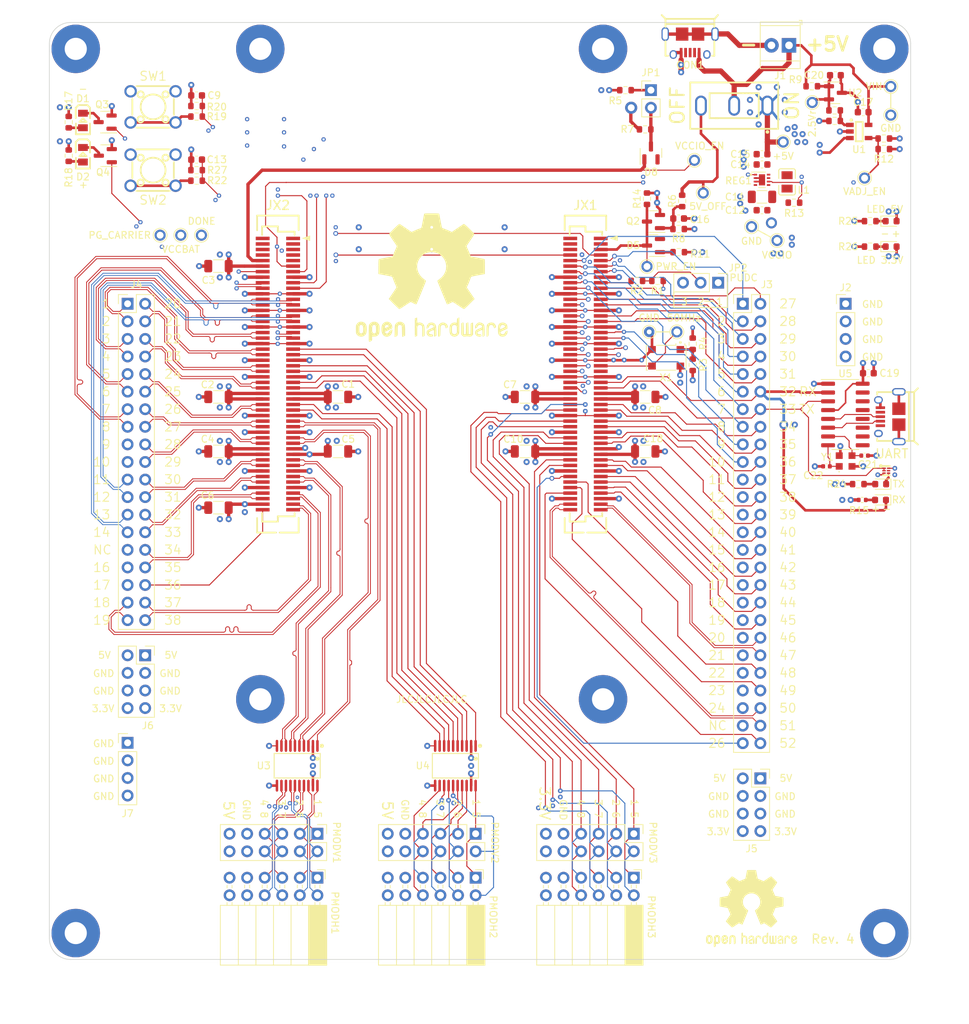
<source format=kicad_pcb>
(kicad_pcb (version 20221018) (generator pcbnew)
  (title_block (title "MicroZed development carrier board") (date "2023-08-19") (rev "4") (comment 1 "License: BSD 2-Clause License") (comment 3 "(c) 2023 Viktor Nikolov"))
  (layers (0 "F.Cu" signal) (1 "In1.Cu" power) (2 "In2.Cu" power) (3 "In3.Cu" signal) (4 "In4.Cu" power) (31 "B.Cu" power) (34 "B.Paste" user) (35 "F.Paste" user) (36 "B.SilkS" user "B.Silkscreen") (37 "F.SilkS" user "F.Silkscreen") (38 "B.Mask" user) (39 "F.Mask" user) (44 "Edge.Cuts" user))
  (net 0 "")
  (net 1 "+5V")
  (net 2 "GND")
  (net 3 "VCCIO")
  (net 4 "Net-(Q2-G)")
  (net 5 "VIN")
  (net 6 "/2V5_REF")
  (net 7 "Net-(JP1-A)")
  (net 8 "/VADJ_EN")
  (net 9 "PG_CARRIER")
  (net 13 "Net-(D2-A)")
  (net 14 "Net-(D1-K)")
  (net 15 "PWR_EN")
  (net 16 "Net-(D1-A)")
  (net 17 "Net-(D2-K)")
  (net 18 "VCCIO_EN")
  (net 19 "Net-(D3-K)")
  (net 20 "Net-(D4-K)")
  (net 26 "Net-(JX1-VCCBATT)")
  (net 27 "Net-(JX1-DONE)")
  (net 28 "/JX1_connections/IO_25")
  (net 29 "/JX1_connections/IO_0")
  (net 30 "/JX1_connections/IO_L1P")
  (net 31 "/JX1_connections/IO_L1N")
  (net 32 "/JX1_connections/IO_L2P")
  (net 33 "/JX1_connections/IO_L2N")
  (net 35 "/JX1_connections/IO_L4P")
  (net 36 "/JX1_connections/IO_L4N")
  (net 37 "/JX1_connections/IO_L3N")
  (net 38 "/JX1_connections/IO_L5P")
  (net 39 "/JX1_connections/IO_L9P")
  (net 40 "/JX1_connections/IO_L9N")
  (net 41 "/JX1_connections/IO_L12P")
  (net 52 "Net-(D5-Pad1)")
  (net 54 "/JX2_connections/IO_L6N_13")
  (net 55 "/JX2_connections/IO_L2P")
  (net 56 "/JX2_connections/IO_L2N")
  (net 57 "/JX2_connections/IO_L3P")
  (net 58 "/JX2_connections/IO_L4P")
  (net 59 "/JX2_connections/IO_L3N")
  (net 60 "/JX2_connections/IO_L4N")
  (net 61 "/JX2_connections/IO_L5P")
  (net 62 "/JX2_connections/IO_L6P")
  (net 63 "/JX2_connections/IO_L5N")
  (net 64 "/JX2_connections/IO_L6N")
  (net 65 "/JX2_connections/IO_L9P")
  (net 66 "/JX2_connections/IO_L7P")
  (net 67 "/JX2_connections/IO_L9N")
  (net 68 "/JX2_connections/IO_L7N")
  (net 69 "/JX2_connections/IO_L10P")
  (net 70 "/JX2_connections/IO_L10N")
  (net 71 "/JX2_connections/IO_L12P")
  (net 72 "/JX2_connections/IO_L12N")
  (net 73 "Net-(REG1-SW)")
  (net 74 "5V_OFF")
  (net 75 "/JX1_connections/IO_L6P")
  (net 81 "/JX1_connections/IO_L6N")
  (net 82 "/JX1_connections/IO_L8P")
  (net 83 "/JX1_connections/IO_L8N")
  (net 84 "/JX1_connections/IO_L11P")
  (net 85 "/JX1_connections/IO_L11N")
  (net 86 "/JX1_connections/IO_L10P")
  (net 87 "/JX1_connections/IO_L10N")
  (net 88 "/JX1_connections/IO_L12N")
  (net 89 "/JX1_connections/IO_L14P")
  (net 90 "/JX1_connections/IO_L14N")
  (net 91 "/JX1_connections/IO_L16P")
  (net 92 "/JX1_connections/IO_L16N")
  (net 94 "/JX1_connections/IO_L5N")
  (net 95 "/JX1_connections/IO_L7P")
  (net 96 "/JX1_connections/IO_L7N")
  (net 97 "/JX1_connections/IO_L17P")
  (net 98 "/JX1_connections/IO_L17N")
  (net 99 "/JX1_connections/IO_L19P")
  (net 100 "/JX1_connections/IO_L19N")
  (net 101 "/JX1_connections/IO_L21P")
  (net 102 "/JX1_connections/IO_L21N")
  (net 103 "/JX1_connections/IO_L15P")
  (net 104 "/JX1_connections/IO_L15N")
  (net 105 "/JX1_connections/IO_L23P")
  (net 106 "/JX1_connections/IO_L23N")
  (net 107 "/JX1_connections/IO_L11P_13")
  (net 108 "/JX1_connections/IO_L11N_13")
  (net 109 "/JX1_connections/IO_L15P_13")
  (net 110 "/JX1_connections/IO_L15N_13")
  (net 111 "/JX1_connections/XADC_VP")
  (net 112 "/JX1_connections/XADC_VN")
  (net 113 "/JX1_connections/XADC_DXN")
  (net 114 "/JX1_connections/XADC_DXP")
  (net 115 "/JX1_connections/IO_L19P_13")
  (net 116 "/JX1_connections/IO_L19N_13")
  (net 117 "/JX1_connections/IO_L12N_13")
  (net 119 "/JX2_connections/IO_L14P")
  (net 120 "/JX2_connections/IO_L14N")
  (net 121 "/JX2_connections/IO_L17P")
  (net 122 "/JX2_connections/IO_L17N")
  (net 123 "/JX2_connections/IO_L19P")
  (net 124 "/JX2_connections/IO_L19N")
  (net 125 "/JX2_connections/IO_L22_13_P")
  (net 126 "/JX2_connections/IO_L22_13_N")
  (net 127 "/JX2_connections/IO_L21_13_P")
  (net 128 "/JX2_connections/IO_L21_13_N")
  (net 129 "Net-(U1--)")
  (net 130 "Net-(JP2-C)")
  (net 131 "/JX1_connections/PUDC_B")
  (net 132 "/JX2_connections/PMOD1 & PMOD2 connections/PMOD1_2N")
  (net 133 "/JX2_connections/PMOD1 & PMOD2 connections/PMOD1_2P")
  (net 134 "/JX2_connections/PMOD1 & PMOD2 connections/PMOD1_3N")
  (net 135 "/JX2_connections/PMOD1 & PMOD2 connections/PMOD2_B1")
  (net 136 "/JX2_connections/PMOD1 & PMOD2 connections/PMOD2_B2")
  (net 137 "/JX2_connections/PMOD1 & PMOD2 connections/PMOD2_B3")
  (net 138 "/JX2_connections/PMOD1 & PMOD2 connections/PMOD2_B4")
  (net 139 "/JX2_connections/PMOD1 & PMOD2 connections/PMOD2_B5")
  (net 140 "/JX2_connections/PMOD1 & PMOD2 connections/PMOD2_B6")
  (net 141 "/JX2_connections/PMOD1 & PMOD2 connections/PMOD2_B7")
  (net 142 "/JX2_connections/PMOD1 & PMOD2 connections/PMOD2_B8")
  (net 143 "/JX2_connections/PMOD1 & PMOD2 connections/PMOD1_3P")
  (net 144 "/JX2_connections/PMOD1 & PMOD2 connections/PMOD1_4N")
  (net 145 "/JX2_connections/PMOD1 & PMOD2 connections/PMOD1_1N")
  (net 146 "/JX2_connections/PMOD1 & PMOD2 connections/PMOD1_1P")
  (net 147 "/JX2_connections/PMOD1 & PMOD2 connections/PMOD1_4P")
  (net 148 "Net-(X1-Vctrl)")
  (net 149 "/JX1_connections/IO_L13P_T2_MRCC")
  (net 150 "/JX1_connections/IO_L18P")
  (net 151 "/JX1_connections/IO_L18N")
  (net 152 "/JX1_connections/IO_L20P")
  (net 153 "/JX1_connections/IO_L20N")
  (net 154 "/JX1_connections/IO_L22P")
  (net 155 "/JX1_connections/IO_L22N")
  (net 156 "/JX1_connections/IO_L24P")
  (net 157 "/JX1_connections/IO_L24N")
  (net 158 "/JX2_connections/IO_L8P")
  (net 159 "/JX2_connections/IO_L8N")
  (net 160 "/JX2_connections/IO_L11P")
  (net 161 "/JX2_connections/IO_L11N")
  (net 162 "/JX2_connections/IO_L13P")
  (net 163 "/JX2_connections/IO_L13N")
  (net 164 "/JX2_connections/IO_L16P")
  (net 165 "/JX2_connections/IO_L16N")
  (net 166 "/JX2_connections/IO_L18P")
  (net 167 "/JX2_connections/IO_L18N")
  (net 168 "/JX2_connections/IO_L20P")
  (net 169 "/JX2_connections/IO_L20N")
  (net 170 "/JX2_connections/IO_L21P")
  (net 171 "/JX2_connections/IO_L22P")
  (net 172 "/JX2_connections/IO_L21N")
  (net 173 "/JX2_connections/IO_L22N")
  (net 174 "/JX2_connections/IO_L23P")
  (net 175 "/JX2_connections/IO_L24P")
  (net 176 "/JX2_connections/IO_L23N")
  (net 177 "/JX2_connections/IO_L24N")
  (net 178 "/JX2_connections/IO_L15P")
  (net 179 "/JX2_connections/IO_L15N")
  (net 180 "/JX2_connections/LED2")
  (net 181 "/JX2_connections/LED1")
  (net 182 "/JX2_connections/SWITCH1")
  (net 183 "/JX2_connections/SWITCH2")
  (net 184 "Net-(SW1-A)")
  (net 185 "Net-(SW2-A)")
  (net 190 "/JX1_connections/IO_L12P_13")
  (net 191 "/JX2_connections/IO_L20_13_P")
  (net 192 "/JX2_connections/IO_L20_13_N")
  (net 193 "Net-(U5-XI)")
  (net 194 "Net-(U5-XO)")
  (net 197 "Net-(D6-A)")
  (net 198 "Net-(D7-K)")
  (net 199 "Net-(D7-A)")
  (net 209 "/JX1_connections/UART to USB/USB_D+")
  (net 210 "/JX1_connections/UART to USB/USB_D-")
  (net 211 "Net-(JP1-B)")
  (footprint "Capacitor_SMD:C_0603_1608Metric" (layer "F.Cu") (at 138.5412 68.7752 180)
    (fp_text reference "C14")
    (fp_text value "10uF 10V" hide)
  )
  (footprint "Resistor_SMD:R_0603_1608Metric" (layer "F.Cu") (at 128.524 94.679 90)
    (fp_text reference "R4")
    (fp_text value "300R 1%" hide)
  )
  (footprint "Connector_PinSocket_2.54mm:PinSocket_2x04_P2.54mm_Vertical" (layer "F.Cu") (at 138.303 157.48)
    (fp_text reference "J5")
    (fp_text value "Power Connector")
  )
  (footprint "Resistor_SMD:R_0603_1608Metric" (layer "F.Cu") (at 156.147 65.024)
    (fp_text reference "R23")
    (fp_text value "100K" hide)
  )
  (footprint "Viktor:MICRO-USB-SMD_HRS-ZX62D-B-5P830" (layer "F.Cu") (at 128.149858 51.411378 180)
    (fp_text reference "CON1")
    (fp_text value "USB_B_Micro")
  )
  (footprint "TerminalBlock_TE-Connectivity:TerminalBlock_TE_282834-2_1x02_P2.54mm_Horizontal" (layer "F.Cu") (at 142.4432 51.562 180)
    (fp_text reference "J1")
    (fp_text value "Screw_Terminal_01x02" hide)
  )
  (footprint "Resistor_SMD:R_0603_1608Metric" (layer "F.Cu") (at 156.147 66.548 180)
    (fp_text reference "R12")
    (fp_text value "3K" hide)
  )
  (footprint "Connector_PinHeader_2.54mm:PinHeader_1x04_P2.54mm_Vertical" (layer "F.Cu") (at 150.622 88.9)
    (fp_text reference "J2")
    (fp_text value "GND header for probes")
  )
  (footprint "Resistor_SMD:R_0603_1608Metric" (layer "F.Cu") (at 127 74.041 90)
    (fp_text reference "R6")
    (fp_text value "1K" hide)
  )
  (footprint "Package_SON:WSON-8-1EP_2x2mm_P0.5mm_EP0.9x1.6mm" (layer "F.Cu") (at 138.539 70.994)
    (fp_text reference "REG1")
    (fp_text value "TPS62082DSGR" hide)
  )
  (footprint "Viktor:LED0805" (layer "F.Cu") (at 40.4114 62.41669 -90)
    (fp_text reference "D1")
    (fp_text value "LED yellow" hide)
  )
  (footprint "Viktor:PMOD_Socket_Vertical" (layer "F.Cu") (at 120.015 168.021 -90)
    (fp_text reference "PMODV3")
    (fp_text value "~")
  )
  (footprint "Resistor_SMD:R_0603_1608Metric" (layer "F.Cu") (at 154.178 76.962 180)
    (fp_text reference "R25")
    (fp_text value "4K87" hide)
  )
  (footprint "Viktor:Switch-TH_4P-L6.0-W6.0-P4.50-LS6.5" (layer "F.Cu") (at 50.546 69.596)
    (fp_text reference "SW2")
    (fp_text value "SW_MEC_5E" hide)
  )
  (footprint "Viktor:MICRO-USB-SMD_HRS-ZX62D-B-5P830" (layer "F.Cu") (at 156.843222 105.218738 90)
    (fp_text reference "CON2")
    (fp_text value "UART")
  )
  (footprint "Viktor:X1-DFN1010-6_L1.0-W1.0-P0.35-BL" (layer "F.Cu") (at 156.4971 113.024412 -90)
    (fp_text reference "U6")
    (fp_text value "74LVC1G08" hide)
  )
  (footprint "Capacitor_SMD:C_0603_1608Metric" (layer "F.Cu") (at 138.544 67.2846)
    (fp_text reference "C15")
    (fp_text value "100nF" hide)
  )
  (footprint "Resistor_SMD:R_0603_1608Metric" (layer "F.Cu") (at 38.354 67.503 -90)
    (fp_text reference "R18")
    (fp_text value "150R" hide)
  )
  (footprint "Viktor:TestPoint__Drill1.0mm" (layer "F.Cu") (at 140.716 79.756 -90)
    (fp_text reference "TP9" hide)
    (fp_text value "VCCIO")
  )
  (footprint "Resistor_SMD:R_0603_1608Metric" (layer "F.Cu") (at 38.354 62.65414 -90)
    (fp_text reference "R17")
    (fp_text value "150R" hide)
  )
  (footprint "TestPoint:TestPoint_THTPad_D1.5mm_Drill0.7mm" (layer "F.Cu") (at 122.238 92.964)
    (fp_text reference "TP16")
    (fp_text value "GND")
  )
  (footprint "Viktor:Oscillator_SMD_5.1x3.3mm" (layer "F.Cu") (at 124.696 96.704 180)
    (fp_text reference "X1")
    (fp_text value "NT0503DH3I507BN50" hide)
  )
  (footprint "Viktor:BergStak-100pos-plug-61083-101400" (layer "F.Cu") (at 113.03 99.06 -90)
    (fp_text reference "JX1")
    (fp_text value "~")
  )
  (footprint "Viktor:PMOD_Socket_Horizontal" (layer "F.Cu") (at 107.315 171.831 90)
    (fp_text reference "PMODH3")
    (fp_text value "~")
  )
  (footprint "Viktor:PMOD_Socket_Horizontal" (layer "F.Cu") (at 84.455 171.831 90)
    (fp_text reference "PMODH2")
    (fp_text value "~")
  )
  (footprint "Resistor_SMD:R_0603_1608Metric" (layer "F.Cu") (at 128.524 97.727 90)
    (fp_text reference "R3")
    (fp_text value "220R 1%" hide)
  )
  (footprint "Viktor:PMOD_Socket_Vertical" (layer "F.Cu") (at 97.155 168.021 -90)
    (fp_text reference "PMODV2")
    (fp_text value "~")
  )
  (footprint "Symbol:OSHW-Logo2_14.6x12mm_SilkScreen" (layer "F.Cu") (at 137.033 176.276)
    (fp_text reference "OSHW-Logo" hide)
    (fp_text value "OSHW-Logo2_14.6x12mm_SilkScreen" hide)
  )
  (footprint "Connector_PinSocket_2.54mm:PinSocket_2x04_P2.54mm_Vertical" (layer "F.Cu") (at 49.403 139.7)
    (fp_text reference "J6")
    (fp_text value "Power Connector")
  )
  (footprint "Viktor:TestPoint__Drill1.0mm" (layer "F.Cu") (at 137.033406 77.76234)
    (fp_text reference "TP14" hide)
    (fp_text value "GND")
  )
  (footprint "Viktor:BergStak-100pos-plug-61083-101400" (layer "F.Cu") (at 68.58 99.06 -90)
    (fp_text reference "JX2")
    (fp_text value "~")
  )
  (footprint "Viktor:TestPoint__Drill1.0mm" (layer "F.Cu") (at 57.531 78.994)
    (fp_text reference "TP12" hide)
    (fp_text value "DONE")
  )
  (footprint "Resistor_SMD:R_0603_1608Metric" (layer "F.Cu") (at 56.833 60.325 180)
    (fp_text reference "R20")
    (fp_text value "3K3" hide)
  )
  (footprint "Viktor:PinSocket_2x19_P2.54mm_Top_Bottom_nums" (layer "F.Cu") (at 49.403 88.9)
    (fp_text reference "J4")
    (fp_text value "Conn_02x19_Top_Bottom" hide)
  )
  (footprint "Viktor:MountingHole_3.2mm_Pad_7mm" (layer "F.Cu") (at 115.57 52.07)
    (fp_text reference "H2" hide)
    (fp_text value "~" hide)
  )
  (footprint "Connector_PinHeader_2.54mm:PinHeader_1x03_P2.54mm_Vertical" (layer "F.Cu") (at 132.207 85.852 -90)
    (fp_text reference "JP2")
    (fp_text value "PUDC selection" hide)
  )
  (footprint "Viktor:SOT-25-5_L3.0-W1.8-P0.95-LS3.0-BR" (layer "F.Cu") (at 152.591 64.008 180)
    (fp_text reference "U1")
    (fp_text value "AP331A" hide)
  )
  (footprint "Viktor:TSSOP-20_L6.5-W4.4-P0.65-LS6.4-BL" (layer "F.Cu") (at 94.229936 155.651962 180)
    (fp_text reference "U4")
    (fp_text value "TXB0108PWR" hide)
  )
  (footprint "Viktor:Switch_SS12D10G4" (layer "F.Cu") (at 134.519035 60.2742 180)
    (fp_text reference "SW3" hide)
    (fp_text value "SW_SPDT" hide)
  )
  (footprint "Capacitor_SMD:C_1206_3216Metric" (layer "F.Cu") (at 59.993 83.459955 180)
    (fp_text reference "C3")
    (fp_text value "22uF" hide)
  )
  (footprint "Symbol:OSHW-Logo2_24.3x20mm_SilkScreen" (layer "F.Cu") (at 90.805 85.09)
    (fp_text reference "OpenHW logo" hide)
    (fp_text value "OSHW-Logo2_24.3x20mm_SilkScreen" hide)
  )
  (footprint "Capacitor_SMD:C_0402_1005Metric" (layer "F.Cu") (at 153.3678 110.845)
    (fp_text reference "C21")
    (fp_text value "22pF" hide)
  )
  (footprint "Resistor_SMD:R_0603_1608Metric" (layer "F.Cu") (at 56.833 69.596 180)
    (fp_text reference "R27")
    (fp_text value "3K3" hide)
  )
  (footprint "LED_SMD:LED_0603_1608Metric" (layer "F.Cu") (at 155.6916 114.9604 180)
    (fp_text reference "D7")
    (fp_text value "TX")
  )
  (footprint "Resistor_SMD:R_0603_1608Metric" (layer "F.Cu") (at 121.92 73.724 90)
    (fp_text reference "R14")
    (fp_text value "430R 1%" hide)
  )
  (footprint "Capacitor_SMD:C_0603_1608Metric" (layer "F.Cu") (at 126.492 76.581)
    (fp_text reference "C16")
    (fp_text value "100nF" hide)
  )
  (footprint "Resistor_SMD:R_0603_1608Metric" (layer "F.Cu") (at 126.5052 81.4426)
    (fp_text reference "R11")
    (fp_text value "680R 1%" hide)
  )
  (footprint "Viktor:TestPoint__Drill1.0mm" (layer "F.Cu") (at 153.366 70.739)
    (fp_text reference "TP8" hide)
    (fp_text value "VADJ_EN")
  )
  (footprint "Capacitor_SMD:C_0603_1608Metric" (layer "F.Cu") (at 138.539 75.3842 180)
    (fp_text reference "C12")
    (fp_text value "100nF" hide)
  )
  (footprint "Viktor:TestPoint__Drill1.0mm" (layer "F.Cu") (at 126.238 92.964)
    (fp_text reference "TP13" hide)
    (fp_text value "50MHz")
  )
  (footprint "Viktor:Switch-TH_4P-L6.0-W6.0-P4.50-LS6.5" (layer "F.Cu") (at 50.546 60.452)
    (fp_text reference "SW1")
    (fp_text value "SW_MEC_5E" hide)
  )
  (footprint "Viktor:TestPoint__Drill1.0mm" (layer "F.Cu") (at 51.562 78.994)
    (fp_text reference "TP10" hide)
    (fp_text value "PG_CARRIER")
  )
  (footprint "Viktor:TestPoint__Drill1.0mm" (layer "F.Cu") (at 54.5465 78.994)
    (fp_text reference "TP11" hide)
    (fp_text value "VCCBAT")
  )
  (footprint "Viktor:PMOD_Socket_Vertical" (layer "F.Cu") (at 74.295 168.021 -90)
    (fp_text reference "PMODV1")
    (fp_text value "~")
  )
  (footprint "Resistor_SMD:R_0603_1608Metric" (layer "F.Cu") (at 126.492 78.105 180)
    (fp_text reference "R8")
    (fp_text value "3K92 1%" hide)
  )
  (footprint "Capacitor_SMD:C_1206_3216Metric" (layer "F.Cu") (at 121.666 110.236)
    (fp_text reference "C18")
    (fp_text value "22uF" hide)
  )
  (footprint "Resistor_SMD:R_0603_1608Metric" (layer "F.Cu") (at 149.035 62.484 180)
    (fp_text reference "R16" hide)
    (fp_text value "680R 1%" hide)
  )
  (footprint "Viktor:TestPoint__Drill1.0mm" (layer "F.Cu") (at 157.1498 57.5056 -90)
    (fp_text reference "TP1" hide)
    (fp_text value "VIN")
  )
  (footprint "Resistor_SMD:R_0603_1608Metric" (layer "F.Cu") (at 143.1586 74.295 180)
    (fp_text reference "R13")
    (fp_text value "180k" hide)
  )
  (footprint "Capacitor_SMD:C_1206_3216Metric" (layer "F.Cu") (at 138.539 73.4538)
    (fp_text reference "C11")
    (fp_text value "22uF 10V" hide)
  )
  (footprint "Viktor:LED0805" (layer "F.Cu") (at 40.4114 67.36969 -90)
    (fp_text reference "D2")
    (fp_text value "LED yellow" hide)
  )
  (footprint "Resistor_SMD:R_0603_1608Metric" (layer "F.Cu") (at 121.6538 63.7032 180)
    (fp_text reference "R7")
    (fp_text value "10K")
  )
  (footprint "Capacitor_SMD:C_0603_1608Metric" (layer "F.Cu") (at 56.833 58.801 180)
    (fp_text reference "C9")
    (fp_text value "100nF" hide)
  )
  (footprint "Capacitor_SMD:C_1206_3216Metric" (layer "F.Cu") (at 104.2942 102.362 180)
    (fp_text reference "C7")
    (fp_text value "22uF" hide)
  )
  (footprint "Viktor:PMOD_Socket_Horizontal" (layer "F.Cu") (at 61.595 171.831 90)
    (fp_text reference "PMODH1")
    (fp_text value "~")
  )
  (footprint "Viktor:TestPoint__Drill1.0mm" (layer "F.Cu") (at 157.1498 61.6458 -90)
    (fp_text reference "TP2" hide)
    (fp_text value "GND")
  )
  (footprint "Capacitor_SMD:C_0402_1005Metric" (layer "F.Cu") (at 147.856 112.395 180)
    (fp_text reference "C22")
    (fp_text value "22pF" hide)
  )
  (footprint "Viktor:Crystal SMD2520-4P" (layer "F.Cu") (at 150.622 111.62)
    (fp_text reference "Y1")
    (fp_text value "12MHz")
  )
  (footprint "Viktor:TestPoint__Drill1.0mm" (layer "F.Cu") (at 121.92 83.5152)
    (fp_text reference "TP5" hide)
    (fp_text value "PWR_EN")
  )
  (footprint "Viktor:TestPoint__Drill1.0mm" (layer "F.Cu") (at 128.778 68.1736)
    (fp_text reference "TP7" hide)
    (fp_text value "VCCIO_EN")
  )
  (footprint "Resistor_SMD:R_0402_1005Metric" (layer "F.Cu") (at 153.0246 117.2464)
    (fp_text reference "R15")
    (fp_text value "133R" hide)
  )
  (footprint "LED_SMD:LED_0603_1608Metric" (layer "F.Cu") (at 155.6661 117.2464 180)
    (fp_text reference "D6")
    (fp_text value "RX")
  )
  (footprint "Capacitor_SMD:C_1206_3216Metric" (layer "F.Cu") (at 121.666 102.362)
    (fp_text reference "C8")
    (fp_text value "22uF" hide)
  )
  (footprint "Viktor:TSSOP-20_L6.5-W4.4-P0.65-LS6.4-BL" (layer "F.Cu") (at 71.369936 155.651962 180)
    (fp_text reference "U3")
    (fp_text value "TXB0108PWR" hide)
  )
  (footprint "Viktor:MountingHole_3.2mm_Pad_7mm" (layer "F.Cu") (at 39.37 52.07)
    (fp_text reference "H5" hide)
    (fp_text value "~" hide)
  )
  (footprint "Resistor_SMD:R_0603_1608Metric" (layer "F.Cu") (at 149.035 60.96)
    (fp_text reference "R10" hide)
    (fp_text value "1K5 1%" hide)
  )
  (footprint "Package_TO_SOT_SMD:SOT-23" (layer "F.Cu") (at 122.8575 77.023 180)
    (fp_text reference "Q2")
    (fp_text value "BSS138" hide)
  )
  (footprint "Viktor:MountingHole_3.2mm_Pad_7mm" (layer "F.Cu") (at 66.04 146.05)
    (fp_text reference "H3" hide)
    (fp_text value "~" hide)
  )
  (footprint "Resistor_SMD:R_0603_1608Metric" (layer "F.Cu") (at 152.4536 114.9604)
    (fp_text reference "R24")
    (fp_text value "154R")
  )
  (footprint "Package_SO:SOP-16_3.9x9.9mm_P1.27mm" (layer "F.Cu") (at 150.5858 104.902)
    (fp_text reference "U5")
    (fp_text value "CH340G" hide)
  )
  (footprint "Resistor_SMD:R_0603_1608Metric" (layer "F.Cu") (at 145.733 57.47 180)
    (fp_text reference "R9")
    (fp_text value "1K" hide)
  )
  (footprint "Resistor_SMD:R_0603_1608Metric" (layer "F.Cu") (at 154.178 80.645 180)
    (fp_text reference "R26")
    (fp_text value "1K54" hide)
  )
  (footprint "Resistor_SMD:R_0603_1608Metric" (layer "F.Cu") (at 123.444 85.598)
    (fp_text reference "R1")
    (fp_text value "1K" hide)
  )
  (footprint "Viktor:MountingHole_3.2mm_Pad_7mm" (layer "F.Cu") (at 156.21 179.832)
    (fp_text reference "H8" hide)
    (fp_text value "~" hide)
  )
  (footprint "Resistor_SMD:R_0603_1608Metric" (layer "F.Cu") (at 118.809 58.039 180)
    (fp_text reference "R5")
    (fp_text value "1K" hide)
  )
  (footprint "Viktor:TestPoint__Drill1.0mm" (layer "F.Cu") (at 141.605 65.532)
    (fp_text reference "TP4" hide)
    (fp_text value "+5V")
  )
  (footprint "Capacitor_SMD:C_1206_3216Metric" (layer "F.Cu") (at 59.993 118.364 180)
    (fp_text reference "C6")
    (fp_text value "22uF")
  )
  (footprint "Viktor:MountingHole_3.2mm_Pad_7mm" (layer "F.Cu") (at 156.21 52.07)
    (fp_text reference "H6" hide)
    (fp_text value "~" hide)
  )
  (footprint "Capacitor_SMD:C_0603_1608Metric" (layer "F.Cu") (at 153.911 98.933 180)
    (fp_text reference "C19")
    (fp_text value "100nF" hide)
  )
  (footprint "Viktor:TestPoint__Drill1.0mm" (layer "F.Cu") (at 145.796 59.817)
    (fp_text reference "TP3" hide)
    (fp_text value "2.5Vr")
  )
  (footprint "Package_TO_SOT_SMD:SOT-23" (layer "F.Cu") (at 122.8575 80.4926 180)
    (fp_text reference "D5")
    (fp_text value "BAT54C" hide)
  )
  (footprint "Viktor:PinSocket_2x26_P2.54mm_Top_Bottom_nums" (layer "F.Cu") (at 138.303 88.9)
    (fp_text reference "J3")
    (fp_text value "Conn_02x26_Top_Bottom" hide)
  )
  (footprint "Capacitor_SMD:C_1206_3216Metric" (layer "F.Cu") (at 77.265 102.362)
    (fp_text reference "C1")
    (fp_text value "22uF 10V" hide)
  )
  (footprint "Package_TO_SOT_SMD:SOT-23" (layer "F.Cu") (at 122.491 67.1045 90)
    (fp_text reference "D8")
    (fp_text value "BAT54C")
  )
  (footprint "Resistor_SMD:R_0603_1608Metric" (layer "F.Cu") (at 120.459 85.598 180)
    (fp_text reference "R2")
    (fp_text value "100R" hide)
  )
  (footprint "Package_TO_SOT_SMD:SOT-23" (layer "F.Cu") (at 43.6395 67.503 180)
    (fp_text reference "Q4")
    (fp_text value "BSS138" hide)
  )
  (footprint "Resistor_SMD:R_0603_1608Metric" (layer "F.Cu") (at 56.833 71.12 180)
    (fp_text reference "R22")
    (fp_text value "100R" hide)
  )
  (footprint "Resistor_SMD:R_0603_1608Metric" (layer "F.Cu") (at 56.833 61.849 180)
    (fp_text reference "R19")
    (fp_text value "100R" hide)
  )
  (footprint "Viktor:Inductor-0806_L2.0-W1.6-1" (layer "F.Cu") (at 142.161 71.2898 -90)
    (fp_text reference "L1")
    (fp_text value "1uH 2A" hide)
  )
  (footprint "Capacitor_SMD:C_1206_3216Metric" (layer "F.Cu") (at 77.265 110.236 180)
    (fp_text reference "C5")
    (fp_text value "22uF" hide)
  )
  (footprint "Viktor:TestPoint__Drill1.0mm" (layer "F.Cu") (at 130.048 72.898)
    (fp_text reference "TP6" hide)
    (fp_text value "5V_OFF")
  )
  (footprint "Package_TO_SOT_SMD:SOT-23" (layer "F.Cu") (at 43.6095 62.65414 180)
    (fp_text reference "Q3")
    (fp_text value "BSS138" hide)
  )
  (footprint "Capacitor_SMD:C_1206_3216Metric" (layer "F.Cu") (at 104.2942 110.236 180)
    (fp_text reference "C10")
    (fp_text value "22uF" hide)
  )
  (footprint "Capacitor_SMD:C_0603_1608Metric" (layer "F.Cu") (at 153.162 61.214 180)
    (fp_text reference "C17")
    (fp_text value "100nF" hide)
  )
  (footprint "LED_SMD:LED_0603_1608Metric" (layer "F.Cu") (at 157.2005 76.962)
    (fp_text reference "D3" hide)
    (fp_text value "LED green" hide)
  )
  (footprint "LED_SMD:LED_0603_1608Metric" (layer "F.Cu") (at 157.2005 80.645)
    (fp_text reference "D4" hide)
    (fp_text value "LED green" hide)
  )
  (footprint "Viktor:MountingHole_3.2mm_Pad_7mm" (layer "F.Cu") (at 39.37 179.832)
    (fp_text reference "H7" hide)
    (fp_text value "~" hide)
  )
  (footprint "Capacitor_SMD:C_0603_1608Metric" (layer "F.Cu") (at 56.833 68.072 180)
    (fp_text reference "C13")
    (fp_text value "100nF" hide)
  )
  (footprint "Viktor:MountingHole_3.2mm_Pad_7mm" (layer "F.Cu") (at 66.04 52.07)
    (fp_text reference "H1" hide)
    (fp_text value "~" hide)
  )
  (footprint "Package_TO_SOT_SMD:SOT-23" (layer "F.Cu") (at 149.1475 58.42)
    (fp_text reference "U2")
    (fp_text value "TL431A PJSEMI" hide)
  )
  (footprint "Capacitor_SMD:C_1206_3216Metric" (layer "F.Cu") (at 59.993 110.236 180)
    (fp_text reference "C4")
    (fp_text value "22uF" hide)
  )
  (footprint "Capacitor_SMD:C_0603_1608Metric" (layer "F.Cu") (at 149.1475 55.88)
    (fp_text reference "C20")
    (fp_text value "100nF" hide)
  )
  (footprint "Capacitor_SMD:C_1206_3216Metric" (layer "F.Cu") (at 59.993 102.362 180)
    (fp_text reference "C2")
    (fp_text value "22uF" hide)
  )
  (footprint "Viktor:MountingHole_3.2mm_Pad_7mm" (layer "F.Cu") (at 115.57 146.05)
    (fp_text reference "H4" hide)
    (fp_text value "~" hide)
  )
  (footprint "Connector_PinHeader_2.54mm:PinHeader_1x04_P2.54mm_Vertical" (layer "F.Cu") (at 46.863 152.34)
    (fp_text reference "J7")
    (fp_text value "GND header for probes")
  )
  (footprint "Connector_PinHeader_2.54mm:PinHeader_1x02_P2.54mm_Vertical" (layer "F.Cu") (at 122.491 58.034)
    (fp_text reference "JP1")
    (fp_text value "Jumper_2_Open" hide)
  )
  (gr_line (start 130.2766 88.5444) (end 131.6228 88.5444) (stroke (width 0.15)) (layer "F.SilkS"))
  (gr_circle (center 136.906 70.244) (end 136.956 70.244) (stroke (width 0.15)) (fill none) (layer "F.SilkS"))
  (gr_line (start 123.22 92.964) (end 125.21 92.964) (stroke (width 0.15)) (layer "F.SilkS"))
  (gr_line (start 125.797 89.4334) (end 133.537 89.4334) (stroke (width 0.15)) (layer "F.SilkS"))
  (gr_line (start 133.537 89.4334) (end 133.537 85.852) (stroke (width 0.15)) (layer "F.SilkS"))
  (gr_line (start 157.1498 58.5056) (end 157.1498 60.6228) (stroke (width 0.15)) (layer "F.SilkS"))
  (gr_line (start 139.8016 79.2734) (end 137.922 78.2574) (stroke (width 0.15)) (layer "F.SilkS"))
  (gr_circle (center 126.746 94.488) (end 126.796 94.488) (stroke (width 0.15)) (fill none) (layer "F.SilkS"))
  (gr_line (start 125.797 87.182) (end 125.797 89.4334) (stroke (width 0.15)) (layer "F.SilkS"))
  (gr_arc (start 38.608 183.642) (mid 36.452739 182.749261) (end 35.56 180.594) (stroke (width 0.1)) (layer "Edge.Cuts"))
  (gr_line (start 38.608 48.26) (end 144.78 48.26) (stroke (width 0.1)) (layer "Edge.Cuts"))
  (gr_arc (start 156.972 48.26) (mid 159.127261 49.152739) (end 160.02 51.308) (stroke (width 0.1)) (layer "Edge.Cuts"))
  (gr_line (start 35.56 51.308) (end 35.56 180.594) (stroke (width 0.1)) (layer "Edge.Cuts"))
  (gr_line (start 160.02 180.594) (end 160.02 51.308) (stroke (width 0.1)) (layer "Edge.Cuts"))
  (gr_line (start 38.608 183.642) (end 156.972 183.642) (stroke (width 0.1)) (layer "Edge.Cuts"))
  (gr_arc (start 35.56 51.308) (mid 36.452739 49.152739) (end 38.608 48.26) (stroke (width 0.1)) (layer "Edge.Cuts"))
  (gr_line (start 156.972 48.26) (end 144.78 48.26) (stroke (width 0.1)) (layer "Edge.Cuts"))
  (gr_arc (start 160.02 180.594) (mid 159.127261 182.749261) (end 156.972 183.642) (stroke (width 0.1)) (layer "Edge.Cuts"))
  (gr_text "3.3V" (at 140.2334 165.7604) (layer "F.SilkS") (effects (font (size 1 1)) (justify left bottom)))
  (gr_text "3" (at 68.5292 160.401 270) (layer "F.SilkS") (effects (font (size 1 1)) (justify left bottom)))
  (gr_text "5V" (at 52.1208 140.2588) (layer "F.SilkS") (effects (font (size 1 1)) (justify left bottom)))
  (gr_text "16" (at 41.783 127.762) (layer "F.SilkS") (effects (font (size 1.3 1.3)) (justify left bottom)))
  (gr_text "30" (at 140.9446 97.282) (layer "F.SilkS") (effects (font (size 1.3 1.3)) (justify left bottom)))
  (gr_text "2" (at 43.053 92.202) (layer "F.SilkS") (effects (font (size 1.3 1.3)) (justify left bottom)))
  (gr_text "5V" (at 42.5196 140.2588) (layer "F.SilkS") (effects (font (size 1 1)) (justify left bottom)))
  (gr_text "24" (at 52.07 99.822) (layer "F.SilkS") (effects (font (size 1.3 1.3)) (justify left bottom)))
  (gr_text "5" (at 119.507 162.179 270) (layer "F.SilkS") (effects (font (size 1 1)) (justify left bottom)))
  (gr_text "14" (at 41.783 122.682) (layer "F.SilkS") (effects (font (size 1.3 1.3)) (justify left bottom)))
  (gr_text "NC" (at 130.683 150.622) (layer "F.SilkS") (effects (font (size 1.3 1.3)) (justify left bottom)))
  (gr_text "22" (at 130.683 143.002) (layer "F.SilkS") (effects (font (size 1.3 1.3)) (justify left bottom)))
  (gr_text "8" (at 88.9 162.179 270) (layer "F.SilkS") (effects (font (size 1 1)) (justify left bottom)))
  (gr_text "2" (at 116.84 160.401 270) (layer "F.SilkS") (effects (font (size 1 1)) (justify left bottom)))
  (gr_text "32" (at 140.9446 102.362) (layer "F.SilkS") (effects (font (size 1.3 1.3)) (justify left bottom)))
  (gr_text "PUDC" (at 133.7564 85.725) (layer "F.SilkS") (effects (font (size 1 1)) (justify left bottom)))
  (gr_text "28" (at 52.07 109.982) (layer "F.SilkS") (effects (font (size 1.3 1.3)) (justify left bottom)))
  (gr_text "46" (at 140.9446 137.922) (layer "F.SilkS") (effects (font (size 1.3 1.3)) (justify left bottom)))
  (gr_text "13" (at 130.683 120.142) (layer "F.SilkS") (effects (font (size 1.3 1.3)) (justify left bottom)))
  (gr_text "37" (at 140.9446 115.062) (layer "F.SilkS") (effects (font (size 1.3 1.3)) (justify left bottom)))
  (gr_text "8" (at 43.053 107.442) (layer "F.SilkS") (effects (font (size 1.3 1.3)) (justify left bottom)))
  (gr_text "ON" (at 144.018 62.544438 90) (layer "F.SilkS") (effects (font (size 2 2) (thickness 0.3)) (justify left bottom)))
  (gr_text "23" (at 52.07 97.282) (layer "F.SilkS") (effects (font (size 1.3 1.3)) (justify left bottom)))
  (gr_text "GND" (at 152.908 97.1804) (layer "F.SilkS") (effects (font (size 1 1)) (justify left bottom)))
  (gr_text "31" (at 52.07 117.602) (layer "F.SilkS") (effects (font (size 1.3 1.3)) (justify left bottom)))
  (gr_text "1" (at 119.507 160.401 270) (layer "F.SilkS") (effects (font (size 1 1)) (justify left bottom)))
  (gr_text "1" (at 73.7362 160.401 270) (layer "F.SilkS") (effects (font (size 1 1)) (justify left bottom)))
  (gr_text "29" (at 52.07 112.522) (layer "F.SilkS") (effects (font (size 1.3 1.3)) (justify left bottom)))
  (gr_text "1" (at 43.053 89.662) (layer "F.SilkS") (effects (font (size 1.3 1.3)) (justify left bottom)))
  (gr_text "6" (at 116.84 162.179 270) (layer "F.SilkS") (effects (font (size 1 1)) (justify left bottom)))
  (gr_text "-" (at 39.7002 58.42) (layer "F.SilkS") (effects (font (size 1 1)) (justify left bottom)))
  (gr_text "11" (at 41.783 115.062) (layer "F.SilkS") (effects (font (size 1.3 1.3)) (justify left bottom)))
  (gr_text "24" (at 130.683 148.082) (layer "F.SilkS") (effects (font (size 1.3 1.3)) (justify left bottom)))
  (gr_text "GND" (at 41.783 158.115) (layer "F.SilkS") (effects (font (size 1 1)) (justify left bottom)))
  (gr_text "25" (at 52.07 102.362) (layer "F.SilkS") (effects (font (size 1.3 1.3)) (justify left bottom)))
  (gr_text "3" (at 131.953 94.742) (layer "F.SilkS") (effects (font (size 1.3 1.3)) (justify left bottom)))
  (gr_text "27" (at 140.9446 89.662) (layer "F.SilkS") (effects (font (size 1.3 1.3)) (justify left bottom)))
  (gr_text "GND" (at 152.908 89.5604) (layer "F.SilkS") (effects (font (size 1 1)) (justify left bottom)))
  (gr_text "35" (at 52.07 127.762) (layer "F.SilkS") (effects (font (size 1.3 1.3)) (justify left bottom)))
  (gr_text "10" (at 41.783 112.522) (layer "F.SilkS") (effects (font (size 1.3 1.3)) (justify left bottom)))
  (gr_text "45" (at 140.9446 135.382) (layer "F.SilkS") (effects (font (size 1.3 1.3)) (justify left bottom)))
  (gr_text "18" (at 41.783 132.842) (layer "F.SilkS") (effects (font (size 1.3 1.3)) (justify left bottom)))
  (gr_text "GND" (at 86.36 160.401 270) (layer "F.SilkS") (effects (font (size 1 1)) (justify left bottom)))
  (gr_text "6" (at 71.0692 162.179 270) (layer "F.SilkS") (effects (font (size 1 1)) (justify left bottom)))
  (gr_text "17" (at 130.683 130.302) (layer "F.SilkS") (effects (font (size 1.3 1.3)) (justify left bottom)))
  (gr_text "37" (at 52.07 132.842) (layer "F.SilkS") (effects (font (size 1.3 1.3)) (justify left bottom)))
  (gr_text "19" (at 130.683 135.382) (layer "F.SilkS") (effects (font (size 1.3 1.3)) (justify left bottom)))
  (gr_text "3.3V" (at 130.4798 165.7604) (layer "F.SilkS") (effects (font (size 1 1)) (justify left bottom)))
  (gr_text "12" (at 130.683 117.602) (layer "F.SilkS") (effects (font (size 1.3 1.3)) (justify left bottom)))
  (gr_text "10" (at 130.683 112.522) (layer "F.SilkS") (effects (font (size 1.3 1.3)) (justify left bottom)))
  (gr_text "3.3V" (at 106.2736 158.5214 270) (layer "F.SilkS") (effects (font (size 1.5 1.5) (thickness 0.2)) (justify left bottom)))
  (gr_text "35" (at 140.9446 109.982) (layer "F.SilkS") (effects (font (size 1.3 1.3)) (justify left bottom)))
  (gr_text "3" (at 126.746 89.154) (layer "F.SilkS") (effects (font (size 1 1)) (justify left bottom)))
  (gr_text "GND" (at 140.2588 163.2204) (layer "F.SilkS") (effects (font (size 1 1)) (justify left bottom)))
  (gr_text "20" (at 52.07 89.662) (layer "F.SilkS") (effects (font (size 1.3 1.3)) (justify left bottom)))
  (gr_text "GND" (at 130.6576 163.2204) (layer "F.SilkS") (effects (font (size 1 1)) (justify left bottom)))
  (gr_text "36" (at 140.9446 112.522) (layer "F.SilkS") (effects (font (size 1.3 1.3)) (justify left bottom)))
  (gr_text "9" (at 131.953 109.982) (layer "F.SilkS") (effects (font (size 1.3 1.3)) (justify left bottom)))
  (gr_text "21" (at 130.683 140.462) (layer "F.SilkS") (effects (font (size 1.3 1.3)) (justify left bottom)))
  (gr_text "+" (at 39.751 72.2884) (layer "F.SilkS") (effects (font (size 1 1)) (justify left bottom)))
  (gr_text "47" (at 140.9446 140.462) (layer "F.SilkS") (effects (font (size 1.3 1.3)) (justify left bottom)))
  (gr_text "Rev. 4" (at 145.542 181.4576) (layer "F.SilkS") (effects (font (size 1.3 1.3) (thickness 0.18)) (justify left bottom)))
  (gr_text "39" (at 140.9446 120.142) (layer "F.SilkS") (effects (font (size 1.3 1.3)) (justify left bottom)))
  (gr_text "19" (at 41.783 135.382) (layer "F.SilkS") (effects (font (size 1.3 1.3)) (justify left bottom)))
  (gr_text "2" (at 71.0692 160.401 270) (layer "F.SilkS") (effects (font (size 1 1)) (justify left bottom)))
  (gr_text "GND" (at 63.4492 160.401 270) (layer "F.SilkS") (effects (font (size 1 1)) (justify left bottom)))
  (gr_text "GND" (at 109.22 160.401 270) (layer "F.SilkS") (effects (font (size 1 1)) (justify left bottom)))
  (gr_text "29" (at 140.9446 94.742) (layer "F.SilkS") (effects (font (size 1.3 1.3)) (justify left bottom)))
  (gr_text "GND" (at 41.783 145.4404) (layer "F.SilkS") (effects (font (size 1 1)) (justify left bottom)))
  (gr_text "13" (at 41.783 120.142) (layer "F.SilkS") (effects (font (size 1.3 1.3)) (justify left bottom)))
  (gr_text "1" (at 131.826 89.154) (layer "F.SilkS") (effects (font (size 1 1)) (justify left bottom)))
  (gr_text "14" (at 130.683 122.682) (layer "F.SilkS") (effects (font (size 1.3 1.3)) (justify left bottom)))
  (gr_text "9" (at 43.053 109.982) (layer "F.SilkS") (effects (font (size 1.3 1.3)) (justify left bottom)))
  (gr_text "8" (at 65.9892 162.179 270) (layer "F.SilkS") (effects (font (size 1 1)) (justify left bottom)))
  (gr_text "22" (at 52.07 94.742) (layer "F.SilkS") (effects (font (size 1.3 1.3)) (justify left bottom)))
  (gr_text "-" (at 155.8544 119.126) (layer "F.SilkS") (effects (font (size 1 1)) (justify left bottom)))
  (gr_text "GND" (at 130.6576 160.6804) (layer "F.SilkS") (effects (font (size 1 1)) (justify left bottom)))
  (gr_text "GND" (at 140.2588 160.6804) (layer "F.SilkS") (effects (font (size 1 1)) (justify left bottom)))
  (gr_text "5" (at 43.053 99.822) (layer "F.SilkS") (effects (font (size 1.3 1.3)) (justify left bottom)))
  (gr_text "5V" (at 83.5406 160.6042 270) (layer "F.SilkS") (effects (font (size 1.5 1.5) (thickness 0.2)) (justify left bottom)))
  (gr_text "8" (at 131.953 107.442) (layer "F.SilkS") (effects (font (size 1.3 1.3)) (justify left bottom)))
  (gr_text "26" (at 130.683 153.162) (layer "F.SilkS") (effects (font (size 1.3 1.3)) (justify left bottom)))
  (gr_text "44" (at 140.9446 132.842) (layer "F.SilkS") (effects (font (size 1.3 1.3)) (justify left bottom)))
  (gr_text "7" (at 68.5292 162.179 270) (layer "F.SilkS") (effects (font (size 1 1)) (justify left bottom)))
  (gr_text "+5V" (at 144.6784 52.5526) (layer "F.SilkS") (effects (font (size 2 2) (thickness 0.4) bold) (justify left bottom)))
  (gr_text "3" (at 43.053 94.742) (layer "F.SilkS") (effects (font (size 1.3 1.3)) (justify left bottom)))
  (gr_text "26" (at 52.07 104.902) (layer "F.SilkS") (effects (font (size 1.3 1.3)) (justify left bottom)))
  (gr_text "33" (at 52.07 122.682) (layer "F.SilkS") (effects (font (size 1.3 1.3)) (justify left bottom)))
  (gr_text "48" (at 140.9446 143.002) (layer "F.SilkS") (effects (font (size 1.3 1.3)) (justify left bottom)))
  (gr_text "12" (at 41.783 117.602) (layer "F.SilkS") (effects (font (size 1.3 1.3)) (justify left bottom)))
  (gr_text "TX" (at 143.8148 104.902) (layer "F.SilkS") (effects (font (size 1.3 1.3)) (justify left bottom)))
  (gr_text "GND" (at 152.908 94.6404) (layer "F.SilkS") (effects (font (size 1 1)) (justify left bottom)))
  (gr_text "GND" (at 51.3842 142.9004) (layer "F.SilkS") (effects (font (size 1 1)) (justify left bottom)))
  (gr_text "3.3V" (at 51.3588 147.9804) (layer "F.SilkS") (effects (font (size 1 1)) (justify left bottom)))
  (gr_text "-" (at 135.1026 52.5526) (layer "F.SilkS") (effects (font (size 2 2) (thickness 0.4) bold) (justify left bottom)))
  (gr_text "LED 5V" (at 153.543 75.819) (layer "F.SilkS") (effects (font (size 1 1)) (justify left bottom)))
  (gr_text "49" (at 140.9446 145.542) (layer "F.SilkS") (effects (font (size 1.3 1.3)) (justify left bottom)))
  (gr_text "38" (at 140.9446 117.602) (layer "F.SilkS") (effects (font (size 1.3 1.3)) (justify left bottom)))
  (gr_text "2" (at 93.98 160.401 270) (layer "F.SilkS") (effects (font (size 1 1)) (justify left bottom)))
  (gr_text "RX" (at 143.8148 102.362) (layer "F.SilkS") (effects (font (size 1.3 1.3)) (justify left bottom)))
  (gr_text "32" (at 52.07 120.142) (layer "F.SilkS") (effects (font (size 1.3 1.3)) (justify left bottom)))
  (gr_text "7" (at 114.3 162.179 270) (layer "F.SilkS") (effects (font (size 1 1)) (justify left bottom)))
  (gr_text "30" (at 52.07 115.062) (layer "F.SilkS") (effects (font (size 1.3 1.3)) (justify left bottom)))
  (gr_text "38" (at 52.07 135.382) (layer "F.SilkS") (effects (font (size 1.3 1.3)) (justify left bottom)))
  (gr_text "6" (at 93.98 162.179 270) (layer "F.SilkS") (effects (font (size 1 1)) (justify left bottom)))
  (gr_text "4" (at 65.9892 160.401 270) (layer "F.SilkS") (effects (font (size 1 1)) (justify left bottom)))
  (gr_text "7" (at 91.44 162.179 270) (layer "F.SilkS") (effects (font (size 1 1)) (justify left bottom)))
  (gr_text "NC" (at 41.783 125.222) (layer "F.SilkS") (effects (font (size 1.3 1.3)) (justify left bottom)))
  (gr_text "GND" (at 41.783 142.9004) (layer "F.SilkS") (effects (font (size 1 1)) (justify left bottom)))
  (gr_text "42" (at 140.9446 127.762) (layer "F.SilkS") (effects (font (size 1.3 1.3)) (justify left bottom)))
  (gr_text "GND" (at 152.908 92.1004) (layer "F.SilkS") (effects (font (size 1 1)) (justify left bottom)))
  (gr_text "33" (at 140.9446 104.902) (layer "F.SilkS") (effects (font (size 1.3 1.3)) (justify left bottom)))
  (gr_text "LED 3.3V" (at 152.146 83.185) (layer "F.SilkS") (effects (font (size 1 1)) (justify left bottom)))
  (gr_text "GND" (at 41.783 155.575) (layer "F.SilkS") (effects (font (size 1 1)) (justify left bottom)))
  (gr_text "2" (at 131.953 92.202) (layer "F.SilkS") (effects (font (size 1.3 1.3)) (justify left bottom)))
  (gr_text "-" (at 157.0228 78.3082 180) (layer "F.SilkS") (effects (font (size 1 1)) (justify left bottom)))
  (gr_text "6" (at 43.053 102.362) (layer "F.SilkS") (effects (font (size 1.3 1.3)) (justify left bottom)))
  (gr_text "3" (at 91.44 160.401 270) (layer "F.SilkS") (effects (font (size 1 1)) (justify left bottom)))
  (gr_text "GND" (at 41.783 160.655) (layer "F.SilkS") (effects (font (size 1 1)) (justify left bottom)))
  (gr_text "3.3V" (at 41.6052 147.9804) (layer "F.SilkS") (effects (font (size 1 1)) (justify left bottom)))
  (gr_text "4" (at 88.9 160.401 270) (layer "F.SilkS") (effects (font (size 1 1)) (justify left bottom)))
  (gr_text "27" (at 52.07 107.442) (layer "F.SilkS") (effects (font (size 1.3 1.3)) (justify left bottom)))
  (gr_text "1" (at 96.647 160.401 270) (layer "F.SilkS") (effects (font (size 1 1)) (justify left bottom)))
  (gr_text "3" (at 114.3 160.401 270) (layer "F.SilkS") (effects (font (size 1 1)) (justify left bottom)))
  (gr_text "GND" (at 51.3842 145.4404) (layer "F.SilkS") (effects (font (size 1 1)) (justify left bottom)))
  (gr_text "4" (at 131.953 97.282) (layer "F.SilkS") (effects (font (size 1.3 1.3)) (justify left bottom)))
  (gr_text "JLCJLCJLCJLC" (at 90.805 146.05) (layer "F.SilkS") (effects (font (size 1 1) (thickness 0.1524))))
  (gr_text "21" (at 52.07 92.202) (layer "F.SilkS") (effects (font (size 1.3 1.3)) (justify left bottom)))
  (gr_text "5" (at 73.7362 162.179 270) (layer "F.SilkS") (effects (font (size 1 1)) (justify left bottom)))
  (gr_text "7" (at 131.953 104.902) (layer "F.SilkS") (effects (font (size 1.3 1.3)) (justify left bottom)))
  (gr_text "17" (at 41.783 130.302) (layer "F.SilkS") (effects (font (size 1.3 1.3)) (justify left bottom)))
  (gr_text "7" (at 43.053 104.902) (layer "F.SilkS") (effects (font (size 1.3 1.3)) (justify left bottom)))
  (gr_text "5V" (at 60.6044 160.6042 270) (layer "F.SilkS") (effects (font (size 1.5 1.5) (thickness 0.2)) (justify left bottom)))
  (gr_text "20" (at 130.683 137.922) (layer "F.SilkS") (effects (font (size 1.3 1.3)) (justify left bottom)))
  (gr_text "5" (at 131.953 99.822) (layer "F.SilkS") (effects (font (size 1.3 1.3)) (justify left bottom)))
  (gr_text "43" (at 140.9446 130.302) (layer "F.SilkS") (effects (font (size 1.3 1.3)) (justify left bottom)))
  (gr_text "2" (at 129.159 89.154) (layer "F.SilkS") (effects (font (size 1 1)) (justify left bottom)))
  (gr_text "18" (at 130.683 132.842) (layer "F.SilkS") (effects (font (size 1.3 1.3)) (justify left bottom)))
  (gr_text "5V" (at 140.9954 158.0388) (layer "F.SilkS") (effects (font (size 1 1)) (justify left bottom)))
  (gr_text "52" (at 140.9446 153.162) (layer "F.SilkS") (effects (font (size 1.3 1.3)) (justify left bottom)))
  (gr_text "40" (at 140.9446 122.682) (layer "F.SilkS") (effects (font (size 1.3 1.3)) (justify left bottom)))
  (gr_text "11" (at 130.683 115.062) (layer "F.SilkS") (effects (font (size 1.3 1.3)) (justify left bottom)))
  (gr_text "5" (at 96.647 162.179 270) (layer "F.SilkS") (effects (font (size 1 1)) (justify left bottom)))
  (gr_text "15" (at 130.683 125.222) (layer "F.SilkS") (effects (font (size 1.3 1.3)) (justify left bottom)))
  (gr_text "+" (at 158.623 78.3082 180) (layer "F.SilkS") (effects (font (size 1 1)) (justify left bottom)))
  (gr_text "51" (at 140.9446 150.622) (layer "F.SilkS") (effects (font (size 1.3 1.3)) (justify left bottom)))
  (gr_text "GND" (at 41.783 153.035) (layer "F.SilkS") (effects (font (size 1 1)) (justify left bottom)))
  (gr_text "28" (at 140.9446 92.202) (layer "F.SilkS") (effects (font (size 1.3 1.3)) (justify left bottom)))
  (gr_text "31" (at 140.9446 99.822) (layer "F.SilkS") (effects (font (size 1.3 1.3)) (justify left bottom)))
  (gr_text "4" (at 43.053 97.282) (layer "F.SilkS") (effects (font (size 1.3 1.3)) (justify left bottom)))
  (gr_text "+" (at 154.2542 119.126) (layer "F.SilkS") (effects (font (size 1 1)) (justify left bottom)))
  (gr_text "16" (at 130.683 127.762) (layer "F.SilkS") (effects (font (size 1.3 1.3)) (justify left bottom)))
  (gr_text "36" (at 52.07 130.302) (layer "F.SilkS") (effects (font (size 1.3 1.3)) (justify left bottom)))
  (gr_text "4" (at 111.76 160.401 270) (layer "F.SilkS") (effects (font (size 1 1)) (justify left bottom)))
  (gr_text "8" (at 111.76 162.179 270) (layer "F.SilkS") (effects (font (size 1 1)) (justify left bottom)))
  (gr_text "34" (at 140.9446 107.442) (layer "F.SilkS") (effects (font (size 1.3 1.3)) (justify left bottom)))
  (gr_text "5V" (at 131.3942 158.0388) (layer "F.SilkS") (effects (font (size 1 1)) (justify left bottom)))
  (gr_text "41" (at 140.9446 125.222) (layer "F.SilkS") (effects (font (size 1.3 1.3)) (justify left bottom)))
  (gr_text "23" (at 130.683 145.542) (layer "F.SilkS") (effects (font (size 1.3 1.3)) (justify left bottom)))
  (gr_text "50" (at 140.9446 148.082) (layer "F.SilkS") (effects (font (size 1.3 1.3)) (justify left bottom)))
  (gr_text "6" (at 131.953 102.362) (layer "F.SilkS") (effects (font (size 1.3 1.3)) (justify left bottom)))
  (gr_text "34" (at 52.07 125.222) (layer "F.SilkS") (effects (font (size 1.3 1.3)) (justify left bottom)))
  (gr_text "OFF" (at 127.49 63.21 90) (layer "F.SilkS") (effects (font (size 2 2) (thickness 0.3)) (justify left bottom)))
  (segment (start 73.645014 158.522924) (end 73.645014 156.779214) (width 0.364007) (layer "F.Cu") (net 1))
  (segment (start 75.491931 102.660069) (end 75.79 102.362) (width 0.48) (layer "F.Cu") (net 1))
  (segment (start 157.988 76.963) (end 157.988 75.565) (width 0.381) (layer "F.Cu") (net 1))
  (segment (start 73.645014 156.779214) (end 73.6346 156.7688) (width 0.381) (layer "F.Cu") (net 1))
  (segment (start 139.319 60.2742) (end 139.319 65.151) (width 0.75) (layer "F.Cu") (net 1))
  (segment (start 139.319 65.151) (end 139.319 65.532) (width 0.75) (layer "F.Cu") (net 1))
  (segment (start 61.970031 101.859969) (end 61.468 102.362) (width 0.48) (layer "F.Cu") (net 1))
  (segment (start 110.702979 101.859969) (end 106.293031 101.859969) (width 0.48) (layer "F.Cu") (net 1))
  (segment (start 75.79 102.362) (end 75.79 103.886) (width 0.48) (layer "F.Cu") (net 1))
  (segment (start 105.7692 103.8642) (end 105.7692 102.362) (width 0.48) (layer "F.Cu") (net 1))
  (segment (start 63.754 83.459955) (end 66.379979 83.459955) (width 0.48) (layer "F.Cu") (net 1))
  (segment (start 110.702979 102.660069) (end 106.089069 102.660069) (width 0.48) (layer "F.Cu") (net 1))
  (segment (start 70.780021 102.660069) (end 75.491931 102.660069) (width 0.48) (layer "F.Cu") (net 1))
  (segment (start 70.780021 101.859969) (end 75.287969 101.859969) (width 0.48) (layer "F.Cu") (net 1))
  (segment (start 75.79 102.362) (end 75.79 100.838) (width 0.48) (layer "F.Cu") (net 1))
  (segment (start 61.468 85.09) (end 61.468 83.82) (width 0.48) (layer "F.Cu") (net 1))
  (segment (start 105.791 103.886) (end 105.7692 103.8642) (width 0.48) (layer "F.Cu") (net 1))
  (segment (start 115.189 102.660069) (end 119.90091 102.660069) (width 0.48) (layer "F.Cu") (net 1))
  (segment (start 157.035 66.548) (end 158.433 66.548) (width 0.381) (layer "F.Cu") (net 1))
  (segment (start 120.198979 103.886) (end 120.191 103.878021) (width 0.48) (layer "F.Cu") (net 1))
  (segment (start 127.3292 81.4426) (end 128.7272 81.4426) (width 0.381) (layer "F.Cu") (net 1))
  (segment (start 105.791 100.838) (end 105.7692 100.8598) (width 0.48) (layer "F.Cu") (net 1))
  (segment (start 120.191 103.878021) (end 120.191 102.362) (width 0.48) (layer "F.Cu") (net 1))
  (segment (start 66.379979 102.660069) (end 61.766069 102.660069) (width 0.48) (layer "F.Cu") (net 1))
  (segment (start 141.605 65.532) (end 139.319 65.532) (width 0.75) (layer "F.Cu") (net 1))
  (segment (start 120.198979 100.838) (end 120.198979 102.354021) (width 0.48) (layer "F.Cu") (net 1))
  (segment (start 61.468 100.838) (end 61.468 101.854) (width 0.48) (layer "F.Cu") (net 1))
  (segment (start 75.287969 101.859969) (end 75.79 102.362) (width 0.48) (layer "F.Cu") (net 1))
  (segment (start 61.468 103.886) (end 61.468 102.616) (width 0.48) (layer "F.Cu") (net 1))
  (segment (start 61.468 83.459955) (end 63.754 83.459955) (width 0.48) (layer "F.Cu") (net 1))
  (segment (start 61.766069 102.660069) (end 61.468 102.362) (width 0.48) (layer "F.Cu") (net 1))
  (segment (start 120.198979 102.354021) (end 120.191 102.362) (width 0.48) (layer "F.Cu") (net 1))
  (segment (start 96.505014 158.522924) (end 96.505014 156.779214) (width 0.364007) (layer "F.Cu") (net 1))
  (segment (start 61.468 81.788) (end 61.468 82.804) (width 0.48) (layer "F.Cu") (net 1))
  (segment (start 115.189 101.859969) (end 119.696948 101.859969) (width 0.48) (layer "F.Cu") (net 1))
  (segment (start 116.459 58.039) (end 117.984 58.039) (width 0.381) (layer "F.Cu") (net 1))
  (segment (start 66.379979 101.859969) (end 61.970031 101.859969) (width 0.48) (layer "F.Cu") (net 1))
  (segment (start 105.7692 100.8598) (end 105.7692 102.362) (width 0.48) (layer "F.Cu") (net 1))
  (segment (start 139.319 65.532) (end 139.319 67.2846) (width 0.75) (layer "F.Cu") (net 1))
  (segment (start 128.524 99.949) (end 128.524 98.552) (width 0.381) (layer "F.Cu") (net 1))
  (via (at 157.988 75.565) (size 0.88) (drill 0.4) (layers "F.Cu" "B.Cu") (net 1))
  (via (at 61.468 85.09) (size 0.88) (drill 0.4) (layers "F.Cu" "B.Cu") (net 1))
  (via (at 61.468 103.886) (size 0.88) (drill 0.4) (layers "F.Cu" "B.Cu") (net 1))
  (via (at 75.79 103.886) (size 0.88) (drill 0.4) (layers "F.Cu" "B.Cu") (net 1))
  (via (at 116.459 58.039) (size 0.88) (drill 0.4) (layers "F.Cu" "B.Cu") (net 1))
  (via (at 105.791 103.886) (size 0.88) (drill 0.4) (layers "F.Cu" "B.Cu") (net 1))
  (via (at 105.791 100.838) (size 0.88) (drill 0.4) (layers "F.Cu" "B.Cu") (net 1))
  (via (at 61.468 81.788) (size 0.88) (drill 0.4) (layers "F.Cu" "B.Cu") (net 1))
  (via (at 75.79 100.838) (size 0.88) (drill 0.4) (layers "F.Cu" "B.Cu") (net 1))
  (via (at 128.524 99.949) (size 0.88) (drill 0.4) (layers "F.Cu" "B.Cu") (net 1))
  (via (at 128.7272 81.4426) (size 0.88) (drill 0.4) (layers "F.Cu" "B.Cu") (net 1))
  (via (at 61.468 100.838) (size 0.88) (drill 0.4) (layers "F.Cu" "B.Cu") (net 1))
  (via (at 120.198979 100.838) (size 0.88) (drill 0.4) (layers "F.Cu" "B.Cu") (net 1))
  (via (at 158.433 66.548) (size 0.88) (drill 0.4) (layers "F.Cu" "B.Cu") (net 1))
  (via (at 96.505014 156.7688) (size 0.88) (drill 0.4) (layers "F.Cu" "B.Cu") (net 1))
  (via (at 120.198979 103.886) (size 0.88) (drill 0.4) (layers "F.Cu" "B.Cu") (net 1))
  (via (at 73.6346 156.7688) (size 0.88) (drill 0.4) (layers "F.Cu" "B.Cu") (net 1))
  (segment (start 137.8204 61.849) (end 139.3444 60.325) (width 0.381) (layer "B.Cu") (net 1))
  (segment (start 137.7442 58.6486) (end 139.2682 60.1726) (width 0.381) (layer "B.Cu") (net 1))
  (segment (start 139.5984 59.9948) (end 139.5984 59.4868) (width 0.381) (layer "B.Cu") (net 1))
  (segment (start 140.8684 62.2554) (end 139.3444 60.2996) (width 0.381) (layer "B.Cu") (net 1))
  (segment (start 139.319 60.2742) (end 139.5984 59.9948) (width 0.381) (layer "B.Cu") (net 1))
  (segment (start 140.8684 58.7248) (end 139.3444 60.2488) (width 0.381) (layer "B.Cu") (net 1))
  (segment (start 68.585715 94.660085) (end 70.780021 94.660085) (width 0.146812) (layer "F.Cu") (net 2))
  (segment (start 154.686 98.933) (end 154.686 97.4598) (width 0.381) (layer "F.Cu") (net 2))
  (segment (start 57.15 102.362) (end 58.518 102.362) (width 0.48) (layer "F.Cu") (net 2))
  (segment (start 70.780021 94.660085) (end 73.152 94.660085) (width 0.48) (layer "F.Cu") (net 2))
  (segment (start 115.229767 99.460177) (end 117.856 99.460177) (width 0.48) (layer "F.Cu") (net 2))
  (segment (start 80.186 102.362) (end 78.818 102.362) (width 0.48) (layer "F.Cu") (net 2))
  (segment (start 108.185749 113.060099) (end 110.76225 113.060099) (width 0.48) (layer "F.Cu") (net 2))
  (segment (start 117.094 97.028) (end 117.126131 97.060131) (width 0.381) (layer "F.Cu") (net 2))
  (segment (start 57.15 110.236) (end 58.518 110.236) (width 0.48) (layer "F.Cu") (net 2))
  (segment (start 151.511 58.42) (end 150.085 58.42) (width 0.381) (layer "F.Cu") (net 2))
  (segment (start 70.780021 99.460177) (end 73.152 99.460177) (width 0.48) (layer "F.Cu") (net 2))
  (segment (start 121.089869 97.060131) (end 122.646 95.504) (width 0.381) (layer "F.Cu") (net 2))
  (segment (start 68.86 92.2528) (end 68.852761 92.260039) (width 0.146812) (layer "F.Cu") (net 2))
  (segment (start 56.058 60.275) (end 56.008 60.325) (width 0.381) (layer "F.Cu") (net 2))
  (segment (start 113.0046 87.4522) (end 113.012347 87.459947) (width 0.146812) (layer "F.Cu") (net 2))
  (segment (start 68.86 87.4522) (end 68.852253 87.459947) (width 0.146812) (layer "F.Cu") (net 2))
  (segment (start 70.780021 89.859993) (end 73.152 89.859993) (width 0.48) (layer "F.Cu") (net 2))
  (segment (start 131.7498 49.9364) (end 131.7752 49.911) (width 0.75) (layer "F.Cu") (net 2))
  (segment (start 108.185749 92.260039) (end 110.76225 92.260039) (width 0.48) (layer "F.Cu") (net 2))
  (segment (start 63.803478 113.060099) (end 66.379979 113.060099) (width 0.48) (layer "F.Cu") (net 2))
  (segment (start 70.779767 109.859953) (end 72.385047 109.859953) (width 0.48) (layer "F.Cu") (net 2))
  (segment (start 56.994955 83.459955) (end 58.42 83.459955) (width 0.48) (layer "F.Cu") (net 2))
  (segment (start 158.3182 104.06888) (end 158.3182 101.618796) (width 0.381) (layer "F.Cu") (net 2))
  (segment (start 63.803478 92.260039) (end 66.379979 92.260039) (width 0.48) (layer "F.Cu") (net 2))
  (segment (start 115.229767 109.859953) (end 117.597047 109.859953) (width 0.48) (layer "F.Cu") (net 2))
  (segment (start 63.803478 107.459907) (end 66.379979 107.459907) (width 0.48) (layer "F.Cu") (net 2))
  (segment (start 108.185749 94.660085) (end 110.76225 94.660085) (width 0.48) (layer "F.Cu") (net 2))
  (segment (start 121.983 72.898) (end 123.381 72.898) (width 0.381) (layer "F.Cu") (net 2))
  (segment (start 148.21 62.484) (end 146.812 62.484) (width 0.381) (layer "F.Cu") (net 2))
  (segment (start 108.185749 87.459947) (end 110.76225 87.459947) (width 0.48) (layer "F.Cu") (net 2))
  (segment (start 123.141 102.362) (end 124.594979 102.362) (width 0.48) (layer "F.Cu") (net 2))
  (segment (start 56.058 68.072) (end 56.058 69.546) (width 0.381) (layer "F.Cu") (net 2))
  (segment (start 119.5832 60.6248) (end 119.634 60.574) (width 0.48) (layer "F.Cu") (net 2))
  (segment (start 68.5546 94.6912) (end 68.523485 94.660085) (width 0.146812) (layer "F.Cu") (net 2))
  (segment (start 102.8192 102.362) (end 101.473 102.362) (width 0.48) (layer "F.Cu") (net 2))
  (segment (start 63.803478 87.459947) (end 66.379979 87.459947) (width 0.48) (layer "F.Cu") (net 2))
  (segment (start 137.589 70.744) (end 138.289 70.744) (width 0.25) (layer "F.Cu") (net 2))
  (segment (start 66.379979 89.859993) (end 63.803478 89.859993) (width 0.48) (layer "F.Cu") (net 2))
  (segment (start 63.803478 105.059861) (end 66.379979 105.059861) (width 0.48) (layer "F.Cu") (net 2))
  (segment (start 115.229767 89.859993) (end 117.856 89.859993) (width 0.48) (layer "F.Cu") (net 2))
  (segment (start 108.185749 89.859993) (end 110.76225 89.859993) (width 0.48) (layer "F.Cu") (net 2))
  (segment (start 119.5832 62.5602) (end 119.5832 60.6248) (width 0.48) (layer "F.Cu") (net 2))
  (segment (start 108.185749 117.060091) (end 110.76225 117.060091) (width 0.48) (layer "F.Cu") (net 2))
  (segment (start 70.779767 107.459907) (end 73.152 107.459907) (width 0.48) (layer "F.Cu") (net 2))
  (segment (start 57.15 118.364) (end 58.518 118.364) (width 0.48) (layer "F.Cu") (net 2))
  (segment (start 56.058 69.546) (end 56.008 69.596) (width 0.381) (layer "F.Cu") (net 2))
  (segment (start 73.152 105.059861) (end 70.779767 105.059861) (width 0.48) (layer "F.Cu") (net 2))
  (segment (start 108.185749 92.260039) (end 110.76225 92.260039) (width 0.48) (layer "F.Cu") (net 2))
  (segment (start 153.162 112.395) (end 151.547 112.395) (width 0.381) (layer "F.Cu") (net 2))
  (segment (start 126.68 52.611274) (end 126.000002 52.611274) (width 0.48) (layer "F.Cu") (net 2))
  (segment (start 120.7262 63.7032) (end 119.5832 62.5602) (width 0.48) (layer "F.Cu") (net 2))
  (segment (start 108.185749 87.459947) (end 110.76225 87.459947) (width 0.48) (layer "F.Cu") (net 2))
  (segment (start 149.9225 55.88) (end 149.9225 57.0093) (width 0.381) (layer "F.Cu") (net 2))
  (segment (start 151.194 64.008) (end 149.796 64.008) (width 0.381) (layer "F.Cu") (net 2))
  (segment (start 115.229767 87.459947) (end 117.856 87.459947) (width 0.48) (layer "F.Cu") (net 2))
  (segment (start 122.646 93.372) (end 122.238 92.964) (width 0.381) (layer "F.Cu") (net 2))
  (segment (start 110.829979 89.859993) (end 113.0046 89.859993) (width 0.146812) (layer "F.Cu") (net 2))
  (segment (start 70.779767 115.459891) (end 73.152 115.459891) (width 0.48) (layer "F.Cu") (net 2))
  (segment (start 44.577 66.5368) (end 44.577 65.2892) (width 0.381) (layer "F.Cu") (net 2))
  (segment (start 120.8288 63.7032) (end 120.7262 63.7032) (width 0.48) (layer "F.Cu") (net 2))
  (segment (start 68.852253 87.459947) (end 66.379979 87.459947) (width 0.146812) (layer "F.Cu") (net 2))
  (segment (start 68.852761 92.260039) (end 66.379979 92.260039) (width 0.146812) (layer "F.Cu") (net 2))
  (segment (start 150.0886 57.1754) (end 150.0886 58.4164) (width 0.381) (layer "F.Cu") (net 2))
  (segment (start 115.229767 94.660085) (end 117.856 94.660085) (width 0.48) (layer "F.Cu") (net 2))
  (segment (start 66.379979 97.060131) (end 63.803478 97.060131) (width 0.48) (layer "F.Cu") (net 2))
  (segment (start 127 49.9364) (end 129.29997 49.9364) (width 0.48) (layer "F.Cu") (net 2))
  (segment (start 108.185749 105.059861) (end 110.76225 105.059861) (width 0.48) (layer "F.Cu") (net 2))
  (segment (start 113.0046 104.4194) (end 113.0046 105.044461) (width 0.146812) (layer "F.Cu") (net 2))
  (segment (start 90.17 158.522924) (end 91.304872 158.522924) (width 0.364007) (layer "F.Cu") (net 2))
  (segment (start 113.02 105.059861) (end 115.229767 105.059861) (width 0.146812) (layer "F.Cu") (net 2))
  (segment (start 68.867239 92.260039) (end 70.780021 92.260039) (width 0.146812) (layer "F.Cu") (net 2))
  (segment (start 110.829979 85.060155) (end 112.279845 85.060155) (width 0.146812) (layer "F.Cu") (net 2))
  (segment (start 137.589 71.244) (end 138.289 71.244) (width 0.25) (layer "F.Cu") (net 2))
  (segment (start 117.061869 97.060131) (end 117.094 97.028) (width 0.381) (layer "F.Cu") (net 2))
  (segment (start 63.803478 94.660085) (end 66.379979 94.660085) (width 0.48) (layer "F.Cu") (net 2))
  (segment (start 126.849886 54.356) (end 126.849886 53.647086) (width 0.75) (layer "F.Cu") (net 2))
  (segment (start 113.0046 89.859993) (end 115.230021 89.859993) (width 0.146812) (layer "F.Cu") (net 2))
  (segment (start 63.803478 99.460177) (end 66.379979 99.460177) (width 0.48) (layer "F.Cu") (net 2))
  (segment (start 138.289 70.744) (end 138.539 70.994) (width 0.146812) (layer "F.Cu") (net 2))
  (segment (start 73.152 92.260039) (end 70.780021 92.260039) (width 0.48) (layer "F.Cu") (net 2))
  (segment (start 70.780021 85.060155) (end 73.152 85.060155) (width 0.48) (layer "F.Cu") (net 2))
  (segment (start 68.86 89.8652) (end 68.865207 89.859993) (width 0.146812) (layer "F.Cu") (net 2))
  (segment (start 149.9225 57.0093) (end 150.0886 57.1754) (width 0.381) (layer "F.Cu") (net 2))
  (segment (start 133.604 49.911) (end 135.255 51.562) (width 0.75) (layer "F.Cu") (net 2))
  (segment (start 115.229767 85.060155) (end 117.856 85.060155) (width 0.48) (layer "F.Cu") (net 2))
  (segment (start 68.86 92.2528) (end 68.867239 92.260039) (width 0.146812) (layer "F.Cu") (net 2))
  (segment (start 108.185749 99.460177) (end 110.76225 99.460177) (width 0.48) (layer "F.Cu") (net 2))
  (segment (start 152.4 59.753) (end 152.4 59.309) (width 0.381) (layer "F.Cu") (net 2))
  (segment (start 108.185749 107.459907) (end 110.76225 107.459907) (width 0.48) (layer "F.Cu") (net 2))
  (segment (start 113.0046 87.4522) (end 112.996853 87.459947) (width 0.146812) (layer "F.Cu") (net 2))
  (segment (start 113.0046 94.660085) (end 115.230021 94.660085) (width 0.146812) (layer "F.Cu") (net 2))
  (segment (start 123.381 74.295) (end 123.381 72.898) (width 0.381) (layer "F.Cu") (net 2))
  (segment (start 80.186 110.236) (end 78.818 110.236) (width 0.48) (layer "F.Cu") (net 2))
  (segment (start 73.152 97.060131) (end 70.780021 97.060131) (width 0.48) (layer "F.Cu") (net 2))
  (segment (start 126.8476 52.485522) (end 126.8476 53.534078) (width 0.4) (layer "F.Cu") (net 2))
  (segment (start 63.803478 85.060155) (end 66.379979 85.060155) (width 0.48) (layer "F.Cu") (net 2))
  (segment (start 110.829979 97.060131) (end 115.230021 97.060131) (width 0.146812) (layer "F.Cu") (net 2))
  (segment (start 68.867747 87.459947) (end 70.780021 87.459947) (width 0.146812) (layer "F.Cu") (net 2))
  (segment (start 123.381 74.295) (end 123.381 74.867) (width 0.381) (layer "F.Cu") (net 2))
  (segment (start 110.829979 94.660085) (end 113.0046 94.660085) (width 0.146812) (layer "F.Cu") (net 2))
  (segment (start 126.849886 54.356) (end 126.849886 55.445914) (width 0.75) (layer "F.Cu") (net 2))
  (segment (start 108.185749 97.060131) (end 110.76225 97.060131) (width 0.48) (layer "F.Cu") (net 2))
  (segment (start 123.795 75.281) (end 123.795 76.073) (width 0.381) (layer "F.Cu") (net 2))
  (segment (start 110.829979 99.460177) (end 115.230021 99.460177) (width 0.146812) (layer "F.Cu") (net 2))
  (segment (start 152.4 61.151) (end 152.4 59.753) (width 0.381) (layer "F.Cu") (net 2))
  (segment (start 152.4 59.309) (end 151.511 58.42) (width 0.381) (layer "F.Cu") (net 2))
  (segment (start 135.255 51.562) (end 139.9032 51.562) (width 0.75) (layer "F.Cu") (net 2))
  (segment (start 149.86 109.474) (end 149.86 110.682) (width 0.381) (layer "F.Cu") (net 2))
  (segment (start 115.229767 107.459907) (end 117.856 107.459907) (width 0.48) (layer "F.Cu") (net 2))
  (segment (start 68.523485 94.660085) (end 66.379979 94.660085) (width 0.146812) (layer "F.Cu") (net 2))
  (segment (start 126.849886 55.445914) (end 126.8476 55.4482) (width 0.75) (layer "F.Cu") (net 2))
  (segment (start 151.892 76.962) (end 153.353 76.962) (width 0.381) (layer "F.Cu") (net 2))
  (segment (start 126.000002 52.611274) (end 125.72492 52.886356) (width 0.48) (layer "F.Cu") (net 2))
  (segment (start 155.067 110.845) (end 153.8478 110.845) (width 0.381) (layer "F.Cu") (net 2))
  (segment (start 115.229767 99.460177) (end 117.856 99.460177) (width 0.48) (layer "F.Cu") (net 2))
  (segment (start 138.289 71.244) (end 138.539 70.994) (width 0.146812) (layer "F.Cu") (net 2))
  (segment (start 118.650131 97.060131) (end 120.363869 97.060131) (width 0.381) (layer "F.Cu") (net 2))
  (segment (start 146.177 112.395) (end 147.376 112.395) (width 0.381) (layer "F.Cu") (net 2))
  (segment (start 155.643326 103.068882) (end 155.368244 102.7938) (width 0.381) (layer "F.Cu") (net 2))
  (segment (start 67.31 158.522924) (end 68.444872 158.522924) (width 0.364007) (layer "F.Cu") (net 2))
  (segment (start 127.38 78.105) (end 128.778 78.105) (width 0.381) (layer "F.Cu") (net 2))
  (segment (start 63.803478 115.459891) (end 66.379979 115.459891) (width 0.48) (layer "F.Cu") (net 2))
  (segment (start 117.126131 97.060131) (end 118.585869 97.060131) (width 0.381) (layer "F.Cu") (net 2))
  (segment (start 123.141 110.236) (end 124.5108 110.236) (width 0.48) (layer "F.Cu") (net 2))
  (segment (start 68.865207 89.859993) (end 70.780021 89.859993) (width 0.146812) (layer "F.Cu") (net 2))
  (segment (start 151.892 80.645) (end 153.353 80.645) (width 0.381) (layer "F.Cu") (net 2))
  (segment (start 117.597047 109.859953) (end 117.856 109.601) (width 0.48) (layer "F.Cu") (net 2))
  (segment (start 113.0046 105.044461) (end 113.02 105.059861) (width 0.146812) (layer "F.Cu") (net 2))
  (segment (start 115.229767 105.059861) (end 117.856 105.059861) (width 0.48) (layer "F.Cu") (net 2))
  (segment (start 150.0886 58.4164) (end 150.085 58.42) (width 0.381) (layer "F.Cu") (net 2))
  (segment (start 72.385047 109.859953) (end 72.517 109.728) (width 0.48) (layer "F.Cu") (net 2))
  (segment (start 115.229767 113.060099) (end 117.856 113.060099) (width 0.48) (layer "F.Cu") (net 2))
  (segment (start 108.185749 85.060155) (end 110.76225 85.060155) (width 0.48) (layer "F.Cu") (net 2))
  (segment (start 112.996853 87.459947) (end 110.829979 87.459947) (width 0.146812) (layer "F.Cu") (net 2))
  (segment (start 68.5546 94.6912) (end 68.585715 94.660085) (width 0.146812) (layer "F.Cu") (net 2))
  (segment (start 155.932324 113.6142) (end 156.1721 113.374424) (width 0.2159) (layer "F.Cu") (net 2))
  (segment (start 68.854793 89.859993) (end 66.379979 89.859993) (width 0.146812) (layer "F.Cu") (net 2))
  (segment (start 120.428131 97.060131) (end 121.089869 97.060131) (width 0.381) (layer "F.Cu") (net 2))
  (segment (start 131.7752 49.911) (end 133.604 49.911) (width 0.75) (layer "F.Cu") (net 2))
  (segment (start 122.646 95.504) (end 122.646 93.372) (width 0.381) (layer "F.Cu") (net 2))
  (segment (start 157.035 65.024) (end 158.433 65.024) (width 0.381) (layer "F.Cu") (net 2))
  (segment (start 118.618 97.028) (end 118.650131 97.060131) (width 0.381) (layer "F.Cu") (net 2))
  (segment (start 56.058 68.009) (end 56.058 66.611) (width 0.381) (layer "F.Cu") (net 2))
  (segment (start 155.643326 103.918766) (end 155.643326 103.068882) (width 0.381) (layer "F.Cu") (net 2))
  (segment (start 108.185749 113.060099) (end 110.76225 113.060099) (width 0.48) (layer "F.Cu") (net 2))
  (segment (start 110.829979 92.260039) (end 113.0046 92.260039) (width 0.146812) (layer "F.Cu") (net 2))
  (segment (start 112.279845 85.060155) (end 112.28 85.06) (width 0.146812) (layer "F.Cu") (net 2))
  (segment (start 110.829979 105.059861) (end 113.02 105.059861) (width 0.146812) (layer "F.Cu") (net 2))
  (segment (start 108.185749 89.859993) (end 110.76225 89.859993) (width 0.48) (layer "F.Cu") (net 2))
  (segment (start 149.86 110.682) (end 149.697 110.845) (width 0.381) (layer "F.Cu") (net 2))
  (segment (start 123.381 74.867) (end 123.795 75.281) (width 0.381) (layer "F.Cu") (net 2))
  (segment (start 115.230021 97.060131) (end 117.061869 97.060131) (width 0.381) (layer "F.Cu") (net 2))
  (segment (start 146.05 100.457) (end 148.0858 100.457) (width 0.381) (layer "F.Cu") (net 2))
  (segment (start 115.229767 92.260039) (end 117.856 92.260039) (width 0.48) (layer "F.Cu") (net 2))
  (segment (start 70.779767 113.060099) (end 73.152 113.060099) (width 0.48) (layer "F.Cu") (net 2))
  (segment (start 155.2702 113.6142) (end 155.932324 113.6142) (width 0.222504) (layer "F.Cu") (net 2))
  (segment (start 113.0046 92.260039) (end 115.230021 92.260039) (width 0.146812) (layer "F.Cu") (net 2))
  (segment (start 115.229767 117.060091) (end 117.856 117.060091) (width 0.48) (layer "F.Cu") (net 2))
  (segment (start 44.577 61.5838) (end 44.577 60.3362) (width 0.381) (layer "F.Cu") (net 2))
  (segment (start 101.471984 110.236) (end 102.8192 110.236) (width 0.48) (layer "F.Cu") (net 2))
  (segment (start 56.058 58.801) (end 56.058 60.275) (width 0.381) (layer "F.Cu") (net 2))
  (segment (start 128.524 92.3605) (end 128.524 93.8215) (width 0.381) (layer "F.Cu") (net 2))
  (segment (start 70.780021 87.459947) (end 73.152 87.459947) (width 0.48) (layer "F.Cu") (net 2))
  (segment (start 127.38 76.581) (end 128.778 76.581) (width 0.381) (layer "F.Cu") (net 2))
  (segment (start 158.3182 106.36885) (end 158.3182 108.81868) (width 0.381) (layer "F.Cu") (net 2))
  (segment (start 113.012347 87.459947) (end 115.230021 87.459947) (width 0.146812) (layer "F.Cu") (net 2))
  (segment (start 124.549916 49.9364) (end 127 49.9364) (width 0.48) (layer "F.Cu") (net 2))
  (segment (start 118.585869 97.060131) (end 118.618 97.028) (width 0.381) (layer "F.Cu") (net 2))
  (segment (start 68.86 89.8652) (end 68.854793 89.859993) (width 0.146812) (layer "F.Cu") (net 2))
  (segment (start 68.86 87.4522) (end 68.867747 87.459947) (width 0.146812) (layer "F.Cu") (net 2))
  (segment (start 129.29997 49.9364) (end 131.7498 49.9364) (width 0.48) (layer "F.Cu") (net 2))
  (segment (start 56.058 58.674) (end 56.058 57.276) (width 0.381) (layer "F.Cu") (net 2))
  (via (at 51.816 80.6704) (size 0.62) (drill 0.3) (layers "F.Cu" "B.Cu") (net 2))
  (via (at 64.135 64.135) (size 0.62) (drill 0.3) (layers "F.Cu" "B.Cu") (net 2))
  (via (at 73.279 73.279) (size 0.62) (drill 0.3) (layers "F.Cu" "B.Cu") (net 2))
  (via (at 150.1394 117.2464) (size 0.88) (drill 0.4) (layers "F.Cu" "B.Cu") (net 2))
  (via (at 146.05 100.457) (size 0.88) (drill 0.4) (layers "F.Cu" "B.Cu") (net 2))
  (via (at 117.856 89.859993) (size 0.88) (drill 0.4) (layers "F.Cu" "B.Cu") (net 2))
  (via (at 68.58 72.39) (size 0.62) (drill 0.3) (layers "F.Cu" "B.Cu") (net 2))
  (via (at 108.185749 99.460177) (size 0.88) (drill 0.4) (layers "F.Cu" "B.Cu") (net 2))
  (via (at 101.471984 110.236) (size 0.88) (drill 0.4) (layers "F.Cu" "B.Cu") (net 2))
  (via (at 80.186 102.362) (size 0.88) (drill 0.4) (layers "F.Cu" "B.Cu") (net 2))
  (via (at 69.469 66.167) (size 0.62) (drill 0.3) (layers "F.Cu" "B.Cu") (net 2))
  (via (at 71.3994 160.2232) (size 0.5) (drill 0.2) (layers "F.Cu" "B.Cu") (net 2))
  (via (at 68.5546 94.6912) (size 0.62) (drill 0.3) (layers "F.Cu" "B.Cu") (net 2))
  (via (at 153.162 112.395) (size 0.88) (drill 0.4) (layers "F.Cu" "B.Cu") (net 2))
  (via (at 101.346 81.026) (size 0.88) (drill 0.4) (layers "F.Cu" "B.Cu") (net 2))
  (via (at 67.31 158.522924) (size 0.88) (drill 0.4) (layers "F.Cu" "B.Cu") (net 2))
  (via (at 69.7738 161.6964) (size 0.62) (drill 0.3) (layers "F.Cu" "B.Cu") (net 2))
  (via (at 92.2782 161.7472) (size 0.681) (drill 0.3) (layers "F.Cu" "B.Cu") (net 2))
  (via (at 48.133 77.724) (size 0.62) (drill 0.3) (layers "F.Cu" "B.Cu") (net 2))
  (via (at 73.152 92.260039) (size 0.88) (drill 0.4) (layers "F.Cu" "B.Cu") (net 2))
  (via (at 56.058 66.611) (size 0.88) (drill 0.4) (layers "F.Cu" "B.Cu") (net 2))
  (via (at 101.346 77.851) (size 0.88) (drill 0.4) (layers "F.Cu" "B.Cu") (net 2))
  (via (at 99.3394 106.7562) (size 0.681) (drill 0.3) (layers "F.Cu" "B.Cu") (net 2))
  (via (at 63.803478 87.459947) (size 0.88) (drill 0.4) (layers "F.Cu" "B.Cu") (net 2))
  (via (at 63.803478 107.459907) (size 0.88) (drill 0.4) (layers "F.Cu" "B.Cu") (net 2))
  (via (at 72.517 109.728) (size 0.88) (drill 0.4) (layers "F.Cu" "B.Cu") (net 2))
  (via (at 59.563 73.914) (size 0.62) (drill 0.3) (layers "F.Cu" "B.Cu") (net 2))
  (via (at 117.094 97.028) (size 0.681) (drill 0.3) (layers "F.Cu" "B.Cu") (net 2))
  (via (at 109.3978 160.1724) (size 0.681) (drill 0.3) (layers "F.Cu" "B.Cu") (net 2))
  (via (at 121.370979 100.838) (size 0.88) (drill 0.4) (layers "F.Cu" "B.Cu") (net 2))
  (via (at 142.8496 79.3496) (size 0.88) (drill 0.4) (layers "F.Cu" "B.Cu") (net 2))
  (via (at 152.4 59.753) (size 0.88) (drill 0.4) (layers "F.Cu" "B.Cu") (net 2))
  (via (at 126.849886 54.356) (size 0.88) (drill 0.4) (layers "F.Cu" "B.Cu") (net 2))
  (via (at 63.803478 113.060099) (size 0.88) (drill 0.4) (layers "F.Cu" "B.Cu") (net 2))
  (via (at 142.24 63.627) (size 0.88) (drill 0.4) (layers "F.Cu" "B.Cu") (net 2))
  (via (at 141.2748 81.6356) (size 0.88) (drill 0.4) (layers "F.Cu" "B.Cu") (net 2))
  (via (at 141.8336 59.436) (size 0.88) (drill 0.4) (layers "F.Cu" "B.Cu") (net 2))
  (via (at 143.637 65.532) (size 0.88) (drill 0.4) (layers "F.Cu" "B.Cu") (net 2))
  (via (at 146.875 65.9384) (size 0.88) (drill 0.4) (layers "F.Cu" "B.Cu") (net 2))
  (via (at 60.198 100.838) (size 0.88) (drill 0.4) (layers "F.Cu" "B.Cu") (net 2))
  (via (at 44.577 60.3362) (size 0.88) (drill 0.4) (layers "F.Cu" "B.Cu") (net 2))
  (via (at 75.184 65.151) (size 0.62) (drill 0.3) (layers "F.Cu" "B.Cu") (net 2))
  (via (at 115.316 58.039) (size 0.88) (drill 0.4) (layers "F.Cu" "B.Cu") (net 2))
  (via (at 72.263 68.072) (size 0.62) (drill 0.3) (layers "F.Cu" "B.Cu") (net 2))
  (via (at 80.264 81.026) (size 0.88) (drill 0.4) (layers "F.Cu" "B.Cu") (net 2))
  (via (at 108.185749 87.459947) (size 0.88) (drill 0.4) (layers "F.Cu" "B.Cu") (net 2))
  (via (at 144.78 65.532) (size 0.88) (drill 0.4) (layers "F.Cu" "B.Cu") (net 2))
  (via (at 151.765 71.374) (size 0.62) (drill 0.3) (layers "F.Cu" "B.Cu") (net 2))
  (via (at 104.519984 111.76) (size 0.88) (drill 0.4) (layers "F.Cu" "B.Cu") (net 2))
  (via (at 149.86 109.474) (size 0.88) (drill 0.4) (layers "F.Cu" "B.Cu") (net 2))
  (via (at 101.473 102.362) (size 0.88) (drill 0.4) (layers "F.Cu" "B.Cu") (net 2))
  (via (at 123.381 74.295) (size 0.88) (drill 0.4) (layers "F.Cu" "B.Cu") (net 2))
  (via (at 76.962 103.886) (size 0.88) (drill 0.4) (layers "F.Cu" "B.Cu") (net 2))
  (via (at 146.812 62.484) (size 0.88) (drill 0.4) (layers "F.Cu" "B.Cu") (net 2))
  (via (at 63.803478 89.859993) (size 0.88) (drill 0.4) (layers "F.Cu" "B.Cu") (net 2))
  (via (at 143.256 64.389) (size 0.88) (drill 0.4) (layers "F.Cu" "B.Cu") (net 2))
  (via (at 158.433 65.024) (size 0.88) (drill 0.4) (layers "F.Cu" "B.Cu") (net 2))
  (via (at 90.805 77.851) (size 0.88) (drill 0.4) (layers "F.Cu" "B.Cu") (net 2))
  (via (at 117.856 85.060155) (size 0.88) (drill 0.4) (layers "F.Cu" "B.Cu") (net 2))
  (via (at 60.198 85.09) (size 0.88) (drill 0.4) (layers "F.Cu" "B.Cu") (net 2))
  (via (at 44.577 65.2892) (size 0.88) (drill 0.4) (layers "F.Cu" "B.Cu") (net 2))
  (via (at 57.15 118.364) (size 0.88) (drill 0.4) (layers "F.Cu" "B.Cu") (net 2))
  (via (at 121.370979 103.886) (size 0.88) (drill 0.4) (layers "F.Cu" "B.Cu") (net 2))
  (via (at 73.152 107.459907) (size 0.88) (drill 0.4) (layers "F.Cu" "B.Cu") (net 2))
  (via (at 108.185749 89.859993) (size 0.88) (drill 0.4) (layers "F.Cu" "B.Cu") (net 2))
  (via (at 143.2814 106.3752) (size 0.88) (drill 0.4) (layers "F.Cu" "B.Cu") (net 2))
  (via (at 136.8044 61.2394) (size 0.88) (drill 0.4) (layers "F.Cu" "B.Cu") (net 2))
  (via (at 118.0084 82.6262) (size 0.62) (drill 0.3) (layers "F.Cu" "B.Cu") (net 2))
  (via (at 113.0046 99.460177) (size 0.62) (drill 0.3) (layers "F.Cu" "B.Cu") (net 2))
  (via (at 128.778 76.581) (size 0.88) (drill 0.4) (layers "F.Cu" "B.Cu") (net 2))
  (via (at 76.962 82.7278) (size 0.62) (drill 0.3) (layers "F.Cu" "B.Cu") (net 2))
  (via (at 136.8044 59.436) (size 0.88) (drill 0.4) (layers "F.Cu" "B.Cu") (net 2))
  (via (at 37.084 60.514) (size 0.88) (drill 0.4) (layers "F.Cu" "B.Cu") (net 2))
  (via (at 57.15 102.362) (size 0.88) (drill 0.4) (layers "F.Cu" "B.Cu") (net 2))
  (via (at 73.152 105.059861) (size 0.88) (drill 0.4) (layers "F.Cu" "B.Cu") (net 2))
  (via (at 143.256 63.373) (size 0.88) (drill 0.4) (layers "F.Cu" "B.Cu") (net 2))
  (via (at 63.803478 92.260039) (size 0.88) (drill 0.4) (layers "F.Cu" "B.Cu") (net 2))
  (via (at 155.067 110.845) (size 0.88) (drill 0.4) (layers "F.Cu" "B.Cu") (net 2))
  (via (at 80.186 110.236) (size 0.88) (drill 0.4) (layers "F.Cu" "B.Cu") (net 2))
  (via (at 67.3354 161.5186) (size 0.62) (drill 0.3) (layers "F.Cu" "B.Cu") (net 2))
  (via (at 108.185749 97.060131) (size 0.88) (drill 0.4) (layers "F.Cu" "B.Cu") (net 2))
  (via (at 113.0046 87.4522) (size 0.62) (drill 0.3) (layers "F.Cu" "B.Cu") (net 2))
  (via (at 73.152 87.459947) (size 0.88) (drill 0.4) (layers "F.Cu" "B.Cu") (net 2))
  (via (at 126.7206 100.3046) (size 0.88) (drill 0.4) (layers "F.Cu" "B.Cu") (net 2))
  (via (at 124.594979 102.362) (size 0.88) (drill 0.4) (layers "F.Cu" "B.Cu") (net 2))
  (via (at 63.803478 99.460177) (size 0.88) (drill 0.4) (layers "F.Cu" "B.Cu") (net 2))
  (via (at 144.272 70.5612) (size 0.62) (drill 0.3) (layers "F.Cu" "B.Cu") (net 2))
  (via (at 118.618 97.028) (size 0.681) (drill 0.3) (layers "F.Cu" "B.Cu") (net 2))
  (via (at 60.198 111.76) (size 0.88) (drill 0.4) (layers "F.Cu" "B.Cu") (net 2))
  (via (at 124.5108 110.236) (size 0.88) (drill 0.4) (layers "F.Cu" "B.Cu") (net 2))
  (via (at 112.522 81.8134) (size 0.681) (drill 0.3) (layers "F.Cu" "B.Cu") (net 2))
  (via (at 64.135 62.23) (size 0.62) (drill 0.3) (layers "F.Cu" "B.Cu") (net 2))
  (via (at 146.177 112.395) (size 0.88) (drill 0.4) (layers "F.Cu" "B.Cu") (net 2))
  (via (at 121.412 108.712) (size 0.88) (drill 0.4) (layers "F.Cu" "B.Cu") (net 2))
  (via (at 117.856 87.459947) (size 0.88) (drill 0.4) (layers "F.Cu" "B.Cu") (net 2))
  (via (at 144.399 64.389) (size 0.88) (drill 0.4) (layers "F.Cu" "B.Cu") (net 2))
  (via (at 63.803478 118.999) (size 0.88) (drill 0.4) (layers "F.Cu" "B.Cu") (net 2))
  (via (at 135.89 68.072) (size 0.88) (drill 0.4) (layers "F.Cu" "B.Cu") (net 2))
  (via (at 129.921 81.4426) (size 0.88) (drill 0.4) (layers "F.Cu" "B.Cu") (net 2))
  (via (at 108.185749 113.060099) (size 0.88) (drill 0.4) (layers "F.Cu" "B.Cu") (net 2))
  (via (at 104.519984 108.712) (size 0.88) (drill 0.4) (layers "F.Cu" "B.Cu") (net 2))
  (via (at 113.665 82.8548) (size 0.62) (drill 0.3) (layers "F.Cu" "B.Cu") (net 2))
  (via (at 108.185749 117.060091) (size 0.88) (drill 0.4) (layers "F.Cu" "B.Cu") (net 2))
  (via (at 64.135 66.04) (size 0.62) (drill 0.3) (layers "F.Cu" "B.Cu") (net 2))
  (via (at 113.0046 97.060131) (size 0.62) (drill 0.3) (layers "F.Cu" "B.Cu") (net 2))
  (via (at 151.892 76.962) (size 0.88) (drill 0.4) (layers "F.Cu" "B.Cu") (net 2))
  (via (at 155.2702 113.6142) (size 0.681) (drill 0.3) (layers "F.Cu" "B.Cu") (net 2))
  (via (at 93.98 161.036) (size 0.681) (drill 0.3) (layers "F.Cu" "B.Cu") (net 2))
  (via (at 76.9366 77.851) (size 0.62) (drill 0.3) (layers "F.Cu" "B.Cu") (net 2))
  (via (at 149.796 64.008) (size 0.88) (drill 0.4) (layers "F.Cu" "B.Cu") (net 2))
  (via (at 63.803478 115.459891) (size 0.88) (drill 0.4) (layers "F.Cu" "B.Cu") (net 2))
  (via (at 104.521 103.886) (size 0.88) (drill 0.4) (layers "F.Cu" "B.Cu") (net 2))
  (via (at 73.152 113.060099) (size 0.88) (drill 0.4) (layers "F.Cu" "B.Cu") (net 2))
  (via (at 96.505014 155.6766) (size 0.88) (drill 0.4) (layers "F.Cu" "B.Cu") (net 2))
  (via (at 108.185749 85.060155) (size 0.88) (drill 0.4) (layers "F.Cu" "B.Cu") (net 2))
  (via (at 135.382 74.422) (size 0.88) (drill 0.4) (layers "F.Cu" "B.Cu") (net 2))
  (via (at 117.856 107.459907) (size 0.88) (drill 0.4) (layers "F.Cu" "B.Cu") (net 2))
  (via (at 142.8496 80.3656) (size 0.88) (drill 0.4) (layers "F.Cu" "B.Cu") (net 2))
  (via (at 60.198 103.886) (size 0.88) (drill 0.4) (layers "F.Cu" "B.Cu") (net 2))
  (via (at 108.185749 92.260039) (size 0.88) (drill 0.4) (layers "F.Cu" "B.Cu") (net 2))
  (via (at 80.264 77.851) (size 0.88) (drill 0.4) (layers "F.Cu" "B.Cu") (net 2))
  (via (at 76.454 73.279) (size 0.62) (drill 0.3) (layers "F.Cu" "B.Cu") (net 2))
  (via (at 90.805 81.026) (size 0.88) (drill 0.4) (layers "F.Cu" "B.Cu") (net 2))
  (via (at 73.787 66.548) (size 0.62) (drill 0.3) (layers "F.Cu" "B.Cu") (net 2))
  (via (at 73.152 99.460177) (size 0.88) (drill 0.4) (layers "F.Cu" "B.Cu") (net 2))
  (via (at 108.185749 94.660085) (size 0.88) (drill 0.4) (layers "F.Cu" "B.Cu") (net 2))
  (via (at 119.634 60.574) (size 1.75) (drill 1) (layers "F.Cu" "B.Cu") (net 2))
  (via (at 136.144 75.438) (size 0.88) (drill 0.4) (layers "F.Cu" "B.Cu") (net 2))
  (via (at 128.524 92.3605) (size 0.681) (drill 0.3) (layers "F.Cu" "B.Cu") (net 2))
  (via (at 69.1388 81.2292) (size 0.62) (drill 0.3) (layers "F.Cu" "B.Cu") (net 2))
  (via (at 141.8336 61.2394) (size 0.88) (drill 0.4) (layers "F.Cu" "B.Cu") (net 2))
  (via (at 108.3056 161.4424) (size 0.681) (drill 0.3) (layers "F.Cu" "B.Cu") (net 2))
  (via (at 117.856 92.260039) (size 0.88) (drill 0.4) (layers "F.Cu" "B.Cu") (net 2))
  (via (at 73.6346 155.6766) (size 0.88) (drill 0.4) (layers "F.Cu" "B.Cu") (net 2))
  (via (at 57.199478 83.459955) (size 0.88) (drill 0.4) (layers "F.Cu" "B.Cu") (net 2))
  (via (at 117.856 99.460177) (size 0.88) (drill 0.4) (layers "F.Cu" "B.Cu") (net 2))
  (via (at 117.856 109.601) (size 0.88) (drill 0.4) (layers "F.Cu" "B.Cu") (net 2))
  (via (at 117.856 105.059861) (size 0.88) (drill 0.4) (layers "F.Cu" "B.Cu") (net 2))
  (via (at 63.803478 85.060155) (size 0.88) (drill 0.4) (layers "F.Cu" "B.Cu") (net 2))
  (via (at 108.185749 105.059861) (size 0.88) (drill 0.4) (layers "F.Cu" "B.Cu") (net 2))
  (via (at 135.89 67.056) (size 0.88) (drill 0.4) (layers "F.Cu" "B.Cu") (net 2))
  (via (at 68.86 87.4522) (size 0.62) (drill 0.3) (layers "F.Cu" "B.Cu") (net 2))
  (via (at 69.469 62.23) (size 0.62) (drill 0.3) (layers "F.Cu" "B.Cu") (net 2))
  (via (at 128.778 78.105) (size 0.88) (drill 0.4) (layers "F.Cu" "B.Cu") (net 2))
  (via (at 69.469 64.135) (size 0.62) (drill 0.3) (layers "F.Cu" "B.Cu") (net 2))
  (via (at 113.0046 104.4194) (size 0.681) (drill 0.3) (layers "F.Cu" "B.Cu") (net 2))
  (via (at 113.0046 94.660085) (size 0.62) (drill 0.3) (layers "F.Cu" "B.Cu") (net 2))
  (via (at 140.208 81.6356) (size 0.88) (drill 0.4) (layers "F.Cu" "B.Cu") (net 2))
  (via (at 73.152 94.660085) (size 0.88) (drill 0.4) (layers "F.Cu" "B.Cu") (net 2))
  (via (at 121.412 111.76) (size 0.88) (drill 0.4) (layers "F.Cu" "B.Cu") (net 2))
  (via (at 149.0726 114.9604) (size 0.88) (drill 0.4) (layers "F.Cu" "B.Cu") (net 2))
  (via (at 123.381 72.898) (size 0.88) (drill 0.4) (layers "F.Cu" "B.Cu") (net 2))
  (via (at 121.158 97.028) (size 0.681) (drill 0.3) (layers "F.Cu" "B.Cu") (net 2))
  (via (at 135.382 73.406) (size 0.88) (drill 0.4) (layers "F.Cu" "B.Cu") (net 2))
  (via (at 57.15 110.236) (size 0.88) (drill 0.4) (layers "F.Cu" "B.Cu") (net 2))
  (via (at 156.845 75.565) (size 0.88) (drill 0.4) (layers "F.Cu" "B.Cu") (net 2))
  (via (at 60.198 120.015) (size 0.88) (drill 0.4) (layers "F.Cu" "B.Cu") (net 2))
  (via (at 108.185749 107.459907) (size 0.88) (drill 0.4) (layers "F.Cu" "B.Cu") (net 2))
  (via (at 117.856 113.060099) (size 0.88) (drill 0.4) (layers "F.Cu" "B.Cu") (net 2))
  (via (at 76.962 100.838) (size 0.88) (drill 0.4) (layers "F.Cu" "B.Cu") (net 2))
  (via (at 113.0046 89.859993) (size 0.62) (drill 0.3) (layers "F.Cu" "B.Cu") (net 2))
  (via (at 117.856 94.660085) (size 0.88) (drill 0.4) (layers "F.Cu" "B.Cu") (net 2))
  (via (at 73.152 89.859993) (size 0.88) (drill 0.4) (layers "F.Cu" "B.Cu") (net 2))
  (via (at 73.152 97.060131) (size 0.88) (drill 0.4) (layers "F.Cu" "B.Cu") (net 2))
  (via (at 68.86 92.2528) (size 0.62) (drill 0.3) (layers "F.Cu" "B.Cu") (net 2))
  (via (at 90.17 158.522924) (size 0.88) (drill 0.4) (layers "F.Cu" "B.Cu") (net 2))
  (via (at 73.152 85.060155) (size 0.88) (drill 0.4) (layers "F.Cu" "B.Cu") (net 2))
  (via (at 73.152 115.459891) (size 0.88) (drill 0.4) (layers "F.Cu" "B.Cu") (net 2))
  (via (at 60.198 81.788) (size 0.88) (drill 0.4) (layers "F.Cu" "B.Cu") (net 2))
  (via (at 56.058 57.276) (size 0.88) (drill 0.4) (layers "F.Cu" "B.Cu") (net 2))
  (via (at 58.547 63.881) (size 0.62) (drill 0.3) (layers "F.Cu" "B.Cu") (net 2))
  (via (at 63.803478 97.060131) (size 0.88) (drill 0.4) (layers "F.Cu" "B.Cu") (net 2))
  (via (at 138.049 62.992) (size 0.88) (drill 0.4) (layers "F.Cu" "B.Cu") (net 2))
  (via (at 112.28 85.06) (size 0.62) (drill 0.3) (layers "F.Cu" "B.Cu") (net 2))
  (via (at 106.2228 161.7472) (size 0.681) (drill 0.3) (layers "F.Cu" "B.Cu") (net 2))
  (via (at 77.089 108.712) (size 0.88) (drill 0.4) (layers "F.Cu" "B.Cu") (net 2))
  (via (at 157.734 113.6142) (size 0.681) (drill 0.3) (layers "F.Cu" "B.Cu") (net 2))
  (via (at 151.892 80.645) (size 0.88) (drill 0.4) (layers "F.Cu" "B.Cu") (net 2))
  (via (at 140.6906 57.6072) (size 0.88) (drill 0.4) (layers "F.Cu" "B.Cu") (net 2))
  (via (at 135.89 69.088) (size 0.88) (drill 0.4) (layers "F.Cu" "B.Cu") (net 2))
  (via (at 126.8476 55.4482) (size 0.88) (drill 0.4) (layers "F.Cu" "B.Cu") (net 2))
  (via (at 63.803478 94.660085) (size 0.88) (drill 0.4) (layers "F.Cu" "B.Cu") (net 2))
  (via (at 154.686 97.4598) (size 0.88) (drill 0.4) (layers "F.Cu" "B.Cu") (net 2))
  (via (at 104.521 100.838) (size 0.88) (drill 0.4) (layers "F.Cu" "B.Cu") (net 2))
  (via (at 113.0046 92.260039) (size 0.62) (drill 0.3) (layers "F.Cu" "B.Cu") (net 2))
  (via (at 121.3612 70.5612) (size 0.62) (drill 0.3) (layers "F.Cu" "B.Cu") (net 2))
  (via (at 37.084 65.4304) (size 0.88) (drill 0.4) (layers "F.Cu" "B.Cu") (net 2))
  (via (at 112.649 100.7618) (size 0.62) (drill 0.3) (layers "F.Cu" "B.Cu") (net 2))
  (via (at 60.198 108.712) (size 0.88) (drill 0.4) (layers "F.Cu" "B.Cu") (net 2))
  (via (at 138.049 57.6072) (size 0.88) (drill 0.4) (layers "F.Cu" "B.Cu") (net 2))
  (via (at 117.856 117.060091) (size 0.88) (drill 0.4) (layers "F.Cu" "B.Cu") (net 2))
  (via (at 156.845 82.042) (size 0.88) (drill 0.4) (layers "F.Cu" "B.Cu") (net 2))
  (via (at 63.803478 105.059861) (size 0.88) (drill 0.4) (layers "F.Cu" "B.Cu") (net 2))
  (via (at 68.86 89.8652) (size 0.62) (drill 0.3) (layers "F.Cu" "B.Cu") (net 2))
  (segment (start 124.269 85.598) (end 124.269 86.741) (width 0.146812) (layer "F.Cu") (net 3))
  (segment (start 105.789984 108.712) (end 105.789984 110.107984) (width 0.48) (layer "F.Cu") (net 3))
  (segment (start 157.988 80.644) (end 157.988 82.042) (width 0.381) (layer "F.Cu") (net 3))
  (segment (start 150.622 103.2002) (end 150.622 101.4984) (width 0.222504) (layer "F.Cu") (net 3))
  (segment (start 120.191 111.749608) (end 120.191 110.246392) (width 0.48) (layer "F.Cu") (net 3))
  (segment (start 119.766947 110.660053) (end 120.191 110.236) (width 0.48) (layer "F.Cu") (net 3))
  (segment (start 153.136 97.4598) (end 153.136 98.933) (width 0.381) (layer "F.Cu") (net 3))
  (segment (start 38.354 61.7616) (end 38.354 60.514) (width 0.381) (layer "F.Cu") (net 3))
  (segment (start 61.468 118.491) (end 61.468 120.015) (width 0.48) (layer "F.Cu") (net 3))
  (segment (start 73.645014 152.781) (end 73.645014 154.523186) (width 0.364007) (layer "F.Cu") (net 3))
  (segment (start 61.892053 110.660053) (end 61.468 110.236) (width 0.48) (layer "F.Cu") (net 3))
  (segment (start 126.7206 99.2124) (end 126.7206 97.9294) (width 0.381) (layer "F.Cu") (net 3))
  (segment (start 105.789984 110.256784) (end 105.7692 110.236) (width 0.48) (layer "F.Cu") (net 3))
  (segment (start 105.789984 111.76) (end 105.789984 110.256784) (width 0.48) (layer "F.Cu") (net 3))
  (segment (start 73.645014 154.523186) (end 73.6346 154.5336) (width 0.381) (layer "F.Cu") (net 3))
  (segment (start 75.79 110.236) (end 75.79 108.712) (width 0.48) (layer "F.Cu") (net 3))
  (segment (start 66.379979 117.859937) (end 61.972063 117.859937) (width 0.48) (layer "F.Cu") (net 3))
  (segment (start 66.379979 110.660053) (end 61.892053 110.660053) (width 0.48) (layer "F.Cu") (net 3))
  (segment (start 153.136 100.4068) (end 153.0858 100.457) (width 0.381) (layer "F.Cu") (net 3))
  (segment (start 96.505014 152.781) (end 96.505014 154.523186) (width 0.364007) (layer "F.Cu") (net 3))
  (segment (start 150.2156 114.9604) (end 151.6286 114.9604) (width 0.381) (layer "F.Cu") (net 3))
  (segment (start 152.5146 117.2464) (end 151.3586 117.2464) (width 0.48) (layer "F.Cu") (net 3))
  (segment (start 75.365947 110.660053) (end 75.79 110.236) (width 0.48) (layer "F.Cu") (net 3))
  (segment (start 110.701963 109.859953) (end 106.166031 109.859953) (width 0.48) (layer "F.Cu") (net 3))
  (segment (start 148.0858 104.267) (end 149.5552 104.267) (width 0.222504) (layer "F.Cu") (net 3))
  (segment (start 157.734 112.6744) (end 156.8346 112.6744) (width 0.146812) (layer "F.Cu") (net 3))
  (segment (start 149.5552 104.267) (end 150.622 103.2002) (width 0.222504) (layer "F.Cu") (net 3))
  (segment (start 110.701963 110.660053) (end 106.214037 110.660053) (width 0.48) (layer "F.Cu") (net 3))
  (segment (start 153.136 98.933) (end 153.136 100.4068) (width 0.381) (layer "F.Cu") (net 3))
  (segment (start 151.6634 100.457) (end 153.0858 100.457) (width 0.222504) (layer "F.Cu") (net 3))
  (segment (start 38.354 66.678) (end 38.354 65.4304) (width 0.381) (layer "F.Cu") (net 3))
  (segment (start 150.622 101.4984) (end 151.6634 100.457) (width 0.222504) (layer "F.Cu") (net 3))
  (segment (start 61.468 110.236) (end 61.468 108.712) (width 0.48) (layer "F.Cu") (net 3))
  (segment (start 70.779767 110.660053) (end 75.365947 110.660053) (width 0.48) (layer "F.Cu") (net 3))
  (segment (start 61.972063 117.859937) (end 61.468 118.364) (width 0.48) (layer "F.Cu") (net 3))
  (segment (start 126.7206 97.9294) (end 126.746 97.904) (width 0.381) (layer "F.Cu") (net 3))
  (segment (start 91.304872 152.781) (end 90.17 152.781) (width 0.146812) (layer "F.Cu") (net 3))
  (segment (start 120.191 108.701608) (end 120.191 110.097592) (width 0.48) (layer "F.Cu") (net 3))
  (segment (start 68.444872 152.781) (end 67.31 152.781) (width 0.146812) (layer "F.Cu") (net 3))
  (segment (start 105.789984 110.107984) (end 105.8672 110.1852) (width 0.48) (layer "F.Cu") (net 3))
  (segment (start 61.468 110.236) (end 61.468 111.76) (width 0.48) (layer "F.Cu") (net 3))
  (segment (start 115.229767 110.660053) (end 119.766947 110.660053) (width 0.48) (layer "F.Cu") (net 3))
  (segment (start 66.379979 109.859953) (end 61.844047 109.859953) (width 0.48) (layer "F.Cu") (net 3))
  (segment (start 61.844047 109.859953) (end 61.468 110.236) (width 0.48) (layer "F.Cu") (net 3))
  (via (at 105.789984 108.712) (size 0.88) (drill 0.4) (layers "F.Cu" "B.Cu") (net 3))
  (via (at 120.191 111.749608) (size 0.88) (drill 0.4) (layers "F.Cu" "B.Cu") (net 3))
  (via (at 61.468 120.015) (size 0.88) (drill 0.4) (layers "F.Cu" "B.Cu") (net 3))
  (via (at 61.468 111.76) (size 0.88) (drill 0.4) (layers "F.Cu" "B.Cu") (net 3))
  (via (at 139.9032 77.216) (size 1.6) (drill 1) (layers "F.Cu" "B.Cu") (net 3))
  (via (at 61.468 108.712) (size 0.88) (drill 0.4) (layers "F.Cu" "B.Cu") (net 3))
  (via (at 150.2156 114.9604) (size 0.88) (drill 0.4) (layers "F.Cu" "B.Cu") (net 3))
  (via (at 157.988 82.042) (size 0.88) (drill 0.4) (layers "F.Cu" "B.Cu") (net 3))
  (via (at 38.354 65.4304) (size 0.88) (drill 0.4) (layers "F.Cu" "B.Cu") (net 3))
  (via (at 73.6346 154.5336) (size 0.88) (drill 0.4) (layers "F.Cu" "B.Cu") (net 3))
  (via (at 151.3586 117.2464) (size 0.88) (drill 0.4) (layers "F.Cu" "B.Cu") (net 3))
  (via (at 153.136 97.4598) (size 0.88) (drill 0.4) (layers "F.Cu" "B.Cu") (net 3))
  (via (at 126.7206 99.2124) (size 0.88) (drill 0.4) (layers "F.Cu" "B.Cu") (net 3))
  (via (at 67.31 152.781) (size 0.88) (drill 0.4) (layers "F.Cu" "B.Cu") (net 3))
  (via (at 120.191 108.701608) (size 0.88) (drill 0.4) (layers "F.Cu" "B.Cu") (net 3))
  (via (at 157.734 112.6744) (size 0.681) (drill 0.3) (layers "F.Cu" "B.Cu") (net 3))
  (via (at 63.803478 117.856) (size 0.88) (drill 0.4) (layers "F.Cu" "B.Cu") (net 3))
  (via (at 75.79 108.712) (size 0.88) (drill 0.4) (layers "F.Cu" "B.Cu") (net 3))
  (via (at 105.789984 111.76) (size 0.88) (drill 0.4) (layers "F.Cu" "B.Cu") (net 3))
  (via (at 90.17 152.781) (size 0.88) (drill 0.4) (layers "F.Cu" "B.Cu") (net 3))
  (via (at 96.505014 154.5336) (size 0.88) (drill 0.4) (layers "F.Cu" "B.Cu") (net 3))
  (via (at 38.354 60.514) (size 0.88) (drill 0.4) (layers "F.Cu" "B.Cu") (net 3))
  (via (at 73.152 110.660053) (size 0.88) (drill 0.4) (layers "F.Cu" "B.Cu") (net 3))
  (via (at 124.269 86.741) (size 0.62) (drill 0.3) (layers "F.Cu" "B.Cu") (net 3))
  (segment (start 127 74.866) (end 126.175 74.866) (width 0.381) (layer "F.Cu") (net 4))
  (segment (start 125.717 78.055) (end 125.717 76.581) (width 0.381) (layer "F.Cu") (net 4))
  (segment (start 125.73 76.568) (end 125.717 76.581) (width 0.381) (layer "F.Cu") (net 4))
  (segment (start 123.795 77.973) (end 125.535 77.973) (width 0.381) (layer "F.Cu") (net 4))
  (segment (start 125.667 78.105) (end 125.717 78.055) (width 0.381) (layer "F.Cu") (net 4))
  (segment (start 126.175 74.866) (end 125.73 75.311) (width 0.381) (layer "F.Cu") (net 4))
  (segment (start 125.73 75.311) (end 125.73 76.568) (width 0.381) (layer "F.Cu") (net 4))
  (segment (start 125.535 77.973) (end 125.667 78.105) (width 0.381) (layer "F.Cu") (net 4))
  (segment (start 144.907 57.469) (end 144.908 57.47) (width 0.381) (layer "F.Cu") (net 5))
  (segment (start 153.937 61.214) (end 153.937 63.054) (width 0.381) (layer "F.Cu") (net 5))
  (segment (start 144.907 55.118) (end 144.907 57.469) (width 0.381) (layer "F.Cu") (net 5))
  (segment (start 151.765 54.864) (end 151.257 54.356) (width 0.381) (layer "F.Cu") (net 5))
  (segment (start 153.937 61.214) (end 153.937 57.798) (width 0.381) (layer "F.Cu") (net 5))
  (segment (start 145.669 53.0352) (end 145.669 54.356) (width 0.381) (layer "F.Cu") (net 5))
  (segment (start 134.519162 57.201562) (end 132.588 55.2704) (width 0.75) (layer "F.Cu") (net 5))
  (segment (start 142.4432 51.562) (end 142.4432 54.0766) (width 0.75) (layer "F.Cu") (net 5))
  (segment (start 153.937 57.798) (end 151.765 55.626) (width 0.381) (layer "F.Cu") (net 5))
  (segment (start 138.6078 54.9148) (end 136.321038 57.201562) (width 0.75) (layer "F.Cu") (net 5))
  (segment (start 129.44983 52.611274) (end 129.44983 53.65983) (width 0.4) (layer "F.Cu") (net 5))
  (segment (start 134.519162 60.2742) (end 134.519162 57.201562) (width 0.75) (layer "F.Cu") (net 5))
  (segment (start 130.3274 55.2704) (end 130.2004 55.2704) (width 0.75) (layer "F.Cu") (net 5))
  (segment (start 141.605 54.9148) (end 138.6078 54.9148) (width 0.75) (layer "F.Cu") (net 5))
  (segment (start 142.4432 54.0766) (end 141.605 54.9148) (width 0.75) (layer "F.Cu") (net 5))
  (segment (start 144.1958 51.562) (end 145.669 53.0352) (width 0.381) (layer "F.Cu") (net 5))
  (segment (start 136.321038 57.201562) (end 134.519162 57.201562) (width 0.75) (layer "F.Cu") (net 5))
  (segment (start 157.1498 57.5056) (end 154.2294 57.5056) (width 0.381) (layer "F.Cu") (net 5))
  (segment (start 145.669 54.356) (end 144.907 55.118) (width 0.381) (layer "F.Cu") (net 5))
  (segment (start 142.4432 51.562) (end 144.1958 51.562) (width 0.381) (layer "F.Cu") (net 5))
  (segment (start 151.257 54.356) (end 145.669 54.356) (width 0.381) (layer "F.Cu") (net 5))
  (segment (start 154.2294 57.5056) (end 153.937 57.798) (width 0.381) (layer "F.Cu") (net 5))
  (segment (start 129.44983 53.65983) (end 129.45 53.66) (width 0.381) (layer "F.Cu") (net 5))
  (segment (start 151.765 55.626) (end 151.765 54.864) (width 0.381) (layer "F.Cu") (net 5))
  (segment (start 130.2004 55.2704) (end 129.45 54.52) (width 0.75) (layer "F.Cu") (net 5))
  (segment (start 153.937 63.054) (end 153.941 63.058) (width 0.381) (layer "F.Cu") (net 5))
  (segment (start 132.588 55.2704) (end 130.3274 55.2704) (width 0.75) (layer "F.Cu") (net 5))
  (segment (start 129.45 54.52) (end 129.45 53.66) (width 0.75) (layer "F.Cu") (net 5))
  (segment (start 146.558 57.47) (end 148.21 57.47) (width 0.381) (layer "F.Cu") (net 6))
  (segment (start 148.209 56.769) (end 148.209 57.469) (width 0.381) (layer "F.Cu") (net 6))
  (segment (start 148.21 59.37) (end 148.21 60.96) (width 0.381) (layer "F.Cu") (net 6))
  (segment (start 148.21 59.37) (end 146.243 59.37) (width 0.381) (layer "F.Cu") (net 6))
  (segment (start 148.3725 56.6055) (end 148.209 56.769) (width 0.381) (layer "F.Cu") (net 6))
  (segment (start 148.3725 55.88) (end 148.3725 56.6055) (width 0.381) (layer "F.Cu") (net 6))
  (segment (start 148.209 57.469) (end 148.21 57.47) (width 0.381) (layer "F.Cu") (net 6))
  (segment (start 146.243 59.37) (end 145.796 59.817) (width 0.381) (layer "F.Cu") (net 6))
  (segment (start 148.21 57.47) (end 148.21 59.37) (width 0.381) (layer "F.Cu") (net 6))
  (segment (start 122.486 58.039) (end 122.491 58.034) (width 0.381) (layer "F.Cu") (net 7))
  (segment (start 119.634 58.039) (end 122.486 58.039) (width 0.381) (layer "F.Cu") (net 7))
  (segment (start 153.941 64.958) (end 155.256 64.958) (width 0.222504) (layer "F.Cu") (net 8))
  (segment (start 155.322 68.783) (end 153.366 70.739) (width 0.222504) (layer "F.Cu") (net 8))
  (segment (start 136.525 70.244) (end 137.589 70.244) (width 0.146812) (layer "F.Cu") (net 8))
  (segment (start 155.256 64.958) (end 155.322 65.024) (width 0.381) (layer "F.Cu") (net 8))
  (segment (start 155.322 66.548) (end 155.322 68.783) (width 0.222504) (layer "F.Cu") (net 8))
  (segment (start 155.322 65.024) (end 155.322 66.548) (width 0.222504) (layer "F.Cu") (net 8))
  (via (at 136.525 70.244) (size 0.62) (drill 0.3) (layers "F.Cu" "B.Cu") (net 8))
  (segment (start 140.06 71.37) (end 144.272 71.37) (width 0.146812) (layer "F.Cu") (net 9))
  (segment (start 139.934 71.244) (end 140.06 71.37) (width 0.146812) (layer "F.Cu") (net 9))
  (segment (start 66.802 77.6478) (end 68.453 79.2988) (width 0.146812) (layer "F.Cu") (net 9))
  (segment (start 68.453 79.2988) (end 68.453 80.645) (width 0.146812) (layer "F.Cu") (net 9))
  (segment (start 66.802 71.9328) (end 66.802 77.6478) (width 0.146812) (layer "F.Cu") (net 9))
  (segment (start 68.453 82.804) (end 68.453 80.645) (width 0.146812) (layer "F.Cu") (net 9))
  (segment (start 69.7738 71.374) (end 67.3608 71.374) (width 0.146812) (layer "F.Cu") (net 9))
  (segment (start 143.8148 74.295) (end 143.8148 73.6346) (width 0.146812) (layer "F.Cu") (net 9))
  (segment (start 67.3608 71.374) (end 66.802 71.9328) (width 0.146812) (layer "F.Cu") (net 9))
  (segment (start 143.8148 73.6346) (end 144.272 73.1774) (width 0.146812) (layer "F.Cu") (net 9))
  (segment (start 69.108955 83.459955) (end 68.453 82.804) (width 0.146812) (layer "F.Cu") (net 9))
  (segment (start 69.7778 71.37) (end 69.7738 71.374) (width 0.146812) (layer "F.Cu") (net 9))
  (segment (start 139.489 71.244) (end 139.934 71.244) (width 0.146812) (layer "F.Cu") (net 9))
  (segment (start 121.3612 71.37) (end 69.7778 71.37) (width 0.146812) (layer "F.Cu") (net 9))
  (segment (start 144.272 73.1774) (end 144.272 71.37) (width 0.146812) (layer "F.Cu") (net 9))
  (segment (start 70.780021 83.459955) (end 69.108955 83.459955) (width 0.146812) (layer "F.Cu") (net 9))
  (via (at 121.3612 71.37) (size 0.62) (drill 0.3) (layers "F.Cu" "B.Cu") (net 9))
  (via (at 144.272 71.37) (size 0.62) (drill 0.3) (layers "F.Cu" "B.Cu") (net 9))
  (via (at 68.453 80.645) (size 0.62) (drill 0.3) (layers "F.Cu" "B.Cu") (net 9))
  (segment (start 38.354 68.328) (end 40.31942 68.328) (width 0.381) (layer "F.Cu") (net 13))
  (segment (start 42.672 62.103) (end 41.9354 61.3664) (width 0.381) (layer "F.Cu") (net 14))
  (segment (start 41.9354 61.3664) (end 40.4114 61.3664) (width 0.381) (layer "F.Cu") (net 14))
  (segment (start 42.672 62.65414) (end 42.672 62.103) (width 0.381) (layer "F.Cu") (net 14))
  (segment (start 118.1354 80.4926) (end 117.567837 81.060163) (width 0.381) (layer "F.Cu") (net 15))
  (segment (start 121.92 80.4926) (end 118.1354 80.4926) (width 0.381) (layer "F.Cu") (net 15))
  (segment (start 115.230021 81.060163) (end 117.567837 81.060163) (width 0.381) (layer "F.Cu") (net 15))
  (segment (start 121.92 80.4926) (end 121.92 83.5152) (width 0.146812) (layer "F.Cu") (net 15))
  (segment (start 121.92 77.023) (end 121.92 80.4926) (width 0.381) (layer "F.Cu") (net 15))
  (segment (start 121.92 74.549) (end 121.92 77.023) (width 0.381) (layer "F.Cu") (net 15))
  (segment (start 38.354 63.47914) (end 40.39924 63.47914) (width 0.381) (layer "F.Cu") (net 16))
  (segment (start 40.39924 63.47914) (end 40.4114 63.46698) (width 0.381) (layer "F.Cu") (net 16))
  (segment (start 42.702 67.086) (end 41.9354 66.3194) (width 0.381) (layer "F.Cu") (net 17))
  (segment (start 42.702 67.503) (end 42.702 67.086) (width 0.381) (layer "F.Cu") (net 17))
  (segment (start 41.9354 66.3194) (end 40.4114 66.3194) (width 0.381) (layer "F.Cu") (net 17))
  (segment (start 64.905509 82.660109) (end 64.262 82.0166) (width 0.48) (layer "F.Cu") (net 18))
  (segment (start 121.541 69.086) (end 121.541 68.042) (width 0.48) (layer "F.Cu") (net 18))
  (segment (start 121.03 69.597) (end 127.3546 69.597) (width 0.146812) (layer "F.Cu") (net 18))
  (segment (start 66.379979 82.660109) (end 64.905509 82.660109) (width 0.48) (layer "F.Cu") (net 18))
  (segment (start 121.03 69.597) (end 121.541 69.086) (width 0.48) (layer "F.Cu") (net 18))
  (segment (start 64.262 82.0166) (end 64.262 71.628) (width 0.48) (layer "F.Cu") (net 18))
  (segment (start 64.262 71.628) (end 66.293 69.597) (width 0.48) (layer "F.Cu") (net 18))
  (segment (start 127.3546 69.597) (end 128.778 68.1736) (width 0.146812) (layer "F.Cu") (net 18))
  (segment (start 66.293 69.597) (end 121.03 69.597) (width 0.48) (layer "F.Cu") (net 18))
  (segment (start 155.003 76.962) (end 156.413 76.962) (width 0.381) (layer "F.Cu") (net 19))
  (segment (start 155.003 80.645) (end 156.413 80.645) (width 0.381) (layer "F.Cu") (net 20))
  (segment (start 76.962 78.74) (end 76.9366 78.74) (width 0.146812) (layer "F.Cu") (net 26))
  (segment (start 115.230021 81.860009) (end 113.610009 81.860009) (width 0.146812) (layer "F.Cu") (net 26))
  (segment (start 112.268 78.74) (end 76.962 78.74) (width 0.146812) (layer "F.Cu") (net 26))
  (segment (start 112.649 80.899) (end 112.649 79.121) (width 0.146812) (layer "F.Cu") (net 26))
  (segment (start 112.649 79.121) (end 112.268 78.74) (width 0.146812) (layer "F.Cu") (net 26))
  (segment (start 113.610009 81.860009) (end 112.649 80.899) (width 0.146812) (layer "F.Cu") (net 26))
  (via (at 76.9366 78.74) (size 0.68) (drill 0.4) (layers "F.Cu" "B.Cu") (net 26))
  (segment (start 76.9874 81.8642) (end 76.962 81.8388) (width 0.146812) (layer "F.Cu") (net 27))
  (segment (start 110.829979 81.860009) (end 110.825788 81.8642) (width 0.146812) (layer "F.Cu") (net 27))
  (segment (start 110.825788 81.8642) (end 76.9874 81.8642) (width 0.146812) (layer "F.Cu") (net 27))
  (via (at 76.962 81.8388) (size 0.68) (drill 0.4) (layers "F.Cu" "B.Cu") (net 27))
  (segment (start 112.818291 82.660109) (end 112.8268 82.6516) (width 0.146812) (layer "F.Cu") (net 28))
  (segment (start 110.829979 82.660109) (end 112.818291 82.660109) (width 0.146812) (layer "F.Cu") (net 28))
  (via (at 112.8268 82.6516) (size 0.68) (drill 0.4) (layers "F.Cu" "B.Cu") (net 28))
  (segment (start 131.6736 79.1718) (end 135.763 83.2612) (width 0.146812) (layer "B.Cu") (net 28))
  (segment (start 135.763 83.2612) (end 135.763 88.9) (width 0.146812) (layer "B.Cu") (net 28))
  (segment (start 116.3066 79.1718) (end 131.6736 79.1718) (width 0.146812) (layer "B.Cu") (net 28))
  (segment (start 112.8268 82.6516) (end 116.3066 79.1718) (width 0.146812) (layer "B.Cu") (net 28))
  (segment (start 116.577491 82.660109) (end 117.221 82.0166) (width 0.146812) (layer "F.Cu") (net 29))
  (segment (start 115.230021 82.660109) (end 116.577491 82.660109) (width 0.146812) (layer "F.Cu") (net 29))
  (via (at 117.221 82.0166) (size 0.68) (drill 0.4) (layers "F.Cu" "B.Cu") (net 29))
  (segment (start 125.476 81.3562) (end 119.888 81.3562) (width 0.146812) (layer "B.Cu") (net 29))
  (segment (start 127.7366 83.6168) (end 125.476 81.3562) (width 0.146812) (layer "B.Cu") (net 29))
  (segment (start 133.5532 84.7344) (end 132.4356 83.6168) (width 0.146812) (layer "B.Cu") (net 29))
  (segment (start 134.7724 91.44) (end 133.5532 90.2208) (width 0.146812) (layer "B.Cu") (net 29))
  (segment (start 133.5532 90.2208) (end 133.5532 84.7344) (width 0.146812) (layer "B.Cu") (net 29))
  (segment (start 132.4356 83.6168) (end 127.7366 83.6168) (width 0.146812) (layer "B.Cu") (net 29))
  (segment (start 119.2276 82.0166) (end 117.221 82.0166) (width 0.146812) (layer "B.Cu") (net 29))
  (segment (start 119.888 81.3562) (end 119.2276 82.0166) (width 0.146812) (layer "B.Cu") (net 29))
  (segment (start 135.763 91.44) (end 134.7724 91.44) (width 0.146812) (layer "B.Cu") (net 29))
  (segment (start 115.230021 83.459955) (end 116.844445 83.459955) (width 0.146812) (layer "F.Cu") (net 30))
  (segment (start 116.844445 83.459955) (end 117.221 83.0834) (width 0.146812) (layer "F.Cu") (net 30))
  (via (at 117.221 83.0834) (size 0.68) (drill 0.4) (layers "F.Cu" "B.Cu") (net 30))
  (segment (start 125.857 88.138) (end 125.349 87.63) (width 0.146812) (layer "B.Cu") (net 30))
  (segment (start 125.349 87.63) (end 125.349 86.106) (width 0.146812) (layer "B.Cu") (net 30))
  (segment (start 117.7798 83.4898) (end 117.3734 83.0834) (width 0.146812) (layer "B.Cu") (net 30))
  (segment (start 135.763 93.98) (end 134.239 92.456) (width 0.146812) (layer "B.Cu") (net 30))
  (segment (start 117.3734 83.0834) (end 117.221 83.0834) (width 0.146812) (layer "B.Cu") (net 30))
  (segment (start 125.349 86.106) (end 124.333 85.09) (width 0.146812) (layer "B.Cu") (net 30))
  (segment (start 130.683 88.138) (end 125.857 88.138) (width 0.146812) (layer "B.Cu") (net 30))
  (segment (start 134.239 92.456) (end 134.239 91.694) (width 0.146812) (layer "B.Cu") (net 30))
  (segment (start 118.6942 83.4898) (end 117.7798 83.4898) (width 0.146812) (layer "B.Cu") (net 30))
  (segment (start 134.239 91.694) (end 130.683 88.138) (width 0.146812) (layer "B.Cu") (net 30))
  (segment (start 120.2944 85.09) (end 118.6942 83.4898) (width 0.146812) (layer "B.Cu") (net 30))
  (segment (start 124.333 85.09) (end 120.2944 85.09) (width 0.146812) (layer "B.Cu") (net 30))
  (segment (start 116.5606 84.1248) (end 116.425345 84.260055) (width 0.146812) (layer "F.Cu") (net 31))
  (segment (start 117.1956 84.0994) (end 117.1702 84.1248) (width 0.146812) (layer "F.Cu") (net 31))
  (segment (start 116.425345 84.260055) (end 115.230021 84.260055) (width 0.146812) (layer "F.Cu") (net 31))
  (segment (start 117.1702 84.1248) (end 116.5606 84.1248) (width 0.146812) (layer "F.Cu") (net 31))
  (via (at 117.1956 84.0994) (size 0.68) (drill 0.4) (layers "F.Cu" "B.Cu") (net 31))
  (segment (start 121.92 87.63) (end 118.3894 84.0994) (width 0.146812) (layer "B.Cu") (net 31))
  (segment (start 135.763 96.52) (end 133.858 96.52) (width 0.146812) (layer "B.Cu") (net 31))
  (segment (start 133.604 92.71) (end 129.667 88.773) (width 0.146812) (layer "B.Cu") (net 31))
  (segment (start 129.667 88.773) (end 125.476 88.773) (width 0.146812) (layer "B.Cu") (net 31))
  (segment (start 118.3894 84.0994) (end 117.1956 84.0994) (width 0.146812) (layer "B.Cu") (net 31))
  (segment (start 124.333 87.63) (end 121.92 87.63) (width 0.146812) (layer "B.Cu") (net 31))
  (segment (start 125.476 88.773) (end 124.333 87.63) (width 0.146812) (layer "B.Cu") (net 31))
  (segment (start 133.858 96.52) (end 133.604 96.266) (width 0.146812) (layer "B.Cu") (net 31))
  (segment (start 133.604 96.266) (end 133.604 92.71) (width 0.146812) (layer "B.Cu") (net 31))
  (segment (start 112.4458 83.5914) (end 112.314355 83.459955) (width 0.146812) (layer "F.Cu") (net 32))
  (segment (start 113.0046 83.5914) (end 112.4458 83.5914) (width 0.146812) (layer "F.Cu") (net 32))
  (segment (start 112.314355 83.459955) (end 110.829979 83.459955) (width 0.146812) (layer "F.Cu") (net 32))
  (via (at 113.0046 83.5914) (size 0.68) (drill 0.4) (layers "F.Cu" "B.Cu") (net 32))
  (segment (start 119.126 85.852) (end 116.713 85.852) (width 0.146812) (layer "B.Cu") (net 32))
  (segment (start 132.969 93.091) (end 129.413 89.535) (width 0.146812) (layer "B.Cu") (net 32))
  (segment (start 124.079 88.265) (end 121.539 88.265) (width 0.146812) (layer "B.Cu") (net 32))
  (segment (start 121.539 88.265) (end 119.126 85.852) (width 0.146812) (layer "B.Cu") (net 32))
  (segment (start 129.413 89.535) (end 125.349 89.535) (width 0.146812) (layer "B.Cu") (net 32))
  (segment (start 116.713 85.852) (end 114.4524 83.5914) (width 0.146812) (layer "B.Cu") (net 32))
  (segment (start 135.763 99.06) (end 133.985 99.06) (width 0.146812) (layer "B.Cu") (net 32))
  (segment (start 132.969 98.044) (end 132.969 93.091) (width 0.146812) (layer "B.Cu") (net 32))
  (segment (start 133.985 99.06) (end 132.969 98.044) (width 0.146812) (layer "B.Cu") (net 32))
  (segment (start 114.4524 83.5914) (end 113.0046 83.5914) (width 0.146812) (layer "B.Cu") (net 32))
  (segment (start 125.349 89.535) (end 124.079 88.265) (width 0.146812) (layer "B.Cu") (net 32))
  (segment (start 113.0046 84.5566) (end 112.4204 84.5566) (width 0.146812) (layer "F.Cu") (net 33))
  (segment (start 112.4204 84.5566) (end 112.123855 84.260055) (width 0.146812) (layer "F.Cu") (net 33))
  (segment (start 112.123855 84.260055) (end 110.829979 84.260055) (width 0.146812) (layer "F.Cu") (net 33))
  (via (at 113.0046 84.5566) (size 0.68) (drill 0.4) (layers "F.Cu" "B.Cu") (net 33))
  (segment (start 121.031 88.9) (end 123.825 88.9) (width 0.146812) (layer "B.Cu") (net 33))
  (segment (start 129.159 90.17) (end 132.334 93.345) (width 0.146812) (layer "B.Cu") (net 33))
  (segment (start 123.825 88.9) (end 125.095 90.17) (width 0.146812) (layer "B.Cu") (net 33))
  (segment (start 132.334 99.187) (end 134.747 101.6) (width 0.146812) (layer "B.Cu") (net 33))
  (segment (start 113.0046 84.5566) (end 114.2746 84.5566) (width 0.146812) (layer "B.Cu") (net 33))
  (segment (start 118.745 86.614) (end 121.031 88.9) (width 0.146812) (layer "B.Cu") (net 33))
  (segment (start 116.332 86.614) (end 118.745 86.614) (width 0.146812) (layer "B.Cu") (net 33))
  (segment (start 125.095 90.17) (end 129.159 90.17) (width 0.146812) (layer "B.Cu") (net 33))
  (segment (start 114.2746 84.5566) (end 116.332 86.614) (width 0.146812) (layer "B.Cu") (net 33))
  (segment (start 134.747 101.6) (end 135.763 101.6) (width 0.146812) (layer "B.Cu") (net 33))
  (segment (start 132.334 93.345) (end 132.334 99.187) (width 0.146812) (layer "B.Cu") (net 33))
  (segment (start 112.475 85.725) (end 113.0046 85.725) (width 0.146812) (layer "F.Cu") (net 35))
  (segment (start 112.339999 85.860001) (end 112.475 85.725) (width 0.146812) (layer "F.Cu") (net 35))
  (segment (start 110.829979 85.860001) (end 112.339999 85.860001) (width 0.146812) (layer "F.Cu") (net 35))
  (via (at 113.0046 85.725) (size 0.68) (drill 0.4) (layers "F.Cu" "B.Cu") (net 35))
  (segment (start 113.919 85.725) (end 113.0046 85.725) (width 0.146812) (layer "B.Cu") (net 35))
  (segment (start 131.572 99.949) (end 131.572 93.98) (width 0.146812) (layer "B.Cu") (net 35))
  (segment (start 124.714 90.932) (end 123.444 89.662) (width 0.146812) (layer "B.Cu") (net 35))
  (segment (start 128.524 90.932) (end 124.714 90.932) (width 0.146812) (layer "B.Cu") (net 35))
  (segment (start 119.253 88.265) (end 116.459 88.265) (width 0.146812) (layer "B.Cu") (net 35))
  (segment (start 131.572 93.98) (end 128.524 90.932) (width 0.146812) (layer "B.Cu") (net 35))
  (segment (start 116.459 88.265) (end 113.919 85.725) (width 0.146812) (layer "B.Cu") (net 35))
  (segment (start 135.763 104.14) (end 131.572 99.949) (width 0.146812) (layer "B.Cu") (net 35))
  (segment (start 123.444 89.662) (end 120.65 89.662) (width 0.146812) (layer "B.Cu") (net 35))
  (segment (start 120.65 89.662) (end 119.253 88.265) (width 0.146812) (layer "B.Cu") (net 35))
  (segment (start 110.829979 86.660101) (end 113.379899 86.660101) (width 0.146812) (layer "F.Cu") (net 36))
  (segment (start 113.379899 86.660101) (end 113.43 86.61) (width 0.146812) (layer "F.Cu") (net 36))
  (via (at 113.43 86.61) (size 0.68) (drill 0.4) (layers "F.Cu" "B.Cu") (net 36))
  (segment (start 113.43 86.61) (end 115.847 89.027) (width 0.146812) (layer "B.Cu") (net 36))
  (segment (start 115.847 89.027) (end 115.847 89.05) (width 0.146812) (layer "B.Cu") (net 36))
  (segment (start 127.889 95.504) (end 130.429 98.044) (width 0.146812) (layer "B.Cu") (net 36))
  (segment (start 118.237 91.44) (end 123.444 91.44) (width 0.146812) (layer "B.Cu") (net 36))
  (segment (start 130.429 98.044) (end 130.429 101.346) (width 0.146812) (layer "B.Cu") (net 36))
  (segment (start 124.206 94.488) (end 125.222 95.504) (width 0.146812) (layer "B.Cu") (net 36))
  (segment (start 124.206 92.202) (end 124.206 94.488) (width 0.146812) (layer "B.Cu") (net 36))
  (segment (start 115.847 89.05) (end 118.237 91.44) (width 0.146812) (layer "B.Cu") (net 36))
  (segment (start 123.444 91.44) (end 124.206 92.202) (width 0.146812) (layer "B.Cu") (net 36))
  (segment (start 130.429 101.346) (end 135.763 106.68) (width 0.146812) (layer "B.Cu") (net 36))
  (segment (start 125.222 95.504) (end 127.889 95.504) (width 0.146812) (layer "B.Cu") (net 36))
  (segment (start 123.952 87.757) (end 133.477 87.757) (width 0.146812) (layer "F.Cu") (net 37))
  (segment (start 138.303 87.503) (end 138.303 88.9) (width 0.146812) (layer "F.Cu") (net 37))
  (segment (start 137.414 86.614) (end 138.303 87.503) (width 0.146812) (layer "F.Cu") (net 37))
  (segment (start 115.230021 86.660101) (end 122.855101 86.660101) (width 0.146812) (layer "F.Cu") (net 37))
  (segment (start 134.62 86.614) (end 137.414 86.614) (width 0.146812) (layer "F.Cu") (net 37))
  (segment (start 133.477 87.757) (end 134.62 86.614) (width 0.146812) (layer "F.Cu") (net 37))
  (segment (start 122.855101 86.660101) (end 123.952 87.757) (width 0.146812) (layer "F.Cu") (net 37))
  (segment (start 137.033 92.71) (end 138.303 91.44) (width 0.146812) (layer "F.Cu") (net 38))
  (segment (start 133.35 90.17) (end 133.35 91.694) (width 0.146812) (layer "F.Cu") (net 38))
  (segment (start 115.230021 88.260047) (end 131.440047 88.260047) (width 0.146812) (layer "F.Cu") (net 38))
  (segment (start 133.35 91.694) (end 134.366 92.71) (width 0.146812) (layer "F.Cu") (net 38))
  (segment (start 131.440047 88.260047) (end 133.35 90.17) (width 0.146812) (layer "F.Cu") (net 38))
  (segment (start 134.366 92.71) (end 137.033 92.71) (width 0.146812) (layer "F.Cu") (net 38))
  (segment (start 115.230021 93.060139) (end 117.251861 93.060139) (width 0.146812) (layer "F.Cu") (net 39))
  (segment (start 117.348 92.964) (end 118.5926 92.964) (width 0.146812) (layer "F.Cu") (net 39))
  (segment (start 117.251861 93.060139) (end 117.348 92.964) (width 0.146812) (layer "F.Cu") (net 39))
  (via (at 118.5926 92.964) (size 0.62) (drill 0.3) (layers "F.Cu" "B.Cu") (net 39))
  (segment (start 127.3302 96.2406) (end 129.3876 98.298) (width 0.146812) (layer "B.Cu") (net 39))
  (segment (start 123.3424 96.2406) (end 127.3302 96.2406) (width 0.146812) (layer "B.Cu") (net 39))
  (segment (start 129.3876 102.3366) (end 133.096 106.045) (width 0.146812) (layer "B.Cu") (net 39))
  (segment (start 133.096 107.696) (end 134.62 109.22) (width 0.146812) (layer "B.Cu") (net 39))
  (segment (start 133.096 106.045) (end 133.096 107.696) (width 0.146812) (layer "B.Cu") (net 39))
  (segment (start 134.62 109.22) (end 135.763 109.22) (width 0.146812) (layer "B.Cu") (net 39))
  (segment (start 120.0658 92.964) (end 123.3424 96.2406) (width 0.146812) (layer "B.Cu") (net 39))
  (segment (start 129.3876 98.298) (end 129.3876 102.3366) (width 0.146812) (layer "B.Cu") (net 39))
  (segment (start 118.5926 92.964) (end 120.0658 92.964) (width 0.146812) (layer "B.Cu") (net 39))
  (segment (start 118.509415 93.859985) (end 118.5164 93.853) (width 0.146812) (layer "F.Cu") (net 40))
  (segment (start 115.230021 93.859985) (end 118.509415 93.859985) (width 0.146812) (layer "F.Cu") (net 40))
  (via (at 118.5164 93.853) (size 0.62) (drill 0.3) (layers "F.Cu" "B.Cu") (net 40))
  (segment (start 127.635 98.552) (end 127.635 102.489) (width 0.146812) (layer "B.Cu") (net 40))
  (segment (start 134.62 111.76) (end 135.763 111.76) (width 0.146812) (layer "B.Cu") (net 40))
  (segment (start 119.253 93.853) (end 122.682 97.282) (width 0.146812) (layer "B.Cu") (net 40))
  (segment (start 118.5164 93.853) (end 119.253 93.853) (width 0.146812) (layer "B.Cu") (net 40))
  (segment (start 126.365 97.282) (end 127.635 98.552) (width 0.146812) (layer "B.Cu") (net 40))
  (segment (start 132.08 109.22) (end 134.62 111.76) (width 0.146812) (layer "B.Cu") (net 40))
  (segment (start 127.635 102.489) (end 132.08 106.934) (width 0.146812) (layer "B.Cu") (net 40))
  (segment (start 122.682 97.282) (end 126.365 97.282) (width 0.146812) (layer "B.Cu") (net 40))
  (segment (start 132.08 106.934) (end 132.08 109.22) (width 0.146812) (layer "B.Cu") (net 40))
  (segment (start 112.540669 95.459931) (end 112.5474 95.4532) (width 0.146812) (layer "F.Cu") (net 41))
  (segment (start 110.829979 95.459931) (end 112.540669 95.459931) (width 0.146812) (layer "F.Cu") (net 41))
  (via (at 112.5474 95.4532) (size 0.68) (drill 0.4) (layers "F.Cu" "B.Cu") (net 41))
  (segment (start 123.795 81.4426) (end 125.6802 81.4426) (width 0.381) (layer "F.Cu") (net 52))
  (segment (start 66.379979 118.660037) (end 66.379979 121.834021) (width 0.146812) (layer "F.Cu") (net 54))
  (segment (start 58.674 129.54) (end 49.403 129.54) (width 0.146812) (layer "F.Cu") (net 54))
  (segment (start 66.379979 121.834021) (end 58.674 129.54) (width 0.146812) (layer "F.Cu") (net 54))
  (segment (start 66.379979 85.860001) (end 66.142617 86.097363) (width 0.122174) (layer "F.Cu") (net 55))
  (segment (start 62.859912 86.097363) (end 62.611 85.848451) (width 0.122174) (layer "F.Cu") (net 55))
  (segment (start 66.142617 86.097363) (end 62.859912 86.097363) (width 0.122174) (layer "F.Cu") (net 55))
  (via (at 62.611 85.848451) (size 0.62) (drill 0.3) (layers "F.Cu" "B.Cu") (net 55))
  (segment (start 62.859912 86.422739) (end 62.611 86.671651) (width 0.122174) (layer "F.Cu") (net 56))
  (segment (start 66.379979 86.660101) (end 66.142617 86.422739) (width 0.122174) (layer "F.Cu") (net 56))
  (segment (start 66.142617 86.422739) (end 62.859912 86.422739) (width 0.122174) (layer "F.Cu") (net 56))
  (via (at 62.611 86.671651) (size 0.62) (drill 0.3) (layers "F.Cu" "B.Cu") (net 56))
  (segment (start 68.854312 88.497409) (end 68.6054 88.248497) (width 0.122174) (layer "F.Cu") (net 57))
  (segment (start 70.780021 88.260047) (end 70.542659 88.497409) (width 0.122174) (layer "F.Cu") (net 57))
  (segment (start 70.542659 88.497409) (end 68.854312 88.497409) (width 0.122174) (layer "F.Cu") (net 57))
  (via (at 68.6054 88.248497) (size 0.62) (drill 0.3) (layers "F.Cu" "B.Cu") (net 57))
  (segment (start 41.645713 86.165611) (end 41.645713 119.193389) (width 0.122174) (layer "B.Cu") (net 57))
  (segment (start 51.324589 84.495513) (end 43.315811 84.495513) (width 0.122174) (layer "B.Cu") (net 57))
  (segment (start 41.645713 119.193389) (end 43.265012 120.812688) (width 0.122174) (layer "B.Cu") (net 57))
  (segment (start 45.755688 120.812688) (end 46.863 121.92) (width 0.122174) (layer "B.Cu") (net 57))
  (segment (start 55.326485 88.497409) (end 51.324589 84.495513) (width 0.122174) (layer "B.Cu") (net 57))
  (segment (start 68.6054 88.248497) (end 68.356488 88.497409) (width 0.122174) (layer "B.Cu") (net 57))
  (segment (start 68.356488 88.497409) (end 55.326485 88.497409) (width 0.122174) (layer "B.Cu") (net 57))
  (segment (start 43.265012 120.812688) (end 45.755688 120.812688) (width 0.122174) (layer "B.Cu") (net 57))
  (segment (start 43.315811 84.495513) (end 41.645713 86.165611) (width 0.122174) (layer "B.Cu") (net 57))
  (segment (start 42.807812 105.572688) (end 45.755688 105.572688) (width 0.122174) (layer "F.Cu") (net 58))
  (segment (start 66.379979 88.260047) (end 64.879981 88.260047) (width 0.122174) (layer "F.Cu") (net 58))
  (segment (start 64.879981 88.260047) (end 64.642618 88.49741) (width 0.122174) (layer "F.Cu") (net 58))
  (segment (start 42.274411 82.057113) (end 39.258113 85.073411) (width 0.122174) (layer "F.Cu") (net 58))
  (segment (start 45.755688 105.572688) (end 46.863 106.68) (width 0.122174) (layer "F.Cu") (net 58))
  (segment (start 52.619989 82.057113) (end 42.274411 82.057113) (width 0.122174) (layer "F.Cu") (net 58))
  (segment (start 59.060286 88.49741) (end 52.619989 82.057113) (width 0.122174) (layer "F.Cu") (net 58))
  (segment (start 39.258113 102.022989) (end 42.807812 105.572688) (width 0.122174) (layer "F.Cu") (net 58))
  (segment (start 39.258113 85.073411) (end 39.258113 102.022989) (width 0.122174) (layer "F.Cu") (net 58))
  (segment (start 64.642618 88.49741) (end 59.060286 88.49741) (width 0.122174) (layer "F.Cu") (net 58))
  (segment (start 68.854312 88.822785) (end 68.6054 89.071697) (width 0.122174) (layer "F.Cu") (net 59))
  (segment (start 70.542659 88.822785) (end 68.854312 88.822785) (width 0.122174) (layer "F.Cu") (net 59))
  (segment (start 70.780021 89.060147) (end 70.542659 88.822785) (width 0.122174) (layer "F.Cu") (net 59))
  (via (at 68.6054 89.071697) (size 0.62) (drill 0.3) (layers "F.Cu" "B.Cu") (net 59))
  (segment (start 41.971087 86.300389) (end 43.450589 84.820887) (width 0.122174) (layer "B.Cu") (net 59))
  (segment (start 46.863 119.38) (end 45.755688 120.487312) (width 0.122174) (layer "B.Cu") (net 59))
  (segment (start 59.9042 89.319426) (end 59.9042 89.122785) (width 0.122174) (layer "B.Cu") (net 59))
  (segment (start 43.399788 120.487312) (end 41.971087 119.058611) (width 0.122174) (layer "B.Cu") (net 59))
  (segment (start 60.640685 88.822785) (end 68.356488 88.822785) (width 0.122174) (layer "B.Cu") (net 59))
  (segment (start 59.3042 89.122785) (end 59.3042 89.319426) (width 0.122174) (layer "B.Cu") (net 59))
  (segment (start 68.356488 88.822785) (end 68.6054 89.071697) (width 0.122174) (layer "B.Cu") (net 59))
  (segment (start 60.2042 88.822785) (end 60.640685 88.822785) (width 0.122174) (layer "B.Cu") (net 59))
  (segment (start 43.450589 84.820887) (end 51.189811 84.820887) (width 0.122174) (layer "B.Cu") (net 59))
  (segment (start 51.189811 84.820887) (end 55.191709 88.822785) (width 0.122174) (layer "B.Cu") (net 59))
  (segment (start 41.971087 119.058611) (end 41.971087 86.300389) (width 0.122174) (layer "B.Cu") (net 59))
  (segment (start 55.191709 88.822785) (end 59.0042 88.822785) (width 0.122174) (layer "B.Cu") (net 59))
  (segment (start 45.755688 120.487312) (end 43.399788 120.487312) (width 0.122174) (layer "B.Cu") (net 59))
  (arc (start 59.3042 89.319426) (mid 59.392068 89.531558) (end 59.6042 89.619426) (width 0.122174) (layer "B.Cu") (net 59))
  (arc (start 59.0042 88.822785) (mid 59.216332 88.910653) (end 59.3042 89.122785) (width 0.122174) (layer "B.Cu") (net 59))
  (arc (start 59.6042 89.619426) (mid 59.816332 89.531558) (end 59.9042 89.319426) (width 0.122174) (layer "B.Cu") (net 59))
  (arc (start 59.9042 89.122785) (mid 59.992068 88.910653) (end 60.2042 88.822785) (width 0.122174) (layer "B.Cu") (net 59))
  (segment (start 42.409189 82.382487) (end 52.485211 82.382487) (width 0.122174) (layer "F.Cu") (net 60))
  (segment (start 42.942588 105.247312) (end 39.583487 101.888211) (width 0.122174) (layer "F.Cu") (net 60))
  (segment (start 52.485211 82.382487) (end 58.925508 88.822784) (width 0.122174) (layer "F.Cu") (net 60))
  (segment (start 39.883487 100.5126) (end 40.080128 100.5126) (width 0.122174) (layer "F.Cu") (net 60))
  (segment (start 39.583487 99.6126) (end 39.583487 99.36464) (width 0.122174) (layer "F.Cu") (net 60))
  (segment (start 64.879981 89.060147) (end 66.379979 89.060147) (width 0.122174) (layer "F.Cu") (net 60))
  (segment (start 58.925508 88.822784) (end 64.642618 88.822784) (width 0.122174) (layer "F.Cu") (net 60))
  (segment (start 40.080128 99.9126) (end 39.883487 99.9126) (width 0.122174) (layer "F.Cu") (net 60))
  (segment (start 39.583487 99.36464) (end 39.583487 85.208189) (width 0.122174) (layer "F.Cu") (net 60))
  (segment (start 45.755688 105.247312) (end 42.942588 105.247312) (width 0.122174) (layer "F.Cu") (net 60))
  (segment (start 64.642618 88.822784) (end 64.879981 89.060147) (width 0.122174) (layer "F.Cu") (net 60))
  (segment (start 39.583487 85.208189) (end 42.409189 82.382487) (width 0.122174) (layer "F.Cu") (net 60))
  (segment (start 46.863 104.14) (end 45.755688 105.247312) (width 0.122174) (layer "F.Cu") (net 60))
  (segment (start 39.583487 101.888211) (end 39.583487 100.8126) (width 0.122174) (layer "F.Cu") (net 60))
  (arc (start 40.380128 100.2126) (mid 40.29226 100.000468) (end 40.080128 99.9126) (width 0.122174) (layer "F.Cu") (net 60))
  (arc (start 39.883487 99.9126) (mid 39.671355 99.824732) (end 39.583487 99.6126) (width 0.122174) (layer "F.Cu") (net 60))
  (arc (start 40.080128 100.5126) (mid 40.29226 100.424732) (end 40.380128 100.2126) (width 0.122174) (layer "F.Cu") (net 60))
  (arc (start 39.583487 100.8126) (mid 39.671355 100.600468) (end 39.883487 100.5126) (width 0.122174) (layer "F.Cu") (net 60))
  (segment (start 68.828912 90.897328) (end 68.58 90.648416) (width 0.122174) (layer "F.Cu") (net 61))
  (segment (start 70.542786 90.897328) (end 68.828912 90.897328) (width 0.122174) (layer "F.Cu") (net 61))
  (segment (start 70.780021 90.660093) (end 70.542786 90.897328) (width 0.122174) (layer "F.Cu") (net 61))
  (via (at 68.58 90.648416) (size 0.62) (drill 0.3) (layers "F.Cu" "B.Cu") (net 61))
  (segment (start 50.308589 85.892513) (end 43.900011 85.892513) (width 0.122174) (layer "B.Cu") (net 61))
  (segment (start 55.313404 90.897328) (end 50.308589 85.892513) (width 0.122174) (layer "B.Cu") (net 61))
  (segment (start 43.900011 85.892513) (end 42.991913 86.800611) (width 0.122174) (layer "B.Cu") (net 61))
  (segment (start 42.991913 113.935589) (end 44.789012 115.732688) (width 0.122174) (layer "B.Cu") (net 61))
  (segment (start 68.58 90.648416) (end 68.331088 90.897328) (width 0.122174) (layer "B.Cu") (net 61))
  (segment (start 42.991913 86.800611) (end 42.991913 113.935589) (width 0.122174) (layer "B.Cu") (net 61))
  (segment (start 68.331088 90.897328) (end 55.313404 90.897328) (width 0.122174) (layer "B.Cu") (net 61))
  (segment (start 44.789012 115.732688) (end 45.755688 115.732688) (width 0.122174) (layer "B.Cu") (net 61))
  (segment (start 45.755688 115.732688) (end 46.863 116.84) (width 0.122174) (layer "B.Cu") (net 61))
  (segment (start 57.719087 90.483611) (end 57.719087 89.68168) (width 0.122174) (layer "F.Cu") (net 62))
  (segment (start 43.722212 100.492688) (end 45.755688 100.492688) (width 0.122174) (layer "F.Cu") (net 62))
  (segment (start 43.011011 83.708113) (end 40.934513 85.784611) (width 0.122174) (layer "F.Cu") (net 62))
  (segment (start 40.934513 85.784611) (end 40.934513 97.704989) (width 0.122174) (layer "F.Cu") (net 62))
  (segment (start 40.934513 97.704989) (end 43.722212 100.492688) (width 0.122174) (layer "F.Cu") (net 62))
  (segment (start 51.74552 83.708113) (end 43.011011 83.708113) (width 0.122174) (layer "F.Cu") (net 62))
  (segment (start 58.132805 90.897329) (end 57.719087 90.483611) (width 0.122174) (layer "F.Cu") (net 62))
  (segment (start 45.755688 100.492688) (end 46.863 101.6) (width 0.122174) (layer "F.Cu") (net 62))
  (segment (start 66.379979 90.660093) (end 64.879981 90.660093) (width 0.122174) (layer "F.Cu") (net 62))
  (segment (start 57.719087 89.68168) (end 51.74552 83.708113) (width 0.122174) (layer "F.Cu") (net 62))
  (segment (start 64.642745 90.897329) (end 58.132805 90.897329) (width 0.122174) (layer "F.Cu") (net 62))
  (segment (start 64.879981 90.660093) (end 64.642745 90.897329) (width 0.122174) (layer "F.Cu") (net 62))
  (segment (start 70.780021 91.459939) (end 70.542786 91.222704) (width 0.122174) (layer "F.Cu") (net 63))
  (segment (start 70.542786 91.222704) (end 68.828912 91.222704) (width 0.122174) (layer "F.Cu") (net 63))
  (segment (start 68.828912 91.222704) (end 68.58 91.471616) (width 0.122174) (layer "F.Cu") (net 63))
  (via (at 68.58 91.471616) (size 0.62) (drill 0.3) (layers "F.Cu" "B.Cu") (net 63))
  (segment (start 57.901 91.719345) (end 57.901 91.522704) (width 0.122174) (layer "B.Cu") (net 63))
  (segment (start 45.755688 115.407312) (end 46.863 114.3) (width 0.122174) (layer "B.Cu") (net 63))
  (segment (start 43.317287 86.935389) (end 43.317287 113.800811) (width 0.122174) (layer "B.Cu") (net 63))
  (segment (start 58.501 91.522704) (end 58.501 91.719345) (width 0.122174) (layer "B.Cu") (net 63))
  (segment (start 68.331088 91.222704) (end 58.801 91.222704) (width 0.122174) (layer "B.Cu") (net 63))
  (segment (start 55.178628 91.222704) (end 50.173811 86.217887) (width 0.122174) (layer "B.Cu") (net 63))
  (segment (start 57.5564 91.222704) (end 55.178628 91.222704) (width 0.122174) (layer "B.Cu") (net 63))
  (segment (start 44.034789 86.217887) (end 43.317287 86.935389) (width 0.122174) (layer "B.Cu") (net 63))
  (segment (start 44.923788 115.407312) (end 45.755688 115.407312) (width 0.122174) (layer "B.Cu") (net 63))
  (segment (start 57.601 91.222704) (end 57.5564 91.222704) (width 0.122174) (layer "B.Cu") (net 63))
  (segment (start 50.173811 86.217887) (end 44.034789 86.217887) (width 0.122174) (layer "B.Cu") (net 63))
  (segment (start 43.317287 113.800811) (end 44.923788 115.407312) (width 0.122174) (layer "B.Cu") (net 63))
  (segment (start 68.58 91.471616) (end 68.331088 91.222704) (width 0.122174) (layer "B.Cu") (net 63))
  (arc (start 58.201 92.019345) (mid 57.988868 91.931477) (end 57.901 91.719345) (width 0.122174) (layer "B.Cu") (net 63))
  (arc (start 58.801 91.222704) (mid 58.588868 91.310572) (end 58.501 91.522704) (width 0.122174) (layer "B.Cu") (net 63))
  (arc (start 58.501 91.719345) (mid 58.413132 91.931477) (end 58.201 92.019345) (width 0.122174) (layer "B.Cu") (net 63))
  (arc (start 57.901 91.522704) (mid 57.813132 91.310572) (end 57.601 91.222704) (width 0.122174) (layer "B.Cu") (net 63))
  (segment (start 41.259887 97.570211) (end 41.259887 85.919389) (width 0.122174) (layer "F.Cu") (net 64))
  (segment (start 46.863 99.06) (end 45.755688 100.167312) (width 0.122174) (layer "F.Cu") (net 64))
  (segment (start 59.5328 91.522703) (end 59.5328 91.719331) (width 0.122174) (layer "F.Cu") (net 64))
  (segment (start 43.856988 100.167312) (end 41.259887 97.570211) (width 0.122174) (layer "F.Cu") (net 64))
  (segment (start 45.755688 100.167312) (end 43.856988 100.167312) (width 0.122174) (layer "F.Cu") (net 64))
  (segment (start 57.998027 91.222703) (end 59.2328 91.222703) (width 0.122174) (layer "F.Cu") (net 64))
  (segment (start 41.259887 85.919389) (end 43.145789 84.033487) (width 0.122174) (layer "F.Cu") (net 64))
  (segment (start 60.4328 91.222703) (end 60.614448 91.222703) (width 0.122174) (layer "F.Cu") (net 64))
  (segment (start 60.1328 91.719331) (end 60.1328 91.522703) (width 0.122174) (layer "F.Cu") (net 64))
  (segment (start 60.614448 91.222703) (end 64.642745 91.222703) (width 0.122174) (layer "F.Cu") (net 64))
  (segment (start 51.610742 84.033487) (end 57.393713 89.816458) (width 0.122174) (layer "F.Cu") (net 64))
  (segment (start 43.145789 84.033487) (end 51.610742 84.033487) (width 0.122174) (layer "F.Cu") (net 64))
  (segment (start 64.642745 91.222703) (end 64.879981 91.459939) (width 0.122174) (layer "F.Cu") (net 64))
  (segment (start 57.393713 89.816458) (end 57.393713 90.618389) (width 0.122174) (layer "F.Cu") (net 64))
  (segment (start 57.393713 90.618389) (end 57.998027 91.222703) (width 0.122174) (layer "F.Cu") (net 64))
  (segment (start 64.879981 91.459939) (end 66.379979 91.459939) (width 0.122174) (layer "F.Cu") (net 64))
  (arc (start 60.1328 91.522703) (mid 60.220668 91.310571) (end 60.4328 91.222703) (width 0.122174) (layer "F.Cu") (net 64))
  (arc (start 59.8328 92.019331) (mid 60.044932 91.931463) (end 60.1328 91.719331) (width 0.122174) (layer "F.Cu") (net 64))
  (arc (start 59.2328 91.222703) (mid 59.444932 91.310571) (end 59.5328 91.522703) (width 0.122174) (layer "F.Cu") (net 64))
  (arc (start 59.5328 91.719331) (mid 59.620668 91.931463) (end 59.8328 92.019331) (width 0.122174) (layer "F.Cu") (net 64))
  (segment (start 68.803512 93.297374) (end 68.5546 93.048462) (width 0.122174) (layer "F.Cu") (net 65))
  (segment (start 70.780021 93.060139) (end 70.542786 93.297374) (width 0.122174) (layer "F.Cu") (net 65))
  (segment (start 70.542786 93.297374) (end 68.803512 93.297374) (width 0.122174) (layer "F.Cu") (net 65))
  (via (at 68.5546 93.048462) (size 0.62) (drill 0.3) (layers "F.Cu" "B.Cu") (net 65))
  (segment (start 56.392651 93.297375) (end 64.642745 93.297375) (width 0.122174) (layer "F.Cu") (net 66))
  (segment (start 64.642745 93.297375) (end 64.879981 93.060139) (width 0.122174) (layer "F.Cu") (net 66))
  (segment (start 45.755688 95.412688) (end 43.646012 95.412688) (width 0.122174) (layer "F.Cu") (net 66))
  (segment (start 55.610887 92.515611) (end 56.392651 93.297375) (width 0.122174) (layer "F.Cu") (net 66))
  (segment (start 42.331513 94.098189) (end 42.331513 86.546611) (width 0.122174) (layer "F.Cu") (net 66))
  (segment (start 42.331513 86.546611) (end 43.671411 85.206713) (width 0.122174) (layer "F.Cu") (net 66))
  (segment (start 46.863 96.52) (end 45.755688 95.412688) (width 0.122174) (layer "F.Cu") (net 66))
  (segment (start 64.879981 93.060139) (end 66.379979 93.060139) (width 0.122174) (layer "F.Cu") (net 66))
  (segment (start 43.671411 85.206713) (end 50.791189 85.206713) (width 0.122174) (layer "F.Cu") (net 66))
  (segment (start 43.646012 95.412688) (end 42.331513 94.098189) (width 0.122174) (layer "F.Cu") (net 66))
  (segment (start 50.791189 85.206713) (end 55.610887 90.026411) (width 0.122174) (layer "F.Cu") (net 66))
  (segment (start 55.610887 90.026411) (end 55.610887 92.515611) (width 0.122174) (layer "F.Cu") (net 66))
  (segment (start 70.780021 93.859985) (end 70.542786 93.62275) (width 0.122174) (layer "F.Cu") (net 67))
  (segment (start 68.803512 93.62275) (end 68.5546 93.871662) (width 0.122174) (layer "F.Cu") (net 67))
  (segment (start 70.542786 93.62275) (end 68.803512 93.62275) (width 0.122174) (layer "F.Cu") (net 67))
  (via (at 68.5546 93.871662) (size 0.62) (drill 0.3) (layers "F.Cu" "B.Cu") (net 67))
  (segment (start 50.656411 85.532087) (end 43.806189 85.532087) (width 0.122174) (layer "F.Cu") (net 68))
  (segment (start 43.780788 95.087312) (end 45.755688 95.087312) (width 0.122174) (layer "F.Cu") (net 68))
  (segment (start 64.642745 93.622749) (end 59.69 93.622749) (width 0.122174) (layer "F.Cu") (net 68))
  (segment (start 42.656887 93.963411) (end 43.780788 95.087312) (width 0.122174) (layer "F.Cu") (net 68))
  (segment (start 64.879981 93.859985) (end 64.642745 93.622749) (width 0.122174) (layer "F.Cu") (net 68))
  (segment (start 56.257873 93.622749) (end 55.285513 92.650389) (width 0.122174) (layer "F.Cu") (net 68))
  (segment (start 58.227964 93.622749) (end 56.257873 93.622749) (width 0.122174) (layer "F.Cu") (net 68))
  (segment (start 66.379979 93.859985) (end 64.879981 93.859985) (width 0.122174) (layer "F.Cu") (net 68))
  (segment (start 55.285513 90.161189) (end 50.656411 85.532087) (width 0.122174) (layer "F.Cu") (net 68))
  (segment (start 45.755688 95.087312) (end 46.863 93.98) (width 0.122174) (layer "F.Cu") (net 68))
  (segment (start 55.285513 92.650389) (end 55.285513 90.161189) (width 0.122174) (layer "F.Cu") (net 68))
  (segment (start 43.806189 85.532087) (end 42.656887 86.681389) (width 0.122174) (layer "F.Cu") (net 68))
  (segment (start 58.79 94.119364) (end 58.79 93.922749) (width 0.122174) (layer "F.Cu") (net 68))
  (segment (start 58.49 93.622749) (end 58.227964 93.622749) (width 0.122174) (layer "F.Cu") (net 68))
  (segment (start 42.656887 86.681389) (end 42.656887 93.963411) (width 0.122174) (layer "F.Cu") (net 68))
  (segment (start 59.39 93.922749) (end 59.39 94.119364) (width 0.122174) (layer "F.Cu") (net 68))
  (arc (start 59.69 93.622749) (mid 59.477868 93.710617) (end 59.39 93.922749) (width 0.122174) (layer "F.Cu") (net 68))
  (arc (start 59.39 94.119364) (mid 59.302132 94.331496) (end 59.09 94.419364) (width 0.122174) (layer "F.Cu") (net 68))
  (arc (start 58.79 93.922749) (mid 58.702132 93.710617) (end 58.49 93.622749) (width 0.122174) (layer "F.Cu") (net 68))
  (arc (start 59.09 94.419364) (mid 58.877868 94.331496) (end 58.79 94.119364) (width 0.122174) (layer "F.Cu") (net 68))
  (segment (start 45.755688 90.332688) (end 46.863 91.44) (width 0.122174) (layer "F.Cu") (net 69))
  (segment (start 53.985287 90.686811) (end 49.825989 86.527513) (width 0.122174) (layer "F.Cu") (net 69))
  (segment (start 44.306411 86.527513) (end 43.626913 87.207011) (width 0.122174) (layer "F.Cu") (net 69))
  (segment (start 64.642618 95.697294) (end 55.82077 95.697294) (width 0.122174) (layer "F.Cu") (net 69))
  (segment (start 64.879981 95.459931) (end 64.642618 95.697294) (width 0.122174) (layer "F.Cu") (net 69))
  (segment (start 44.636612 90.332688) (end 45.755688 90.332688) (width 0.122174) (layer "F.Cu") (net 69))
  (segment (start 43.626913 87.207011) (end 43.626913 89.322989) (width 0.122174) (layer "F.Cu") (net 69))
  (segment (start 43.626913 89.322989) (end 44.636612 90.332688) (width 0.122174) (layer "F.Cu") (net 69))
  (segment (start 55.82077 95.697294) (end 53.985287 93.861811) (width 0.122174) (layer "F.Cu") (net 69))
  (segment (start 49.825989 86.527513) (end 44.306411 86.527513) (width 0.122174) (layer "F.Cu") (net 69))
  (segment (start 53.985287 93.861811) (end 53.985287 90.686811) (width 0.122174) (layer "F.Cu") (net 69))
  (segment (start 66.379979 95.459931) (end 64.879981 95.459931) (width 0.122174) (layer "F.Cu") (net 69))
  (segment (start 58.7186 96.022668) (end 58.576865 96.022668) (width 0.122174) (layer "F.Cu") (net 70))
  (segment (start 55.685992 96.022668) (end 53.659913 93.996589) (width 0.122174) (layer "F.Cu") (net 70))
  (segment (start 43.952287 87.341789) (end 43.952287 89.188211) (width 0.122174) (layer "F.Cu") (net 70))
  (segment (start 64.879981 96.260031) (end 64.642618 96.022668) (width 0.122174) (layer "F.Cu") (net 70))
  (segment (start 45.755688 90.007312) (end 46.863 88.9) (width 0.122174) (layer "F.Cu") (net 70))
  (segment (start 58.576865 96.022668) (end 55.685992 96.022668) (width 0.122174) (layer "F.Cu") (net 70))
  (segment (start 59.6186 96.322668) (end 59.6186 96.519309) (width 0.122174) (layer "F.Cu") (net 70))
  (segment (start 53.659913 93.996589) (end 53.659913 90.821589) (width 0.122174) (layer "F.Cu") (net 70))
  (segment (start 49.691211 86.852887) (end 44.441189 86.852887) (width 0.122174) (layer "F.Cu") (net 70))
  (segment (start 53.659913 90.821589) (end 49.691211 86.852887) (width 0.122174) (layer "F.Cu") (net 70))
  (segment (start 43.952287 89.188211) (end 44.771388 90.007312) (width 0.122174) (layer "F.Cu") (net 70))
  (segment (start 59.0186 96.519309) (end 59.0186 96.322668) (width 0.122174) (layer "F.Cu") (net 70))
  (segment (start 66.379979 96.260031) (end 64.879981 96.260031) (width 0.122174) (layer "F.Cu") (net 70))
  (segment (start 64.642618 96.022668) (end 59.9186 96.022668) (width 0.122174) (layer "F.Cu") (net 70))
  (segment (start 44.441189 86.852887) (end 43.952287 87.341789) (width 0.122174) (layer "F.Cu") (net 70))
  (segment (start 44.771388 90.007312) (end 45.755688 90.007312) (width 0.122174) (layer "F.Cu") (net 70))
  (arc (start 59.3186 96.819309) (mid 59.106468 96.731441) (end 59.0186 96.519309) (width 0.122174) (layer "F.Cu") (net 70))
  (arc (start 59.0186 96.322668) (mid 58.930732 96.110536) (end 58.7186 96.022668) (width 0.122174) (layer "F.Cu") (net 70))
  (arc (start 59.6186 96.519309) (mid 59.530732 96.731441) (end 59.3186 96.819309) (width 0.122174) (layer "F.Cu") (net 70))
  (arc (start 59.9186 96.022668) (mid 59.706468 96.110536) (end 59.6186 96.322668) (width 0.122174) (layer "F.Cu") (net 70))
  (segment (start 66.379979 97.859977) (end 64.879981 97.859977) (width 0.122174) (layer "F.Cu") (net 71))
  (segment (start 52.537487 91.067811) (end 51.476988 90.007312) (width 0.122174) (layer "F.Cu") (net 71))
  (segment (start 64.879981 97.859977) (end 64.642618 98.09734) (width 0.122174) (layer "F.Cu") (net 71))
  (segment (start 51.476988 90.007312) (end 50.510312 90.007312) (width 0.122174) (layer "F.Cu") (net 71))
  (segment (start 50.510312 90.007312) (end 49.403 88.9) (width 0.122174) (layer "F.Cu") (net 71))
  (segment (start 53.756687 96.909811) (end 53.756687 95.487411) (width 0.122174) (layer "F.Cu") (net 71))
  (segment (start 53.756687 95.487411) (end 52.537487 94.268211) (width 0.122174) (layer "F.Cu") (net 71))
  (segment (start 54.944216 98.09734) (end 53.756687 96.909811) (width 0.122174) (layer "F.Cu") (net 71))
  (segment (start 64.642618 98.09734) (end 54.944216 98.09734) (width 0.122174) (layer "F.Cu") (net 71))
  (segment (start 52.537487 94.268211) (end 52.537487 91.067811) (width 0.122174) (layer "F.Cu") (net 71))
  (segment (start 53.431313 97.044589) (end 54.809438 98.422714) (width 0.122174) (layer "F.Cu") (net 72))
  (segment (start 64.642618 98.422714) (end 64.879981 98.660077) (width 0.122174) (layer "F.Cu") (net 72))
  (segment (start 54.809438 98.422714) (end 64.642618 98.422714) (width 0.122174) (layer "F.Cu") (net 72))
  (segment (start 49.403 91.44) (end 50.510312 90.332688) (width 0.122174) (layer "F.Cu") (net 72))
  (segment (start 64.879981 98.660077) (end 66.379979 98.660077) (width 0.122174) (layer "F.Cu") (net 72))
  (segment (start 52.212113 91.202589) (end 52.212113 94.402989) (width 0.122174) (layer "F.Cu") (net 72))
  (segment (start 52.212113 94.402989) (end 53.431313 95.622189) (width 0.122174) (layer "F.Cu") (net 72))
  (segment (start 50.510312 90.332688) (end 51.342212 90.332688) (width 0.122174) (layer "F.Cu") (net 72))
  (segment (start 51.342212 90.332688) (end 52.212113 91.202589) (width 0.122174) (layer "F.Cu") (net 72))
  (segment (start 53.431313 95.622189) (end 53.431313 97.044589) (width 0.122174) (layer "F.Cu") (net 72))
  (segment (start 130.048 72.898) (end 130.048 71.247) (width 0.381) (layer "F.Cu") (net 74))
  (segment (start 132.08 70.612) (end 131.445 71.247) (width 0.381) (layer "F.Cu") (net 74))
  (segment (start 127 72.2884) (end 127.9906 71.2978) (width 0.48) (layer "F.Cu") (net 74))
  (segment (start 129.71907 60.2742) (end 129.71907 64.31407) (width 0.381) (layer "F.Cu") (net 74))
  (segment (start 127 73.216) (end 127 72.2884) (width 0.48) (layer "F.Cu") (net 74))
  (segment (start 132.08 66.675) (end 132.08 70.612) (width 0.381) (layer "F.Cu") (net 74))
  (segment (start 129.71907 64.31407) (end 132.08 66.675) (width 0.381) (layer "F.Cu") (net 74))
  (segment (start 127.9906 71.2978) (end 129.9972 71.2978) (width 0.48) (layer "F.Cu") (net 74))
  (segment (start 131.445 71.247) (end 130.048 71.247) (width 0.381) (layer "F.Cu") (net 74))
  (segment (start 113.425047 88.260047) (end 110.829979 88.260047) (width 0.146812) (layer "F.Cu") (net 75))
  (via (at 113.43 88.265) (size 0.68) (drill 0.4) (layers "F.Cu" "B.Cu") (net 75))
  (segment (start 110.829979 89.060147) (end 112.539653 89.060147) (width 0.146812) (layer "F.Cu") (net 81))
  (via (at 112.5474 89.0524) (size 0.68) (drill 0.4) (layers "F.Cu" "B.Cu") (net 81))
  (segment (start 110.829979 90.660093) (end 112.5474 90.660093) (width 0.146812) (layer "F.Cu") (net 82))
  (via (at 112.5474 90.660093) (size 0.68) (drill 0.4) (layers "F.Cu" "B.Cu") (net 82))
  (segment (start 110.829979 91.459939) (end 113.43 91.459939) (width 0.146812) (layer "F.Cu") (net 83))
  (via (at 113.43 91.459939) (size 0.68) (drill 0.4) (layers "F.Cu" "B.Cu") (net 83))
  (segment (start 117.2718 95.3516) (end 118.1862 95.3516) (width 0.146812) (layer "F.Cu") (net 84))
  (segment (start 118.7958 95.2754) (end 118.8212 95.25) (width 0.146812) (layer "F.Cu") (net 84))
  (segment (start 115.230021 95.459931) (end 117.163469 95.459931) (width 0.146812) (layer "F.Cu") (net 84))
  (segment (start 118.2624 95.2754) (end 118.7958 95.2754) (width 0.146812) (layer "F.Cu") (net 84))
  (segment (start 118.1862 95.3516) (end 118.2624 95.2754) (width 0.146812) (layer "F.Cu") (net 84))
  (segment (start 117.163469 95.459931) (end 117.2718 95.3516) (width 0.146812) (layer "F.Cu") (net 84))
  (via (at 118.8212 95.25) (size 0.68) (drill 0.4) (layers "F.Cu" "B.Cu") (net 84))
  (segment (start 115.230021 96.260031) (end 117.799231 96.260031) (width 0.146812) (layer "F.Cu") (net 85))
  (segment (start 117.799231 96.260031) (end 117.8052 96.266) (width 0.146812) (layer "F.Cu") (net 85))
  (via (at 117.8052 96.266) (size 0.68) (drill 0.4) (layers "F.Cu" "B.Cu") (net 85))
  (segment (start 110.829979 93.060139) (end 112.5474 93.060139) (width 0.146812) (layer "F.Cu") (net 86))
  (via (at 112.5474 93.060139) (size 0.68) (drill 0.4) (layers "F.Cu" "B.Cu") (net 86))
  (segment (start 110.829979 93.859985) (end 113.43 93.859985) (width 0.146812) (layer "F.Cu") (net 87))
  (via (at 113.43 93.859985) (size 0.68) (drill 0.4) (layers "F.Cu" "B.Cu") (net 87))
  (segment (start 113.410569 96.260031) (end 113.43 96.2406) (width 0.146812) (layer "F.Cu") (net 88))
  (segment (start 110.829979 96.260031) (end 113.410569 96.260031) (width 0.146812) (layer "F.Cu") (net 88))
  (via (at 113.43 96.2406) (size 0.68) (drill 0.4) (layers "F.Cu" "B.Cu") (net 88))
  (segment (start 110.829979 97.859977) (end 113.398377 97.859977) (width 0.146812) (layer "F.Cu") (net 89))
  (segment (start 113.398377 97.859977) (end 113.43 97.8916) (width 0.146812) (layer "F.Cu") (net 89))
  (via (at 113.43 97.8916) (size 0.68) (drill 0.4) (layers "F.Cu" "B.Cu") (net 89))
  (segment (start 110.829979 98.660077) (end 112.515523 98.660077) (width 0.146812) (layer "F.Cu") (net 90))
  (segment (start 112.515523 98.660077) (end 112.5474 98.6282) (width 0.146812) (layer "F.Cu") (net 90))
  (via (at 112.5474 98.6282) (size 0.68) (drill 0.4) (layers "F.Cu" "B.Cu") (net 90))
  (segment (start 110.829979 100.260023) (end 113.423777 100.260023) (width 0.146812) (layer "F.Cu") (net 91))
  (via (at 113.43 100.2538) (size 0.68) (drill 0.4) (layers "F.Cu" "B.Cu") (net 91))
  (segment (start 110.829979 101.060123) (end 111.855123 101.060123) (width 0.146812) (layer "F.Cu") (net 92))
  (segment (start 111.855123 101.060123) (end 112.4204 101.6254) (width 0.146812) (layer "F.Cu") (net 92))
  (segment (start 112.4204 101.6254) (end 112.903 101.6254) (width 0.146812) (layer "F.Cu") (net 92))
  (via (at 112.903 101.6254) (size 0.68) (drill 0.4) (layers "F.Cu" "B.Cu") (net 92))
  (segment (start 133.985 95.25) (end 137.033 95.25) (width 0.146812) (layer "F.Cu") (net 94))
  (segment (start 133.35 93.218) (end 133.35 94.615) (width 0.146812) (layer "F.Cu") (net 94))
  (segment (start 132.334 92.202) (end 133.35 93.218) (width 0.146812) (layer "F.Cu") (net 94))
  (segment (start 133.35 94.615) (end 133.985 95.25) (width 0.146812) (layer "F.Cu") (net 94))
  (segment (start 137.033 95.25) (end 138.303 93.98) (width 0.146812) (layer "F.Cu") (net 94))
  (segment (start 130.589147 89.060147) (end 132.334 90.805) (width 0.146812) (layer "F.Cu") (net 94))
  (segment (start 132.334 90.805) (end 132.334 92.202) (width 0.146812) (layer "F.Cu") (net 94))
  (segment (start 115.230021 89.060147) (end 130.589147 89.060147) (width 0.146812) (layer "F.Cu") (net 94))
  (segment (start 133.604 97.79) (end 137.033 97.79) (width 0.146812) (layer "F.Cu") (net 95))
  (segment (start 115.230021 90.660093) (end 119.651907 90.660093) (width 0.146812) (layer "F.Cu") (net 95))
  (segment (start 137.033 97.79) (end 138.303 96.52) (width 0.146812) (layer "F.Cu") (net 95))
  (segment (start 120.396 89.916) (end 130.175 89.916) (width 0.146812) (layer "F.Cu") (net 95))
  (segment (start 132.334 93.345) (end 132.334 96.52) (width 0.146812) (layer "F.Cu") (net 95))
  (segment (start 131.445 92.456) (end 132.334 93.345) (width 0.146812) (layer "F.Cu") (net 95))
  (segment (start 131.445 91.186) (end 131.445 92.456) (width 0.146812) (layer "F.Cu") (net 95))
  (segment (start 119.651907 90.660093) (end 120.396 89.916) (width 0.146812) (layer "F.Cu") (net 95))
  (segment (start 132.334 96.52) (end 133.604 97.79) (width 0.146812) (layer "F.Cu") (net 95))
  (segment (start 130.175 89.916) (end 131.445 91.186) (width 0.146812) (layer "F.Cu") (net 95))
  (segment (start 138.303 99.06) (end 137.033 100.33) (width 0.146812) (layer "F.Cu") (net 96))
  (segment (start 120.122061 91.459939) (end 115.230021 91.459939) (width 0.146812) (layer "F.Cu") (net 96))
  (segment (start 134.62 100.33) (end 130.429 96.139) (width 0.146812) (layer "F.Cu") (net 96))
  (segment (start 129.794 91.059) (end 120.523 91.059) (width 0.146812) (layer "F.Cu") (net 96))
  (segment (start 130.429 96.139) (end 130.429 91.694) (width 0.146812) (layer "F.Cu") (net 96))
  (segment (start 120.523 91.059) (end 120.122061 91.459939) (width 0.146812) (layer "F.Cu") (net 96))
  (segment (start 130.429 91.694) (end 129.794 91.059) (width 0.146812) (layer "F.Cu") (net 96))
  (segment (start 137.033 100.33) (end 134.62 100.33) (width 0.146812) (layer "F.Cu") (net 96))
  (segment (start 118.445915 103.459915) (end 115.229767 103.459915) (width 0.146812) (layer "F.Cu") (net 97))
  (segment (start 131.826 106.299) (end 127.635 106.299) (width 0.146812) (layer "F.Cu") (net 97))
  (segment (start 138.303 106.68) (end 137.033 107.95) (width 0.146812) (layer "F.Cu") (net 97))
  (segment (start 119.634 104.648) (end 118.445915 103.459915) (width 0.146812) (layer "F.Cu") (net 97))
  (segment (start 127.635 106.299) (end 125.984 104.648) (width 0.146812) (layer "F.Cu") (net 97))
  (segment (start 133.477 107.95) (end 131.826 106.299) (width 0.146812) (layer "F.Cu") (net 97))
  (segment (start 125.984 104.648) (end 119.634 104.648) (width 0.146812) (layer "F.Cu") (net 97))
  (segment (start 137.033 107.95) (end 133.477 107.95) (width 0.146812) (layer "F.Cu") (net 97))
  (segment (start 118.999 105.156) (end 118.103015 104.260015) (width 0.146812) (layer "F.Cu") (net 98))
  (segment (start 124.968 105.156) (end 118.999 105.156) (width 0.146812) (layer "F.Cu") (net 98))
  (segment (start 118.103015 104.260015) (end 115.229767 104.260015) (width 0.146812) (layer "F.Cu") (net 98))
  (segment (start 131.318 107.188) (end 127 107.188) (width 0.146812) (layer "F.Cu") (net 98))
  (segment (start 127 107.188) (end 124.968 105.156) (width 0.146812) (layer "F.Cu") (net 98))
  (segment (start 137.033 110.49) (end 134.62 110.49) (width 0.146812) (layer "F.Cu") (net 98))
  (segment (start 134.62 110.49) (end 131.318 107.188) (width 0.146812) (layer "F.Cu") (net 98))
  (segment (start 138.303 109.22) (end 137.033 110.49) (width 0.146812) (layer "F.Cu") (net 98))
  (segment (start 134.62 113.03) (end 129.54 107.95) (width 0.146812) (layer "F.Cu") (net 99))
  (segment (start 138.303 111.76) (end 137.033 113.03) (width 0.146812) (layer "F.Cu") (net 99))
  (segment (start 129.54 107.95) (end 126.619 107.95) (width 0.146812) (layer "F.Cu") (net 99))
  (segment (start 124.528961 105.859961) (end 115.229767 105.859961) (width 0.146812) (layer "F.Cu") (net 99))
  (segment (start 137.033 113.03) (end 134.62 113.03) (width 0.146812) (layer "F.Cu") (net 99))
  (segment (start 126.619 107.95) (end 124.528961 105.859961) (width 0.146812) (layer "F.Cu") (net 99))
  (segment (start 124.440061 106.660061) (end 115.229767 106.660061) (width 0.146812) (layer "F.Cu") (net 100))
  (segment (start 126.492 108.712) (end 124.440061 106.660061) (width 0.146812) (layer "F.Cu") (net 100))
  (segment (start 133.604 114.554) (end 133.604 113.411) (width 0.146812) (layer "F.Cu") (net 100))
  (segment (start 134.62 115.57) (end 133.604 114.554) (width 0.146812) (layer "F.Cu") (net 100))
  (segment (start 133.604 113.411) (end 128.905 108.712) (width 0.146812) (layer "F.Cu") (net 100))
  (segment (start 128.905 108.712) (end 126.492 108.712) (width 0.146812) (layer "F.Cu") (net 100))
  (segment (start 137.033 115.57) (end 134.62 115.57) (width 0.146812) (layer "F.Cu") (net 100))
  (segment (start 138.303 114.3) (end 137.033 115.57) (width 0.146812) (layer "F.Cu") (net 100))
  (segment (start 137.033 118.11) (end 134.62 118.11) (width 0.146812) (layer "F.Cu") (net 101))
  (segment (start 132.334 113.538) (end 128.397 109.601) (width 0.146812) (layer "F.Cu") (net 101))
  (segment (start 124.2568 107.4928) (end 119.0498 107.4928) (width 0.146812) (layer "F.Cu") (net 101))
  (segment (start 118.282593 108.260007) (end 115.229767 108.260007) (width 0.146812) (layer "F.Cu") (net 101))
  (segment (start 126.365 109.601) (end 124.2568 107.4928) (width 0.146812) (layer "F.Cu") (net 101))
  (segment (start 138.303 116.84) (end 137.033 118.11) (width 0.146812) (layer "F.Cu") (net 101))
  (segment (start 134.62 118.11) (end 132.334 115.824) (width 0.146812) (layer "F.Cu") (net 101))
  (segment (start 132.334 115.824) (end 132.334 113.538) (width 0.146812) (layer "F.Cu") (net 101))
  (segment (start 128.397 109.601) (end 126.365 109.601) (width 0.146812) (layer "F.Cu") (net 101))
  (segment (start 119.0498 107.4928) (end 118.282593 108.260007) (width 0.146812) (layer "F.Cu") (net 101))
  (segment (start 118.745 108.8644) (end 117.0432 108.8644) (width 0.146812) (layer "F.Cu") (net 102))
  (segment (start 138.303 119.38) (end 137.033 120.65) (width 0.146812) (layer "F.Cu") (net 102))
  (segment (start 134.62 120.65) (end 130.048 116.078) (width 0.146812) (layer "F.Cu") (net 102))
  (segment (start 137.033 120.65) (end 134.62 120.65) (width 0.146812) (layer "F.Cu") (net 102))
  (segment (start 116.847493 109.060107) (end 115.229767 109.060107) (width 0.146812) (layer "F.Cu") (net 102))
  (segment (start 117.0432 108.8644) (end 116.847493 109.060107) (width 0.146812) (layer "F.Cu") (net 102))
  (segment (start 119.5832 108.0262) (end 118.745 108.8644) (width 0.146812) (layer "F.Cu") (net 102))
  (segment (start 130.048 114.427) (end 123.6472 108.0262) (width 0.146812) (layer "F.Cu") (net 102))
  (segment (start 130.048 116.078) (end 130.048 114.427) (width 0.146812) (layer "F.Cu") (net 102))
  (segment (start 123.6472 108.0262) (end 119.5832 108.0262) (width 0.146812) (layer "F.Cu") (net 102))
  (segment (start 141.6812 115.6208) (end 141.6812 106.3752) (width 0.381) (layer "F.Cu") (net 103))
  (segment (start 143.9926 101.6) (end 144.1196 101.727) (width 0.381) (layer "F.Cu") (net 103))
  (segment (start 137.033 102.87) (end 128.27 102.87) (width 0.146812) (layer "F.Cu") (net 103))
  (segment (start 124.841 99.441) (end 119.126 99.441) (width 0.146812) (layer "F.Cu") (net 103))
  (segment (start 119.126 99.441) (end 118.306977 100.260023) (width 0.146812) (layer "F.Cu") (net 103))
  (segment (start 138.303 101.6) (end 137.033 102.87) (width 0.146812) (layer "F.Cu") (net 103))
  (segment (start 156.1592 118.745) (end 144.8054 118.745) (width 0.381) (layer "F.Cu") (net 103))
  (segment (start 144.1196 101.727) (end 148.0858 101.727) (width 0.381) (layer "F.Cu") (net 103))
  (segment (start 138.303 101.6) (end 143.9926 101.6) (width 0.381) (layer "F.Cu") (net 103))
  (segment (start 156.4536 118.4506) (end 156.1592 118.745) (width 0.381) (layer "F.Cu") (net 103))
  (segment (start 156.4536 117.2464) (end 156.4536 118.4506) (width 0.381) (layer "F.Cu") (net 103))
  (segment (start 128.27 102.87) (end 124.841 99.441) (width 0.146812) (layer "F.Cu") (net 103))
  (segment (start 144.8054 118.745) (end 141.6812 115.6208) (width 0.381) (layer "F.Cu") (net 103))
  (segment (start 118.306977 100.260023) (end 115.230021 100.260023) (width 0.146812) (layer "F.Cu") (net 103))
  (via (at 141.6812 106.3752) (size 1.25) (drill 0.7) (layers "F.Cu" "B.Cu") (net 103))
  (segment (start 141.1732 102.6668) (end 141.6812 103.1748) (width 0.381) (layer "B.Cu") (net 103))
  (segment (start 138.303 101.6) (end 139.3698 102.6668) (width 0.381) (layer "B.Cu") (net 103))
  (segment (start 139.3698 102.6668) (end 141.1732 102.6668) (width 0.381) (layer "B.Cu") (net 103))
  (segment (start 141.6812 103.1748) (end 141.6812 106.3752) (width 0.381) (layer "B.Cu") (net 103))
  (segment (start 144.0688 104.14) (end 145.2118 102.997) (width 0.146812) (layer "F.Cu") (net 104))
  (segment (start 145.2626 105.3338) (end 144.0688 104.14) (width 0.146812) (layer "F.Cu") (net 104))
  (segment (start 129.159 105.41) (end 123.825 100.076) (width 0.146812) (layer "F.Cu") (net 104))
  (segment (start 156.1721 112.6869) (end 156.1846 112.6744) (width 0.146812) (layer "F.Cu") (net 104))
  (segment (start 156.1721 113.024412) (end 156.1721 112.6869) (width 0.146812) (layer "F.Cu") (net 104))
  (segment (start 153.5938 113.7158) (end 145.796 113.7158) (width 0.146812) (layer "F.Cu") (net 104))
  (segment (start 154.6352 112.6744) (end 153.5938 113.7158) (width 0.146812) (layer "F.Cu") (net 104))
  (segment (start 137.033 105.41) (end 129.159 105.41) (width 0.146812) (layer "F.Cu") (net 104))
  (segment (start 119.507 100.076) (end 118.522877 101.060123) (width 0.146812) (layer "F.Cu") (net 104))
  (segment (start 156.1846 112.6744) (end 154.6352 112.6744) (width 0.146812) (layer "F.Cu") (net 104))
  (segment (start 123.825 100.076) (end 119.507 100.076) (width 0.146812) (layer "F.Cu") (net 104))
  (segment (start 145.796 113.7158) (end 145.2626 113.1824) (width 0.146812) (layer "F.Cu") (net 104))
  (segment (start 138.303 104.14) (end 137.033 105.41) (width 0.146812) (layer "F.Cu") (net 104))
  (segment (start 118.522877 101.060123) (end 115.230021 101.060123) (width 0.146812) (layer "F.Cu") (net 104))
  (segment (start 145.2626 113.1824) (end 145.2626 105.3338) (width 0.146812) (layer "F.Cu") (net 104))
  (segment (start 145.2118 102.997) (end 148.0858 102.997) (width 0.146812) (layer "F.Cu") (net 104))
  (segment (start 138.303 104.14) (end 144.0688 104.14) (width 0.146812) (layer "F.Cu") (net 104))
  (segment (start 118.823803 111.661004) (end 117.122003 111.661004) (width 0.146812) (layer "F.Cu") (net 105))
  (segment (start 117.122003 111.661004) (end 116.926296 111.465297) (width 0.146812) (layer "F.Cu") (net 105))
  (segment (start 138.303 121.92) (end 137.033 123.19) (width 0.146812) (layer "F.Cu") (net 105))
  (segment (start 116.926296 111.465297) (end 115.30857 111.465297) (width 0.146812) (layer "F.Cu") (net 105))
  (segment (start 137.033 123.19) (end 134.62 123.19) (width 0.146812) (layer "F.Cu") (net 105))
  (segment (start 119.662003 112.499204) (end 118.823803 111.661004) (width 0.146812) (layer "F.Cu") (net 105))
  (segment (start 134.62 123.19) (end 123.929204 112.499204) (width 0.146812) (layer "F.Cu") (net 105))
  (segment (start 123.929204 112.499204) (end 119.662003 112.499204) (width 0.146812) (layer "F.Cu") (net 105))
  (segment (start 121.922604 113.032604) (end 119.128603 113.032604) (width 0.146812) (layer "F.Cu") (net 106))
  (segment (start 119.128603 113.032604) (end 118.361396 112.265397) (width 0.146812) (layer "F.Cu") (net 106))
  (segment (start 118.361396 112.265397) (end 115.30857 112.265397) (width 0.146812) (layer "F.Cu") (net 106))
  (segment (start 137.033 125.73) (end 134.62 125.73) (width 0.146812) (layer "F.Cu") (net 106))
  (segment (start 138.303 124.46) (end 137.033 125.73) (width 0.146812) (layer "F.Cu") (net 106))
  (segment (start 134.62 125.73) (end 121.922604 113.032604) (width 0.146812) (layer "F.Cu") (net 106))
  (segment (start 138.303 127) (end 137.033 128.27) (width 0.146812) (layer "F.Cu") (net 107))
  (segment (start 120.209945 113.859945) (end 115.229767 113.859945) (width 0.146812) (layer "F.Cu") (net 107))
  (segment (start 134.62 128.27) (end 120.209945 113.859945) (width 0.146812) (layer "F.Cu") (net 107))
  (segment (start 137.033 128.27) (end 134.62 128.27) (width 0.146812) (layer "F.Cu") (net 107))
  (segment (start 133.477 129.667) (end 133.477 128.651) (width 0.146812) (layer "F.Cu") (net 108))
  (segment (start 119.486045 114.660045) (end 115.229767 114.660045) (width 0.146812) (layer "F.Cu") (net 108))
  (segment (start 138.303 129.54) (end 137.033 130.81) (width 0.146812) (layer "F.Cu") (net 108))
  (segment (start 133.477 128.651) (end 119.486045 114.660045) (width 0.146812) (layer "F.Cu") (net 108))
  (segment (start 137.033 130.81) (end 134.62 130.81) (width 0.146812) (layer "F.Cu") (net 108))
  (segment (start 134.62 130.81) (end 133.477 129.667) (width 0.146812) (layer "F.Cu") (net 108))
  (segment (start 134.62 133.35) (end 132.207 130.937) (width 0.146812) (layer "F.Cu") (net 109))
  (segment (start 117.1956 115.3922) (end 117.127909 115.459891) (width 0.146812) (layer "F.Cu") (net 109))
  (segment (start 138.303 132.08) (end 137.033 133.35) (width 0.146812) (layer "F.Cu") (net 109))
  (segment (start 132.207 128.778) (end 118.8212 115.3922) (width 0.146812) (layer "F.Cu") (net 109))
  (segment (start 118.8212 115.3922) (end 117.1956 115.3922) (width 0.146812) (layer "F.Cu") (net 109))
  (segment (start 137.033 133.35) (end 134.62 133.35) (width 0.146812) (layer "F.Cu") (net 109))
  (segment (start 117.127909 115.459891) (end 115.229767 115.459891) (width 0.146812) (layer "F.Cu") (net 109))
  (segment (start 132.207 130.937) (end 132.207 128.778) (width 0.146812) (layer "F.Cu") (net 109))
  (segment (start 118.1354 116.1034) (end 117.3226 116.1034) (width 0.146812) (layer "F.Cu") (net 110))
  (segment (start 131.064 129.032) (end 118.1354 116.1034) (width 0.146812) (layer "F.Cu") (net 110))
  (segment (start 117.166009 116.259991) (end 115.229767 116.259991) (width 0.146812) (layer "F.Cu") (net 110))
  (segment (start 131.064 132.334) (end 131.064 129.032) (width 0.146812) (layer "F.Cu") (net 110))
  (segment (start 134.62 135.89) (end 131.064 132.334) (width 0.146812) (layer "F.Cu") (net 110))
  (segment (start 138.303 134.62) (end 137.033 135.89) (width 0.146812) (layer "F.Cu") (net 110))
  (segment (start 137.033 135.89) (end 134.62 135.89) (width 0.146812) (layer "F.Cu") (net 110))
  (segment (start 117.3226 116.1034) (end 117.166009 116.259991) (width 0.146812) (layer "F.Cu") (net 110))
  (segment (start 115.229767 117.859937) (end 115.979766 117.859937) (width 0.122174) (layer "F.Cu") (net 111))
  (segment (start 117.057376 118.0973) (end 128.432687 129.472611) (width 0.122174) (layer "F.Cu") (net 111))
  (segment (start 137.195688 138.267312) (end 138.303 137.16) (width 0.122174) (layer "F.Cu") (net 111))
  (segment (start 115.979766 117.859937) (end 116.217129 118.0973) (width 0.122174) (layer "F.Cu") (net 111))
  (segment (start 116.217129 118.0973) (end 117.057376 118.0973) (width 0.122174) (layer "F.Cu") (net 111))
  (segment (start 131.766389 138.267313) (end 137.195688 138.267312) (width 0.122174) (layer "F.Cu") (net 111))
  (segment (start 128.432687 134.933611) (end 131.766389 138.267313) (width 0.122174) (layer "F.Cu") (net 111))
  (segment (start 128.432687 129.472611) (end 128.432687 134.933611) (width 0.122174) (layer "F.Cu") (net 111))
  (segment (start 131.631611 138.592687) (end 137.195688 138.592688) (width 0.122174) (layer "F.Cu") (net 112))
  (segment (start 115.979766 118.660037) (end 116.217129 118.422674) (width 0.122174) (layer "F.Cu") (net 112))
  (segment (start 115.229767 118.660037) (end 115.979766 118.660037) (width 0.122174) (layer "F.Cu") (net 112))
  (segment (start 116.922598 118.422674) (end 128.107313 129.607389) (width 0.122174) (layer "F.Cu") (net 112))
  (segment (start 116.217129 118.422674) (end 116.922598 118.422674) (width 0.122174) (layer "F.Cu") (net 112))
  (segment (start 137.195688 138.592688) (end 138.303 139.7) (width 0.122174) (layer "F.Cu") (net 112))
  (segment (start 128.107313 135.068389) (end 131.631611 138.592687) (width 0.122174) (layer "F.Cu") (net 112))
  (segment (start 128.107313 129.607389) (end 128.107313 135.068389) (width 0.122174) (layer "F.Cu") (net 112))
  (segment (start 109.329981 118.660037) (end 109.092618 118.422674) (width 0.122174) (layer "F.Cu") (net 113))
  (segment (start 114.311065 131.479989) (end 114.311066 131.47999) (width 0.122174) (layer "F.Cu") (net 113))
  (segment (start 109.092618 118.422674) (end 108.756402 118.422674) (width 0.122174) (layer "F.Cu") (net 113))
  (segment (start 108.756402 118.422674) (end 108.239687 118.939389) (width 0.122174) (layer "F.Cu") (net 113))
  (segment (start 114.450075 130.916718) (end 114.311065 131.055725) (width 0.122174) (layer "F.Cu") (net 113))
  (segment (start 108.239687 118.939389) (end 108.239687 125.408611) (width 0.122174) (layer "F.Cu") (net 113))
  (segment (start 131.258389 148.427313) (end 137.195688 148.427312) (width 0.122174) (layer "F.Cu") (net 113))
  (segment (start 113.886802 130.631462) (end 114.025811 130.492454) (width 0.122174) (layer "F.Cu") (net 113))
  (segment (start 137.195688 148.427312) (end 138.303 147.32) (width 0.122174) (layer "F.Cu") (net 113))
  (segment (start 113.886803 130.631461) (end 113.886802 130.631462) (width 0.122174) (layer "F.Cu") (net 113))
  (segment (start 110.829979 118.660037) (end 109.329981 118.660037) (width 0.122174) (layer "F.Cu") (net 113))
  (segment (start 108.239687 125.408611) (end 113.462538 130.631462) (width 0.122174) (layer "F.Cu") (net 113))
  (segment (start 114.450074 130.916719) (end 114.450075 130.916718) (width 0.122174) (layer "F.Cu") (net 113))
  (segment (start 114.311066 131.47999) (end 131.258389 148.427313) (width 0.122174) (layer "F.Cu") (net 113))
  (arc (start 114.311065 131.055725) (mid 114.223197 131.267857) (end 114.311065 131.479989) (width 0.122174) (layer "F.Cu") (net 113))
  (arc (start 114.450075 130.492454) (mid 114.537942 130.704586) (end 114.450074 130.916719) (width 0.122174) (layer "F.Cu") (net 113))
  (arc (start 114.025811 130.492454) (mid 114.237943 130.404586) (end 114.450075 130.492454) (width 0.122174) (layer "F.Cu") (net 113))
  (arc (start 113.462538 130.631462) (mid 113.674672 130.719331) (end 113.886803 130.631461) (width 0.122174) (layer "F.Cu") (net 113))
  (segment (start 137.195688 148.752688) (end 138.303 149.86) (width 0.122174) (layer "F.Cu") (net 114))
  (segment (start 109.329981 117.859937) (end 109.092618 118.0973) (width 0.122174) (layer "F.Cu") (net 114))
  (segment (start 110.829979 117.859937) (end 109.329981 117.859937) (width 0.122174) (layer "F.Cu") (net 114))
  (segment (start 108.621624 118.0973) (end 107.914313 118.804611) (width 0.122174) (layer "F.Cu") (net 114))
  (segment (start 107.914313 125.543389) (end 131.123611 148.752687) (width 0.122174) (layer "F.Cu") (net 114))
  (segment (start 107.914313 118.804611) (end 107.914313 125.543389) (width 0.122174) (layer "F.Cu") (net 114))
  (segment (start 109.092618 118.0973) (end 108.621624 118.0973) (width 0.122174) (layer "F.Cu") (net 114))
  (segment (start 131.123611 148.752687) (end 137.195688 148.752688) (width 0.122174) (layer "F.Cu") (net 114))
  (segment (start 129.794 143.51) (end 121.158 134.874) (width 0.146812) (layer "F.Cu") (net 115))
  (segment (start 121.158 134.874) (end 121.158 132.969) (width 0.146812) (layer "F.Cu") (net 115))
  (segment (start 137.033 143.51) (end 129.794 143.51) (width 0.146812) (layer "F.Cu") (net 115))
  (segment (start 121.158 132.969) (end 111.125 122.936) (width 0.146812) (layer "F.Cu") (net 115))
  (segment (start 138.303 144.78) (end 137.033 143.51) (width 0.146812) (layer "F.Cu") (net 115))
  (segment (start 112.522 115.697) (end 112.284891 115.459891) (width 0.146812) (layer "F.Cu") (net 115))
  (segment (start 111.125 120.65) (end 112.522 119.253) (width 0.146812) (layer "F.Cu") (net 115))
  (segment (start 112.522 119.253) (end 112.522 115.697) (width 0.146812) (layer "F.Cu") (net 115))
  (segment (start 111.125 122.936) (end 111.125 120.65) (width 0.146812) (layer "F.Cu") (net 115))
  (segment (start 112.284891 115.459891) (end 110.829979 115.459891) (width 0.146812) (layer "F.Cu") (net 115))
  (segment (start 137.033 151.13) (end 138.303 152.4) (width 0.146812) (layer "F.Cu") (net 116))
  (segment (start 129.667 151.13) (end 137.033 151.13) (width 0.146812) (layer "F.Cu") (net 116))
  (segment (start 110.829979 116.259991) (end 107.387009 116.259991) (width 0.146812) (layer "F.Cu") (net 116))
  (segment (start 107.188 128.651) (end 129.667 151.13) (width 0.146812) (layer "F.Cu") (net 116))
  (segment (start 107.188 116.459) (end 107.188 128.651) (width 0.146812) (layer "F.Cu") (net 116))
  (segment (start 107.387009 116.259991) (end 107.188 116.459) (width 0.146812) (layer "F.Cu") (net 116))
  (segment (start 126.365 136.906) (end 126.365 131.953) (width 0.146812) (layer "F.Cu") (net 117))
  (segment (start 113.411 118.999) (end 113.411 114.935) (width 0.146812) (layer "F.Cu") (net 117))
  (segment (start 113.136045 114.660045) (end 110.829979 114.660045) (width 0.146812) (layer "F.Cu") (net 117))
  (segment (start 130.429 140.97) (end 126.365 136.906) (width 0.146812) (layer "F.Cu") (net 117))
  (segment (start 113.411 114.935) (end 113.136045 114.660045) (width 0.146812) (layer "F.Cu") (net 117))
  (segment (start 138.303 142.24) (end 137.033 140.97) (width 0.146812) (layer "F.Cu") (net 117))
  (segment (start 137.033 140.97) (end 130.429 140.97) (width 0.146812) (layer "F.Cu") (net 117))
  (segment (start 126.365 131.953) (end 113.411 118.999) (width 0.146812) (layer "F.Cu") (net 117))
  (segment (start 64.879981 100.260023) (end 64.642618 100.497386) (width 0.122174) (layer "F.Cu") (net 119))
  (segment (start 64.642618 100.497386) (end 63.237062 100.497386) (width 0.122174) (layer "F.Cu") (net 119))
  (segment (start 50.510312 95.087312) (end 49.403 93.98) (width 0.122174) (layer "F.Cu") (net 119))
  (segment (start 52.639087 97.316211) (end 52.639087 95.880288) (width 0.122174) (layer "F.Cu") (net 119))
  (segment (start 63.237062 100.497386) (end 62.144989 99.405313) (width 0.122174) (layer "F.Cu") (net 119))
  (segment (start 62.144989 99.405313) (end 54.728189 99.405313) (width 0.122174) (layer "F.Cu") (net 119))
  (segment (start 54.728189 99.405313) (end 52.639087 97.316211) (width 0.122174) (layer "F.Cu") (net 119))
  (segment (start 52.639087 95.880288) (end 51.846111 95.087312) (width 0.122174) (layer "F.Cu") (net 119))
  (segment (start 66.379979 100.260023) (end 64.879981 100.260023) (width 0.122174) (layer "F.Cu") (net 119))
  (segment (start 51.846111 95.087312) (end 50.510312 95.087312) (width 0.122174) (layer "F.Cu") (net 119))
  (segment (start 64.879981 101.060123) (end 64.642618 100.82276) (width 0.122174) (layer "F.Cu") (net 120))
  (segment (start 62.010211 99.730687) (end 54.593411 99.730687) (width 0.122174) (layer "F.Cu") (net 120))
  (segment (start 63.102284 100.82276) (end 62.010211 99.730687) (width 0.122174) (layer "F.Cu") (net 120))
  (segment (start 50.510312 95.412688) (end 49.403 96.52) (width 0.122174) (layer "F.Cu") (net 120))
  (segment (start 64.642618 100.82276) (end 63.102284 100.82276) (width 0.122174) (layer "F.Cu") (net 120))
  (segment (start 52.313713 96.015066) (end 51.711335 95.412688) (width 0.122174) (layer "F.Cu") (net 120))
  (segment (start 52.313713 97.450989) (end 52.313713 96.015066) (width 0.122174) (layer "F.Cu") (net 120))
  (segment (start 54.593411 99.730687) (end 52.313713 97.450989) (width 0.122174) (layer "F.Cu") (net 120))
  (segment (start 51.711335 95.412688) (end 50.510312 95.412688) (width 0.122174) (layer "F.Cu") (net 120))
  (segment (start 66.379979 101.060123) (end 64.879981 101.060123) (width 0.122174) (layer "F.Cu") (net 120))
  (segment (start 50.510312 105.247312) (end 49.403 104.14) (width 0.122174) (layer "F.Cu") (net 121))
  (segment (start 64.879981 105.859961) (end 64.642618 106.097324) (width 0.122174) (layer "F.Cu") (net 121))
  (segment (start 52.086588 105.247312) (end 50.510312 105.247312) (width 0.122174) (layer "F.Cu") (net 121))
  (segment (start 66.379979 105.859961) (end 64.879981 105.859961) (width 0.122174) (layer "F.Cu") (net 121))
  (segment (start 64.642618 106.097324) (end 52.9366 106.097324) (width 0.122174) (layer "F.Cu") (net 121))
  (segment (start 52.9366 106.097324) (end 52.086588 105.247312) (width 0.122174) (layer "F.Cu") (net 121))
  (segment (start 64.642618 106.422698) (end 64.879981 106.660061) (width 0.122174) (layer "F.Cu") (net 122))
  (segment (start 64.879981 106.660061) (end 66.379979 106.660061) (width 0.122174) (layer "F.Cu") (net 122))
  (segment (start 51.951812 105.572688) (end 52.801822 106.422698) (width 0.122174) (layer "F.Cu") (net 122))
  (segment (start 50.510312 105.572688) (end 51.951812 105.572688) (width 0.122174) (layer "F.Cu") (net 122))
  (segment (start 49.403 106.68) (end 50.510312 105.572688) (width 0.122174) (layer "F.Cu") (net 122))
  (segment (start 52.801822 106.422698) (end 64.642618 106.422698) (width 0.122174) (layer "F.Cu") (net 122))
  (segment (start 66.379979 108.260007) (end 64.879981 108.260007) (width 0.122174) (layer "F.Cu") (net 123))
  (segment (start 53.120212 110.327312) (end 50.510312 110.327312) (width 0.122174) (layer "F.Cu") (net 123))
  (segment (start 50.510312 110.327312) (end 49.403 109.22) (width 0.122174) (layer "F.Cu") (net 123))
  (segment (start 61.890989 107.126913) (end 56.320611 107.126913) (width 0.122174) (layer "F.Cu") (net 123))
  (segment (start 64.642618 108.49737) (end 63.261446 108.49737) (width 0.122174) (layer "F.Cu") (net 123))
  (segment (start 64.879981 108.260007) (end 64.642618 108.49737) (width 0.122174) (layer "F.Cu") (net 123))
  (segment (start 56.320611 107.126913) (end 53.120212 110.327312) (width 0.122174) (layer "F.Cu") (net 123))
  (segment (start 63.261446 108.49737) (end 61.890989 107.126913) (width 0.122174) (layer "F.Cu") (net 123))
  (segment (start 49.403 111.76) (end 50.510312 110.652688) (width 0.122174) (layer "F.Cu") (net 124))
  (segment (start 61.756211 107.452287) (end 63.126668 108.822744) (width 0.122174) (layer "F.Cu") (net 124))
  (segment (start 56.455389 107.452287) (end 61.756211 107.452287) (width 0.122174) (layer "F.Cu") (net 124))
  (segment (start 53.254988 110.652688) (end 56.455389 107.452287) (width 0.122174) (layer "F.Cu") (net 124))
  (segment (start 63.126668 108.822744) (end 64.642618 108.822744) (width 0.122174) (layer "F.Cu") (net 124))
  (segment (start 64.879981 109.060107) (end 66.379979 109.060107) (width 0.122174) (layer "F.Cu") (net 124))
  (segment (start 64.642618 108.822744) (end 64.879981 109.060107) (width 0.122174) (layer "F.Cu") (net 124))
  (segment (start 50.510312 110.652688) (end 53.254988 110.652688) (width 0.122174) (layer "F.Cu") (net 124))
  (segment (start 70.779767 117.859937) (end 71.529766 117.859937) (width 0.122174) (layer "F.Cu") (net 125))
  (segment (start 73.314687 119.185611) (end 73.314687 128.845389) (width 0.122174) (layer "F.Cu") (net 125))
  (segment (start 50.510313 133.512687) (end 49.403 134.62) (width 0.122174) (layer "F.Cu") (net 125))
  (segment (start 72.226376 118.0973) (end 73.314687 119.185611) (width 0.122174) (layer "F.Cu") (net 125))
  (segment (start 71.529766 117.859937) (end 71.767129 118.0973) (width 0.122174) (layer "F.Cu") (net 125))
  (segment (start 71.767129 118.0973) (end 72.226376 118.0973) (width 0.122174) (layer "F.Cu") (net 125))
  (segment (start 68.647389 133.512687) (end 50.510313 133.512687) (width 0.122174) (layer "F.Cu") (net 125))
  (segment (start 73.314687 128.845389) (end 68.647389 133.512687) (width 0.122174) (layer "F.Cu") (net 125))
  (segment (start 71.529766 118.660037) (end 71.767129 118.422674) (width 0.122174) (layer "F.Cu") (net 126))
  (segment (start 71.767129 118.422674) (end 72.091598 118.422674) (width 0.122174) (layer "F.Cu") (net 126))
  (segment (start 63.824 133.187313) (end 63.758186 133.187313) (width 0.122174) (layer "F.Cu") (net 126))
  (segment (start 50.510313 133.187313) (end 49.403 132.08) (width 0.122174) (layer "F.Cu") (net 126))
  (segment (start 68.512611 133.187313) (end 65.024 133.187313) (width 0.122174) (layer "F.Cu") (net 126))
  (segment (start 63.758186 133.187313) (end 50.510313 133.187313) (width 0.122174) (layer "F.Cu") (net 126))
  (segment (start 72.091598 118.422674) (end 72.989313 119.320389) (width 0.122174) (layer "F.Cu") (net 126))
  (segment (start 64.724 132.887313) (end 64.724 132.690672) (width 0.122174) (layer "F.Cu") (net 126))
  (segment (start 64.124 132.690672) (end 64.124 132.887313) (width 0.122174) (layer "F.Cu") (net 126))
  (segment (start 70.779767 118.660037) (end 71.529766 118.660037) (width 0.122174) (layer "F.Cu") (net 126))
  (segment (start 72.989313 119.320389) (end 72.989313 128.710611) (width 0.122174) (layer "F.Cu") (net 126))
  (segment (start 72.989313 128.710611) (end 68.512611 133.187313) (width 0.122174) (layer "F.Cu") (net 126))
  (arc (start 64.724 132.690672) (mid 64.636132 132.47854) (end 64.424 132.390672) (width 0.122174) (layer "F.Cu") (net 126))
  (arc (start 65.024 133.187313) (mid 64.811868 133.099445) (end 64.724 132.887313) (width 0.122174) (layer "F.Cu") (net 126))
  (arc (start 64.124 132.887313) (mid 64.036132 133.099445) (end 63.824 133.187313) (width 0.122174) (layer "F.Cu") (net 126))
  (arc (start 64.424 132.390672) (mid 64.211868 132.47854) (end 64.124 132.690672) (width 0.122174) (layer "F.Cu") (net 126))
  (segment (start 64.642618 116.497354) (end 57.11017 116.497354) (width 0.122174) (layer "F.Cu") (net 127))
  (segment (start 56.072913 125.002211) (end 55.507812 125.567312) (width 0.122174) (layer "F.Cu") (net 127))
  (segment (start 66.379979 116.259991) (end 64.879981 116.259991) (width 0.122174) (layer "F.Cu") (net 127))
  (segment (start 50.510312 125.567312) (end 49.403 124.46) (width 0.122174) (layer "F.Cu") (net 127))
  (segment (start 55.507812 125.567312) (end 50.510312 125.567312) (width 0.122174) (layer "F.Cu") (net 127))
  (segment (start 56.072913 117.534611) (end 56.072913 125.002211) (width 0.122174) (layer "F.Cu") (net 127))
  (segment (start 64.879981 116.259991) (end 64.642618 116.497354) (width 0.122174) (layer "F.Cu") (net 127))
  (segment (start 57.11017 116.497354) (end 56.072913 117.534611) (width 0.122174) (layer "F.Cu") (net 127))
  (segment (start 55.642588 125.892688) (end 50.510312 125.892688) (width 0.122174) (layer "F.Cu") (net 128))
  (segment (start 57.244948 116.822728) (end 56.398287 117.669389) (width 0.122174) (layer "F.Cu") (net 128))
  (segment (start 64.642618 116.822728) (end 57.244948 116.822728) (width 0.122174) (layer "F.Cu") (net 128))
  (segment (start 50.510312 125.892688) (end 49.403 127) (width 0.122174) (layer "F.Cu") (net 128))
  (segment (start 56.398287 117.669389) (end 56.398287 125.136989) (width 0.122174) (layer "F.Cu") (net 128))
  (segment (start 66.379979 117.060091) (end 64.879981 117.060091) (width 0.122174) (layer "F.Cu") (net 128))
  (segment (start 56.398287 125.136989) (end 55.642588 125.892688) (width 0.122174) (layer "F.Cu") (net 128))
  (segment (start 64.879981 117.060091) (end 64.642618 116.822728) (width 0.122174) (layer "F.Cu") (net 128))
  (segment (start 150.434 63.058) (end 149.86 62.484) (width 0.381) (layer "F.Cu") (net 129))
  (segment (start 149.86 60.96) (end 149.86 62.484) (width 0.381) (layer "F.Cu") (net 129))
  (segment (start 151.241 63.058) (end 150.434 63.058) (width 0.381) (layer "F.Cu") (net 129))
  (segment (start 122.619 85.28) (end 122.619 85.598) (width 0.146812) (layer "F.Cu") (net 130))
  (segment (start 123.571 84.328) (end 122.619 85.28) (width 0.146812) (layer "F.Cu") (net 130))
  (segment (start 129.667 85.852) (end 128.143 84.328) (width 0.146812) (layer "F.Cu") (net 130))
  (segment (start 128.143 84.328) (end 123.571 84.328) (width 0.146812) (layer "F.Cu") (net 130))
  (segment (start 121.284 85.598) (end 122.619 85.598) (width 0.146812) (layer "F.Cu") (net 130))
  (segment (start 119.371999 85.860001) (end 119.634 85.598) (width 0.146812) (layer "F.Cu") (net 131))
  (segment (start 115.230021 85.860001) (end 119.371999 85.860001) (width 0.146812) (layer "F.Cu") (net 131))
  (segment (start 67.782312 170.723688) (end 66.675 171.831) (width 0.122174) (layer "F.Cu") (net 132))
  (segment (start 67.782312 164.373688) (end 67.782312 163.491891) (width 0.122174) (layer "F.Cu") (net 132))
  (segment (start 67.782312 163.491891) (end 68.49589 162.778313) (width 0.122174) (layer "F.Cu") (net 132))
  (segment (start 71.694802 159.393928) (end 71.694802 158.522924) (width 0.122174) (layer "F.Cu") (net 132))
  (segment (start 66.675 165.481) (end 67.782313 166.588313) (width 0.122174) (layer "F.Cu") (net 132))
  (segment (start 66.675 165.481) (end 67.782312 164.373688) (width 0.122174) (layer "F.Cu") (net 132))
  (segment (start 71.857235 161.872089) (end 71.857235 159.556361) (width 0.122174) (layer "F.Cu") (net 132))
  (segment (start 67.782313 166.588313) (end 67.782312 170.723688) (width 0.122174) (layer "F.Cu") (net 132))
  (segment (start 68.49589 162.778313) (end 70.951011 162.778313) (width 0.122174) (layer "F.Cu") (net 132))
  (segment (start 70.951011 162.778313) (end 71.857235 161.872089) (width 0.122174) (layer "F.Cu") (net 132))
  (segment (start 71.857235 159.556361) (end 71.694802 159.393928) (width 0.122174) (layer "F.Cu") (net 132))
  (segment (start 68.107688 164.373688) (end 68.107688 163.626667) (width 0.122174) (layer "F.Cu") (net 133))
  (segment (start 71.085789 163.103687) (end 72.182609 162.006867) (width 0.122174) (layer "F.Cu") (net 133))
  (segment (start 68.107687 166.588313) (end 68.107688 170.723688) (width 0.122174) (layer "F.Cu") (net 133))
  (segment (start 68.107688 170.723688) (end 69.215 171.831) (width 0.122174) (layer "F.Cu") (net 133))
  (segment (start 68.630668 163.103687) (end 71.085789 163.103687) (width 0.122174) (layer "F.Cu") (net 133))
  (segment (start 72.182609 162.006867) (end 72.182609 159.556361) (width 0.122174) (layer "F.Cu") (net 133))
  (segment (start 69.215 165.481) (end 68.107688 164.373688) (width 0.122174) (layer "F.Cu") (net 133))
  (segment (start 72.182609 159.556361) (end 72.345042 159.393928) (width 0.122174) (layer "F.Cu") (net 133))
  (segment (start 72.345042 159.393928) (end 72.345042 158.522924) (width 0.122174) (layer "F.Cu") (net 133))
  (segment (start 68.107688 163.626667) (end 68.630668 163.103687) (width 0.122174) (layer "F.Cu") (net 133))
  (segment (start 69.215 165.481) (end 68.107687 166.588313) (width 0.122174) (layer "F.Cu") (net 133))
  (segment (start 70.39483 158.522924) (end 70.39483 159.393928) (width 0.122174) (layer "F.Cu") (net 134))
  (segment (start 70.557136 159.556234) (end 70.557135 160.812488) (width 0.122174) (layer "F.Cu") (net 134))
  (segment (start 70.557135 160.812488) (end 70.308223 161.0614) (width 0.122174) (layer "F.Cu") (net 134))
  (segment (start 70.39483 159.393928) (end 70.557136 159.556234) (width 0.122174) (layer "F.Cu") (net 134))
  (via (at 70.308223 161.0614) (size 0.62) (drill 0.3) (layers "F.Cu" "B.Cu") (net 134))
  (segment (start 72.38548 163.002087) (end 72.862313 163.47892) (width 0.122174) (layer "B.Cu") (net 134))
  (segment (start 72.862312 166.913688) (end 71.755 168.021) (width 0.122174) (layer "B.Cu") (net 134))
  (segment (start 72.862313 163.47892) (end 72.862312 166.913688) (width 0.122174) (layer "B.Cu") (net 134))
  (segment (start 71.755 168.021) (end 72.862313 169.128313) (width 0.122174) (layer "B.Cu") (net 134))
  (segment (start 70.308223 161.0614) (end 70.557136 161.310313) (width 0.122174) (layer "B.Cu") (net 134))
  (segment (start 70.557136 162.125612) (end 71.433611 163.002087) (width 0.122174) (layer "B.Cu") (net 134))
  (segment (start 70.557136 161.310313) (end 70.557136 162.125612) (width 0.122174) (layer "B.Cu") (net 134))
  (segment (start 72.862313 169.128313) (end 72.862312 173.263688) (width 0.122174) (layer "B.Cu") (net 134))
  (segment (start 71.433611 163.002087) (end 72.38548 163.002087) (width 0.122174) (layer "B.Cu") (net 134))
  (segment (start 72.862312 173.263688) (end 71.755 174.371) (width 0.122174) (layer "B.Cu") (net 134))
  (segment (start 95.885 166.7764) (end 95.885 170.1546) (width 0.146812) (layer "F.Cu") (net 135))
  (segment (start 97.155 158.522924) (end 97.155 165.481) (width 0.146812) (layer "F.Cu") (net 135))
  (segment (start 97.155 171.4246) (end 97.155 171.831) (width 0.146812) (layer "F.Cu") (net 135))
  (segment (start 95.885 170.1546) (end 97.155 171.4246) (width 0.146812) (layer "F.Cu") (net 135))
  (segment (start 97.155 165.481) (end 97.155 165.5064) (width 0.146812) (layer "F.Cu") (net 135))
  (segment (start 97.155 165.5064) (end 95.885 166.7764) (width 0.146812) (layer "F.Cu") (net 135))
  (segment (start 95.855028 158.522924) (end 95.855028 162.310572) (width 0.146812) (layer "F.Cu") (net 136))
  (segment (start 94.615 163.5506) (end 94.615 165.481) (width 0.146812) (layer "F.Cu") (net 136))
  (segment (start 93.345 165.8874) (end 93.7514 165.481) (width 0.146812) (layer "F.Cu") (net 136))
  (segment (start 95.855028 162.310572) (end 94.615 163.5506) (width 0.146812) (layer "F.Cu") (net 136))
  (segment (start 93.345 170.561) (end 93.345 165.8874) (width 0.146812) (layer "F.Cu") (net 136))
  (segment (start 94.615 171.831) (end 93.345 170.561) (width 0.146812) (layer "F.Cu") (net 136))
  (segment (start 93.7514 165.481) (end 94.615 165.481) (width 0.146812) (layer "F.Cu") (net 136))
  (segment (start 95.205042 158.522924) (end 95.205042 160.864042) (width 0.146812) (layer "F.Cu") (net 137))
  (segment (start 95.25 161.798) (end 95.25 160.909) (width 0.146812) (layer "F.Cu") (net 137))
  (segment (start 90.805 170.561) (end 92.075 171.831) (width 0.146812) (layer "F.Cu") (net 137))
  (segment (start 95.205042 160.864042) (end 95.25 160.909) (width 0.146812) (layer "F.Cu") (net 137))
  (segment (start 90.805 166.1668) (end 90.805 170.561) (width 0.146812) (layer "F.Cu") (net 137))
  (segment (start 92.075 165.481) (end 91.4908 165.481) (width 0.146812) (layer "F.Cu") (net 137))
  (segment (start 91.4908 165.481) (end 90.805 166.1668) (width 0.146812) (layer "F.Cu") (net 137))
  (segment (start 93.599 163.449) (end 95.25 161.798) (width 0.146812) (layer "F.Cu") (net 137))
  (segment (start 92.075 165.481) (end 93.599 163.957) (width 0.146812) (layer "F.Cu") (net 137))
  (segment (start 93.599 163.957) (end 93.599 163.449) (width 0.146812) (layer "F.Cu") (net 137))
  (segment (start 89.535 163.83) (end 89.535 165.481) (width 0.146812) (layer "F.Cu") (net 138))
  (segment (start 94.554802 158.522924) (end 94.554802 160.461198) (width 0.146812) (layer "F.Cu") (net 138))
  (segment (start 89.916 163.449) (end 89.535 163.83) (width 0.146812) (layer "F.Cu") (net 138))
  (segment (start 94.615 161.29) (end 92.456 163.449) (width 0.146812) (layer "F.Cu") (net 138))
  (segment (start 94.554802 160.461198) (end 94.615 160.521396) (width 0.146812) (layer "F.Cu") (net 138))
  (segment (start 92.456 163.449) (end 89.916 163.449) (width 0.146812) (layer "F.Cu") (net 138))
  (segment (start 94.615 160.521396) (end 94.615 161.29) (width 0.146812) (layer "F.Cu") (net 138))
  (segment (start 88.265 170.561) (end 89.535 171.831) (width 0.146812) (layer "B.Cu") (net 138))
  (segment (start 89.535 165.481) (end 88.265 166.751) (width 0.146812) (layer "B.Cu") (net 138))
  (segment (start 88.265 166.751) (end 88.265 170.561) (width 0.146812) (layer "B.Cu") (net 138))
  (segment (start 93.904816 158.522924) (end 93.904816 159.993584) (width 0.146812) (layer "F.Cu") (net 139))
  (segment (start 93.904816 159.993584) (end 93.9038 159.9946) (width 0.146812) (layer "F.Cu") (net 139))
  (via (at 93.9038 159.9946) (size 0.681) (drill 0.3) (layers "F.Cu" "B.Cu") (net 139))
  (segment (start 99.7458 173.228) (end 99.7458 167.9956) (width 0.146812) (layer "B.Cu") (net 139))
  (segment (start 99.4918 162.9156) (end 96.8248 162.9156) (width 0.146812) (layer "B.Cu") (net 139))
  (segment (start 99.7204 168.021) (end 99.7458 167.9956) (width 0.146812) (layer "B.Cu") (net 139))
  (segment (start 99.7458 167.9956) (end 99.7458 163.1696) (width 0.146812) (layer "B.Cu") (net 139))
  (segment (start 99.7458 163.1696) (end 99.4918 162.9156) (width 0.146812) (layer "B.Cu") (net 139))
  (segment (start 96.8248 162.9156) (end 93.9038 159.9946) (width 0.146812) (layer "B.Cu") (net 139))
  (segment (start 97.155 174.371) (end 98.6028 174.371) (width 0.146812) (layer "B.Cu") (net 139))
  (segment (start 98.6028 174.371) (end 99.7458 173.228) (width 0.146812) (layer "B.Cu") (net 139))
  (segment (start 97.155 168.021) (end 99.7204 168.021) (width 0.146812) (layer "B.Cu") (net 139))
  (segment (start 93.25483 158.522924) (end 93.25483 160.64357) (width 0.146812) (layer "F.Cu") (net 140))
  (segment (start 93.25483 160.64357) (end 93.2434 160.655) (width 0.146812) (layer "F.Cu") (net 140))
  (via (at 93.2434 160.655) (size 0.681) (drill 0.3) (layers "F.Cu" "B.Cu") (net 140))
  (segment (start 93.345 160.7566) (end 93.345 166.751) (width 0.146812) (layer "B.Cu") (net 140))
  (segment (start 93.345 166.751) (end 94.615 168.021) (width 0.146812) (layer "B.Cu") (net 140))
  (segment (start 93.345 173.101) (end 94.615 174.371) (width 0.146812) (layer "B.Cu") (net 140))
  (segment (start 94.615 168.021) (end 93.345 169.291) (width 0.146812) (layer "B.Cu") (net 140))
  (segment (start 93.2434 160.655) (end 93.345 160.7566) (width 0.146812) (layer "B.Cu") (net 140))
  (segment (start 93.345 169.291) (end 93.345 173.101) (width 0.146812) (layer "B.Cu") (net 140))
  (segment (start 92.604844 159.820356) (end 92.456 159.9692) (width 0.146812) (layer "F.Cu") (net 141))
  (segment (start 92.456 159.9692) (end 92.2782 160.147) (width 0.146812) (layer "F.Cu") (net 141))
  (segment (start 92.604844 158.522924) (end 92.604844 159.820356) (width 0.146812) (layer "F.Cu") (net 141))
  (segment (start 92.2782 160.147) (end 92.2782 160.655) (width 0.146812) (layer "F.Cu") (net 141))
  (via (at 92.2782 160.655) (size 0.681) (drill 0.3) (layers "F.Cu" "B.Cu") (net 141))
  (segment (start 92.075 168.021) (end 90.805 169.291) (width 0.146812) (layer "B.Cu") (net 141))
  (segment (start 92.2782 160.655) (end 90.805 162.1282) (width 0.146812) (layer "B.Cu") (net 141))
  (segment (start 90.805 166.751) (end 92.075 168.021) (width 0.146812) (layer "B.Cu") (net 141))
  (segment (start 90.805 169.291) (end 90.805 173.101) (width 0.146812) (layer "B.Cu") (net 141))
  (segment (start 90.805 173.101) (end 92.075 174.371) (width 0.146812) (layer "B.Cu") (net 141))
  (segment (start 90.805 162.1282) (end 90.805 166.751) (width 0.146812) (layer "B.Cu") (net 141))
  (segment (start 91.954858 159.176732) (end 88.265 162.86659) (width 0.146812) (layer "F.Cu") (net 142))
  (segment (start 88.265 166.751) (end 89.535 168.021) (width 0.146812) (layer "F.Cu") (net 142))
  (segment (start 88.265 169.291) (end 88.265 173.101) (width 0.146812) (layer "F.Cu") (net 142))
  (segment (start 88.265 162.86659) (end 88.265 166.751) (width 0.146812) (layer "F.Cu") (net 142))
  (segment (start 91.954858 158.522924) (end 91.954858 159.176732) (width 0.146812) (layer "F.Cu") (net 142))
  (segment (start 89.535 168.021) (end 88.265 169.291) (width 0.146812) (layer "F.Cu") (net 142))
  (segment (start 88.265 173.101) (end 89.535 174.371) (width 0.146812) (layer "F.Cu") (net 142))
  (segment (start 70.88251 159.556234) (end 70.882511 160.812488) (width 0.122174) (layer "F.Cu") (net 143))
  (segment (start 71.044816 158.522924) (end 71.044816 159.393928) (width 0.122174) (layer "F.Cu") (net 143))
  (segment (start 71.044816 159.393928) (end 70.88251 159.556234) (width 0.122174) (layer "F.Cu") (net 143))
  (segment (start 70.882511 160.812488) (end 71.131423 161.0614) (width 0.122174) (layer "F.Cu") (net 143))
  (via (at 71.131423 161.0614) (size 0.62) (drill 0.3) (layers "F.Cu" "B.Cu") (net 143))
  (segment (start 70.88251 161.990834) (end 71.568389 162.676713) (width 0.122174) (layer "B.Cu") (net 143))
  (segment (start 71.131423 161.0614) (end 70.88251 161.310313) (width 0.122174) (layer "B.Cu") (net 143))
  (segment (start 73.187687 163.344142) (end 73.187688 166.913688) (width 0.122174) (layer "B.Cu") (net 143))
  (segment (start 73.187688 173.263688) (end 74.295 174.371) (width 0.122174) (layer "B.Cu") (net 143))
  (segment (start 73.187687 169.128313) (end 73.187688 173.263688) (width 0.122174) (layer "B.Cu") (net 143))
  (segment (start 74.295 168.021) (end 73.187687 169.128313) (width 0.122174) (layer "B.Cu") (net 143))
  (segment (start 72.520258 162.676713) (end 73.187687 163.344142) (width 0.122174) (layer "B.Cu") (net 143))
  (segment (start 71.568389 162.676713) (end 72.520258 162.676713) (width 0.122174) (layer "B.Cu") (net 143))
  (segment (start 73.187688 166.913688) (end 74.295 168.021) (width 0.122174) (layer "B.Cu") (net 143))
  (segment (start 70.88251 161.310313) (end 70.88251 161.990834) (width 0.122174) (layer "B.Cu") (net 143))
  (segment (start 68.398767 161.275651) (end 68.149855 161.524563) (width 0.122174) (layer "F.Cu") (net 144))
  (segment (start 69.257164 159.556234) (end 69.257164 159.848556) (width 0.122174) (layer "F.Cu") (net 144))
  (segment (start 69.094858 159.393928) (end 69.257164 159.556234) (width 0.122174) (layer "F.Cu") (net 144))
  (segment (start 69.094858 158.522924) (end 69.094858 159.393928) (width 0.122174) (layer "F.Cu") (net 144))
  (segment (start 69.257164 159.848556) (end 68.398767 160.706953) (width 0.122174) (layer "F.Cu") (net 144))
  (segment (start 68.398767 160.706953) (end 68.398767 161.275651) (width 0.122174) (layer "F.Cu") (net 144))
  (via (at 68.149855 161.524563) (size 0.62) (drill 0.3) (layers "F.Cu" "B.Cu") (net 144))
  (segment (start 67.782312 173.263688) (end 66.675 174.371) (width 0.122174) (layer "B.Cu") (net 144))
  (segment (start 68.398767 161.825357) (end 68.398767 161.773475) (width 0.122174) (layer "B.Cu") (net 144))
  (segment (start 66.675 168.021) (end 67.782312 166.913688) (width 0.122174) (layer "B.Cu") (net 144))
  (segment (start 68.398767 161.773475) (end 68.149855 161.524563) (width 0.122174) (layer "B.Cu") (net 144))
  (segment (start 67.782313 169.128313) (end 67.782312 173.263688) (width 0.122174) (layer "B.Cu") (net 144))
  (segment (start 67.782313 162.441811) (end 68.398767 161.825357) (width 0.122174) (layer "B.Cu") (net 144))
  (segment (start 66.675 168.021) (end 67.782313 169.128313) (width 0.122174) (layer "B.Cu") (net 144))
  (segment (start 67.782312 166.913688) (end 67.782313 162.441811) (width 0.122174) (layer "B.Cu") (net 144))
  (segment (start 72.995028 159.393928) (end 73.482327 159.881227) (width 0.122174) (layer "F.Cu") (net 145))
  (segment (start 73.482327 162.329797) (end 72.811513 163.000611) (width 0.122174) (layer "F.Cu") (net 145))
  (segment (start 72.862313 166.588313) (end 72.862312 170.723688) (width 0.122174) (layer "F.Cu") (net 145))
  (segment (start 72.862312 170.723688) (end 71.755 171.831) (width 0.122174) (layer "F.Cu") (net 145))
  (segment (start 73.482327 159.881227) (end 73.482327 162.329797) (width 0.122174) (layer "F.Cu") (net 145))
  (segment (start 71.755 165.481) (end 72.862313 166.588313) (width 0.122174) (layer "F.Cu") (net 145))
  (segment (start 72.811513 164.424487) (end 71.755 165.481) (width 0.122174) (layer "F.Cu") (net 145))
  (segment (start 72.995028 158.522924) (end 72.995028 159.393928) (width 0.122174) (layer "F.Cu") (net 145))
  (segment (start 72.811513 163.000611) (end 72.811513 164.424487) (width 0.122174) (layer "F.Cu") (net 145))
  (segment (start 73.807701 162.464575) (end 73.807701 159.881227) (width 0.122174) (layer "F.Cu") (net 146))
  (segment (start 74.295 165.481) (end 73.187687 166.588313) (width 0.122174) (layer "F.Cu") (net 146))
  (segment (start 73.187687 166.588313) (end 73.187688 170.723688) (width 0.122174) (layer "F.Cu") (net 146))
  (segment (start 73.187688 170.723688) (end 74.295 171.831) (width 0.122174) (layer "F.Cu") (net 146))
  (segment (start 74.295 165.481) (end 73.136887 164.322887) (width 0.122174) (layer "F.Cu") (net 146))
  (segment (start 73.136887 164.322887) (end 73.136887 163.135389) (width 0.122174) (layer "F.Cu") (net 146))
  (segment (start 73.136887 163.135389) (end 73.807701 162.464575) (width 0.122174) (layer "F.Cu") (net 146))
  (segment (start 73.807701 159.881227) (end 74.295 159.393928) (width 0.122174) (layer "F.Cu") (net 146))
  (segment (start 74.295 159.393928) (end 74.295 158.522924) (width 0.122174) (layer "F.Cu") (net 146))
  (segment (start 68.724143 160.841729) (end 68.724143 161.275651) (width 0.122174) (layer "F.Cu") (net 147))
  (segment (start 69.744844 158.522924) (end 69.744844 159.393928) (width 0.122174) (layer "F.Cu") (net 147))
  (segment (start 69.582538 159.983334) (end 68.724143 160.841729) (width 0.122174) (layer "F.Cu") (net 147))
  (segment (start 69.744844 159.393928) (end 69.582538 159.556234) (width 0.122174) (layer "F.Cu") (net 147))
  (segment (start 68.724143 161.275651) (end 68.973055 161.524563) (width 0.122174) (layer "F.Cu") (net 147))
  (segment (start 69.582538 159.556234) (end 69.582538 159.983334) (width 0.122174) (layer "F.Cu") (net 147))
  (via (at 68.973055 161.524563) (size 0.62) (drill 0.3) (layers "F.Cu" "B.Cu") (net 147))
  (segment (start 68.107687 169.128313) (end 68.107688 173.263688) (width 0.122174) (layer "B.Cu") (net 147))
  (segment (start 68.973055 161.524563) (end 68.724143 161.773475) (width 0.122174) (layer "B.Cu") (net 147))
  (segment (start 69.215 168.021) (end 68.107687 169.128313) (width 0.122174) (layer "B.Cu") (net 147))
  (segment (start 68.724143 161.773475) (end 68.724143 161.960133) (width 0.122174) (layer "B.Cu") (net 147))
  (segment (start 68.107688 166.913688) (end 69.215 168.021) (width 0.122174) (layer "B.Cu") (net 147))
  (segment (start 68.107687 162.576589) (end 68.107688 166.913688) (width 0.122174) (layer "B.Cu") (net 147))
  (segment (start 68.107688 173.263688) (end 69.215 174.371) (width 0.122174) (layer "B.Cu") (net 147))
  (segment (start 68.724143 161.960133) (end 68.107687 162.576589) (width 0.122174) (layer "B.Cu") (net 147))
  (segment (start 128.524 95.504) (end 128.524 96.902) (width 0.381) (layer "F.Cu") (net 148))
  (segment (start 126.746 95.504) (end 128.524 95.504) (width 0.381) (layer "F.Cu") (net 148))
  (segment (start 122.646 97.904) (end 115.274044 97.904) (width 0.146812) (layer "F.Cu") (net 149))
  (segment (start 115.274044 97.904) (end 115.230021 97.859977) (width 0.146812) (layer "F.Cu") (net 149))
  (segment (start 122.646 97.904) (end 124.587 95.963) (width 0.146812) (layer "F.Cu") (net 149))
  (segment (start 124.587 95.963) (end 124.587 94.615) (width 0.146812) (layer "F.Cu") (net 149))
  (segment (start 124.587 94.615) (end 126.238 92.964) (width 0.146812) (layer "F.Cu") (net 149))
  (segment (start 111.125 173.101) (end 112.395 174.371) (width 0.146812) (layer "F.Cu") (net 150))
  (segment (start 111.125 166.751) (end 111.125 155.0416) (width 0.146812) (layer "F.Cu") (net 150))
  (segment (start 112.998885 103.459915) (end 113.0046 103.4542) (width 0.146812) (layer "F.Cu") (net 150))
  (segment (start 103.3526 116.0018) (end 98.8568 111.506) (width 0.146812) (layer "F.Cu") (net 150))
  (segment (start 111.125 155.0416) (end 103.3526 147.2692) (width 0.146812) (layer "F.Cu") (net 150))
  (segment (start 98.8568 108.2548) (end 99.3394 107.7722) (width 0.146812) (layer "F.Cu") (net 150))
  (segment (start 111.125 169.291) (end 111.125 173.101) (width 0.146812) (layer "F.Cu") (net 150))
  (segment (start 112.395 168.021) (end 111.125 166.751) (width 0.146812) (layer "F.Cu") (net 150))
  (segment (start 103.3526 147.2692) (end 103.3526 116.0018) (width 0.146812) (layer "F.Cu") (net 150))
  (segment (start 98.8568 111.506) (end 98.8568 108.2548) (width 0.146812) (layer "F.Cu") (net 150))
  (segment (start 110.829979 103.459915) (end 112.998885 103.459915) (width 0.146812) (layer "F.Cu") (net 150))
  (segment (start 112.395 168.021) (end 111.125 169.291) (width 0.146812) (layer "F.Cu") (net 150))
  (via (at 99.3394 107.7722) (size 0.681) (drill 0.3) (layers "F.Cu" "B.Cu") (net 150))
  (via (at 113.0046 103.4542) (size 0.681) (drill 0.3) (layers "F.Cu" "B.Cu") (net 150))
  (segment (start 108.0008 103.4542) (end 113.0046 103.4542) (width 0.146812) (layer "B.Cu") (net 150))
  (segment (start 102.3366 104.775) (end 106.68 104.775) (width 0.146812) (layer "B.Cu") (net 150))
  (segment (start 108.0008 103.4542) (end 106.68 104.775) (width 0.146812) (layer "B.Cu") (net 150))
  (segment (start 99.3394 107.7722) (end 102.3366 104.775) (width 0.146812) (layer "B.Cu") (net 150))
  (segment (start 98.3742 104.5972) (end 100.2538 104.5972) (width 0.146812) (layer "F.Cu") (net 151))
  (segment (start 100.7872 148.59) (end 100.7872 117.5004) (width 0.146812) (layer "F.Cu") (net 151))
  (segment (start 100.4316 104.775) (end 106.68 104.775) (width 0.146812) (layer "F.Cu") (net 151))
  (segment (start 100.2538 104.5972) (end 100.4316 104.775) (width 0.146812) (layer "F.Cu") (net 151))
  (segment (start 107.2388 155.0416) (end 100.7872 148.59) (width 0.146812) (layer "F.Cu") (net 151))
  (segment (start 96.4692 106.5022) (end 98.3742 104.5972) (width 0.146812) (layer "F.Cu") (net 151))
  (segment (start 100.7872 117.5004) (end 96.4692 113.1824) (width 0.146812) (layer "F.Cu") (net 151))
  (segment (start 96.4692 113.1824) (end 96.4692 106.5022) (width 0.146812) (layer "F.Cu") (net 151))
  (segment (start 107.2388 161.7472) (end 107.2388 155.0416) (width 0.146812) (layer "F.Cu") (net 151))
  (segment (start 107.194985 104.260015) (end 110.829979 104.260015) (width 0.146812) (layer "F.Cu") (net 151))
  (segment (start 106.68 104.775) (end 107.194985 104.260015) (width 0.146812) (layer "F.Cu") (net 151))
  (via (at 107.2388 161.7472) (size 0.681) (drill 0.3) (layers "F.Cu" "B.Cu") (net 151))
  (segment (start 113.665 162.7124) (end 113.665 166.751) (width 0.146812) (layer "B.Cu") (net 151))
  (segment (start 107.696 162.2044) (end 113.157 162.2044) (width 0.146812) (layer "B.Cu") (net 151))
  (segment (start 113.665 169.291) (end 114.935 168.021) (width 0.146812) (layer "B.Cu") (net 151))
  (segment (start 113.665 166.751) (end 114.935 168.021) (width 0.146812) (layer "B.Cu") (net 151))
  (segment (start 107.2388 161.7472) (end 107.696 162.2044) (width 0.146812) (layer "B.Cu") (net 151))
  (segment (start 113.665 173.101) (end 113.665 169.291) (width 0.146812) (layer "B.Cu") (net 151))
  (segment (start 114.935 174.371) (end 113.665 173.101) (width 0.146812) (layer "B.Cu") (net 151))
  (segment (start 113.157 162.2044) (end 113.665 162.7124) (width 0.146812) (layer "B.Cu") (net 151))
  (segment (start 97.2312 106.7816) (end 98.7044 105.3084) (width 0.146812) (layer "F.Cu") (net 152))
  (segment (start 101.6508 148.082) (end 101.6508 116.9416) (width 0.146812) (layer "F.Cu") (net 152))
  (segment (start 97.2312 112.522) (end 97.2312 106.7816) (width 0.146812) (layer "F.Cu") (net 152))
  (segment (start 100.525961 105.859961) (end 110.829979 105.859961) (width 0.146812) (layer "F.Cu") (net 152))
  (segment (start 99.9744 105.3084) (end 100.525961 105.859961) (width 0.146812) (layer "F.Cu") (net 152))
  (segment (start 108.3056 160.5788) (end 108.3056 154.7368) (width 0.146812) (layer "F.Cu") (net 152))
  (segment (start 101.6508 116.9416) (end 97.2312 112.522) (width 0.146812) (layer "F.Cu") (net 152))
  (segment (start 98.7044 105.3084) (end 99.9744 105.3084) (width 0.146812) (layer "F.Cu") (net 152))
  (segment (start 108.3056 154.7368) (end 101.6508 148.082) (width 0.146812) (layer "F.Cu") (net 152))
  (via (at 108.3056 160.5788) (size 0.681) (drill 0.3) (layers "F.Cu" "B.Cu") (net 152))
  (segment (start 116.205 169.291) (end 117.475 168.021) (width 0.146812) (layer "B.Cu") (net 152))
  (segment (start 116.1796 162.3568) (end 114.9096 161.0868) (width 0.146812) (layer "B.Cu") (net 152))
  (segment (start 116.205 173.101) (end 116.205 169.291) (width 0.146812) (layer "B.Cu") (net 152))
  (segment (start 114.9096 161.0868) (end 109.1946 161.0868) (width 0.146812) (layer "B.Cu") (net 152))
  (segment (start 117.475 174.371) (end 116.205 173.101) (width 0.146812) (layer "B.Cu") (net 152))
  (segment (start 117.475 168.021) (end 116.1796 166.7256) (width 0.146812) (layer "B.Cu") (net 152))
  (segment (start 109.1946 161.0868) (end 108.6866 160.5788) (width 0.146812) (layer "B.Cu") (net 152))
  (segment (start 108.6866 160.5788) (end 108.3056 160.5788) (width 0.146812) (layer "B.Cu") (net 152))
  (segment (start 116.1796 166.7256) (end 116.1796 162.3568) (width 0.146812) (layer "B.Cu") (net 152))
  (segment (start 106.5276 151.638) (end 109.3978 154.5082) (width 0.146812) (layer "F.Cu") (net 153))
  (segment (start 100.335461 106.660061) (end 99.6442 105.9688) (width 0.146812) (layer "F.Cu") (net 153))
  (segment (start 109.3978 154.5082) (end 109.3978 159.2834) (width 0.146812) (layer "F.Cu") (net 153))
  (segment (start 102.5144 116.43995) (end 102.5144 147.6248) (width 0.146812) (layer "F.Cu") (net 153))
  (segment (start 99.0854 105.9688) (end 97.9678 107.0864) (width 0.146812) (layer "F.Cu") (net 153))
  (segment (start 99.6442 105.9688) (end 99.0854 105.9688) (width 0.146812) (layer "F.Cu") (net 153))
  (segment (start 110.829979 106.660061) (end 100.335461 106.660061) (width 0.146812) (layer "F.Cu") (net 153))
  (segment (start 97.9678 107.0864) (end 97.9678 111.89335) (width 0.146812) (layer "F.Cu") (net 153))
  (segment (start 102.5144 147.6248) (end 106.5276 151.638) (width 0.146812) (layer "F.Cu") (net 153))
  (segment (start 97.9678 111.89335) (end 102.5144 116.43995) (width 0.146812) (layer "F.Cu") (net 153))
  (via (at 109.3978 159.2834) (size 0.681) (drill 0.3) (layers "F.Cu" "B.Cu") (net 153))
  (segment (start 116.9162 159.2834) (end 109.3978 159.2834) (width 0.146812) (layer "B.Cu") (net 153))
  (segment (start 118.7196 173.0756) (end 118.7196 169.3164) (width 0.146812) (layer "B.Cu") (net 153))
  (segment (start 118.7196 161.0868) (end 116.9162 159.2834) (width 0.146812) (layer "B.Cu") (net 153))
  (segment (start 120.015 168.021) (end 118.7196 166.7256) (width 0.146812) (layer "B.Cu") (net 153))
  (segment (start 118.7196 169.3164) (end 120.015 168.021) (width 0.146812) (layer "B.Cu") (net 153))
  (segment (start 120.015 174.371) (end 118.7196 173.0756) (width 0.146812) (layer "B.Cu") (net 153))
  (segment (start 118.7196 166.7256) (end 118.7196 161.0868) (width 0.146812) (layer "B.Cu") (net 153))
  (segment (start 107.763501 108.271501) (end 110.762478 108.271501) (width 0.146812) (layer "F.Cu") (net 154))
  (segment (start 112.395 154.8638) (end 104.14 146.6088) (width 0.146812) (layer "F.Cu") (net 154))
  (segment (start 99.695 108.585) (end 100.838 107.442) (width 0.146812) (layer "F.Cu") (net 154))
  (segment (start 106.934 107.442) (end 107.763501 108.271501) (width 0.146812) (layer "F.Cu") (net 154))
  (segment (start 104.14 115.443) (end 99.695 110.998) (width 0.146812) (layer "F.Cu") (net 154))
  (segment (start 99.695 110.998) (end 99.695 108.585) (width 0.146812) (layer "F.Cu") (net 154))
  (segment (start 112.395 165.481) (end 112.395 154.8638) (width 0.146812) (layer "F.Cu") (net 154))
  (segment (start 100.838 107.442) (end 106.934 107.442) (width 0.146812) (layer "F.Cu") (net 154))
  (segment (start 104.14 146.6088) (end 104.14 115.443) (width 0.146812) (layer "F.Cu") (net 154))
  (segment (start 111.125 166.751) (end 112.395 165.481) (width 0.146812) (layer "B.Cu") (net 154))
  (segment (start 112.395 171.831) (end 111.125 170.561) (width 0.146812) (layer "B.Cu") (net 154))
  (segment (start 111.125 170.561) (end 111.125 166.751) (width 0.146812) (layer "B.Cu") (net 154))
  (segment (start 104.902 114.935) (end 100.584 110.617) (width 0.146812) (layer "F.Cu") (net 155))
  (segment (start 114.935 156.21) (end 104.902 146.177) (width 0.146812) (layer "F.Cu") (net 155))
  (segment (start 113.665 166.751) (end 113.665 170.561) (width 0.146812) (layer "F.Cu") (net 155))
  (segment (start 107.293601 109.071601) (end 110.762478 109.071601) (width 0.146812) (layer "F.Cu") (net 155))
  (segment (start 100.584 110.617) (end 100.584 108.712) (width 0.146812) (layer "F.Cu") (net 155))
  (segment (start 114.935 165.481) (end 113.665 166.751) (width 0.146812) (layer "F.Cu") (net 155))
  (segment (start 106.172 107.95) (end 107.293601 109.071601) (width 0.146812) (layer "F.Cu") (net 155))
  (segment (start 114.935 165.481) (end 114.935 156.21) (width 0.146812) (layer "F.Cu") (net 155))
  (segment (start 100.584 108.712) (end 101.346 107.95) (width 0.146812) (layer "F.Cu") (net 155))
  (segment (start 101.346 107.95) (end 106.172 107.95) (width 0.146812) (layer "F.Cu") (net 155))
  (segment (start 113.665 170.561) (end 114.935 171.831) (width 0.146812) (layer "F.Cu") (net 155))
  (segment (start 104.902 146.177) (end 104.902 114.935) (width 0.146812) (layer "F.Cu") (net 155))
  (segment (start 105.664 145.796) (end 105.664 113.157) (width 0.146812) (layer "F.Cu") (net 156))
  (segment (start 116.205 166.751) (end 116.205 170.561) (width 0.146812) (layer "F.Cu") (net 156))
  (segment (start 116.205 170.561) (end 117.475 171.831) (width 0.146812) (layer "F.Cu") (net 156))
  (segment (start 117.475 157.607) (end 105.664 145.796) (width 0.146812) (layer "F.Cu") (net 156))
  (segment (start 107.361101 111.459899) (end 110.829979 111.459899) (width 0.146812) (layer "F.Cu") (net 156))
  (segment (start 117.475 165.481) (end 117.475 157.607) (width 0.146812) (layer "F.Cu") (net 156))
  (segment (start 105.664 113.157) (end 107.361101 111.459899) (width 0.146812) (layer "F.Cu") (net 156))
  (segment (start 117.475 165.481) (end 116.205 166.751) (width 0.146812) (layer "F.Cu") (net 156))
  (segment (start 106.426 145.415) (end 106.426 113.665) (width 0.146812) (layer "F.Cu") (net 157))
  (segment (start 120.015 165.481) (end 120.015 159.004) (width 0.146812) (layer "F.Cu") (net 157))
  (segment (start 107.831001 112.259999) (end 106.426 113.665) (width 0.146812) (layer "F.Cu") (net 157))
  (segment (start 118.7196 166.7764) (end 118.7196 170.5356) (width 0.146812) (layer "F.Cu") (net 157))
  (segment (start 118.7196 170.5356) (end 120.015 171.831) (width 0.146812) (layer "F.Cu") (net 157))
  (segment (start 120.015 159.004) (end 106.426 145.415) (width 0.146812) (layer "F.Cu") (net 157))
  (segment (start 120.015 165.481) (end 118.7196 166.7764) (width 0.146812) (layer "F.Cu") (net 157))
  (segment (start 110.829979 112.259999) (end 107.831001 112.259999) (width 0.146812) (layer "F.Cu") (net 157))
  (segment (start 97.155 147.9804) (end 90.043 140.8684) (width 0.146812) (layer "F.Cu") (net 158))
  (segment (start 90.043 104.1654) (end 81.337531 95.459931) (width 0.146812) (layer "F.Cu") (net 158))
  (segment (start 81.337531 95.459931) (end 70.780021 95.459931) (width 0.146812) (layer "F.Cu") (net 158))
  (segment (start 90.043 140.8684) (end 90.043 104.1654) (width 0.146812) (layer "F.Cu") (net 158))
  (segment (start 97.155 152.781) (end 97.155 147.9804) (width 0.146812) (layer "F.Cu") (net 158))
  (segment (start 95.855028 152.781) (end 95.855028 147.798028) (width 0.146812) (layer "F.Cu") (net 159))
  (segment (start 89.154 141.097) (end 89.154 104.4448) (width 0.146812) (layer "F.Cu") (net 159))
  (segment (start 80.969231 96.260031) (end 70.780021 96.260031) (width 0.146812) (layer "F.Cu") (net 159))
  (segment (start 89.154 104.4448) (end 80.969231 96.260031) (width 0.146812) (layer "F.Cu") (net 159))
  (segment (start 95.855028 147.798028) (end 89.154 141.097) (width 0.146812) (layer "F.Cu") (net 159))
  (segment (start 88.265 141.351) (end 88.265 104.648) (width 0.146812) (layer "F.Cu") (net 160))
  (segment (start 95.205042 148.291042) (end 88.265 141.351) (width 0.146812) (layer "F.Cu") (net 160))
  (segment (start 88.265 104.648) (end 81.476977 97.859977) (width 0.146812) (layer "F.Cu") (net 160))
  (segment (start 81.476977 97.859977) (end 70.780021 97.859977) (width 0.146812) (layer "F.Cu") (net 160))
  (segment (start 95.205042 152.781) (end 95.205042 148.291042) (width 0.146812) (layer "F.Cu") (net 160))
  (segment (start 81.261077 98.660077) (end 70.780021 98.660077) (width 0.146812) (layer "F.Cu") (net 161))
  (segment (start 87.376 141.605) (end 87.376 104.775) (width 0.146812) (layer "F.Cu") (net 161))
  (segment (start 94.554802 148.783802) (end 87.376 141.605) (width 0.146812) (layer "F.Cu") (net 161))
  (segment (start 94.554802 152.781) (end 94.554802 148.783802) (width 0.146812) (layer "F.Cu") (net 161))
  (segment (start 87.376 104.775) (end 81.261077 98.660077) (width 0.146812) (layer "F.Cu") (net 161))
  (segment (start 86.487 104.775) (end 81.026 99.314) (width 0.146812) (layer "F.Cu") (net 162))
  (segment (start 81.026 99.314) (end 74.93 99.314) (width 0.146812) (layer "F.Cu") (net 162))
  (segment (start 93.904816 152.781) (end 93.904816 149.276816) (width 0.146812) (layer "F.Cu") (net 162))
  (segment (start 74.93 99.314) (end 73.983977 100.260023) (width 0.146812) (layer "F.Cu") (net 162))
  (segment (start 93.904816 149.276816) (end 86.487 141.859) (width 0.146812) (layer "F.Cu") (net 162))
  (segment (start 86.487 141.859) (end 86.487 104.775) (width 0.146812) (layer "F.Cu") (net 162))
  (segment (start 73.983977 100.260023) (end 70.780021 100.260023) (width 0.146812) (layer "F.Cu") (net 162))
  (segment (start 93.25483 149.74443) (end 85.7758 142.2654) (width 0.146812) (layer "F.Cu") (net 163))
  (segment (start 74.250677 101.060123) (end 70.780021 101.060123) (width 0.146812) (layer "F.Cu") (net 163))
  (segment (start 85.7758 105.3846) (end 80.4672 100.076) (width 0.146812) (layer "F.Cu") (net 163))
  (segment (start 75.2348 100.076) (end 74.250677 101.060123) (width 0.146812) (layer "F.Cu") (net 163))
  (segment (start 80.4672 100.076) (end 75.2348 100.076) (width 0.146812) (layer "F.Cu") (net 163))
  (segment (start 93.25483 152.781) (end 93.25483 149.74443) (width 0.146812) (layer "F.Cu") (net 163))
  (segment (start 85.7758 142.2654) (end 85.7758 105.3846) (width 0.146812) (layer "F.Cu") (net 163))
  (segment (start 73.741915 103.459915) (end 70.779767 103.459915) (width 0.146812) (layer "F.Cu") (net 164))
  (segment (start 83.185 104.775) (end 75.057 104.775) (width 0.146812) (layer "F.Cu") (net 164))
  (segment (start 75.057 104.775) (end 73.741915 103.459915) (width 0.146812) (layer "F.Cu") (net 164))
  (segment (start 92.604844 150.262844) (end 85.09 142.748) (width 0.146812) (layer "F.Cu") (net 164))
  (segment (start 92.604844 152.781) (end 92.604844 150.262844) (width 0.146812) (layer "F.Cu") (net 164))
  (segment (start 85.09 106.68) (end 83.185 104.775) (width 0.146812) (layer "F.Cu") (net 164))
  (segment (start 85.09 142.748) (end 85.09 106.68) (width 0.146812) (layer "F.Cu") (net 164))
  (segment (start 82.931 105.537) (end 84.3534 106.9594) (width 0.146812) (layer "F.Cu") (net 165))
  (segment (start 74.93 105.537) (end 82.931 105.537) (width 0.146812) (layer "F.Cu") (net 165))
  (segment (start 84.3534 106.9594) (end 84.3534 143.383) (width 0.146812) (layer "F.Cu") (net 165))
  (segment (start 70.779767 104.260015) (end 73.653015 104.260015) (width 0.146812) (layer "F.Cu") (net 165))
  (segment (start 91.954858 150.984458) (end 91.954858 152.781) (width 0.146812) (layer "F.Cu") (net 165))
  (segment (start 84.3534 143.383) (end 91.954858 150.984458) (width 0.146812) (layer "F.Cu") (net 165))
  (segment (start 73.653015 104.260015) (end 74.93 105.537) (width 0.146812) (layer "F.Cu") (net 165))
  (segment (start 83.347687 131.766389) (end 78.978887 136.135189) (width 0.122174) (layer "F.Cu") (net 166))
  (segment (start 79.108011 140.464124) (end 79.108012 140.464124) (width 0.122174) (layer "F.Cu") (net 166))
  (segment (start 74.295 151.182276) (end 74.295 152.198348) (width 0.122174) (layer "F.Cu") (net 166))
  (segment (start 83.347687 106.917411) (end 83.347687 131.766389) (width 0.122174) (layer "F.Cu") (net 166))
  (segment (start 78.978887 136.135189) (end 78.978887 140.335) (width 0.122174) (layer "F.Cu") (net 166))
  (segment (start 72.517128 106.097324) (end 82.5276 106.097324) (width 0.122174) (layer "F.Cu") (net 166))
  (segment (start 79.237136 140.593248) (end 79.237136 140.935) (width 0.122174) (layer "F.Cu") (net 166))
  (segment (start 78.978887 141.535) (end 78.978887 146.498389) (width 0.122174) (layer "F.Cu") (net 166))
  (segment (start 78.978887 141.193248) (end 78.978887 141.535) (width 0.122174) (layer "F.Cu") (net 166))
  (segment (start 79.108012 141.064124) (end 79.108011 141.064124) (width 0.122174) (layer "F.Cu") (net 166))
  (segment (start 70.779767 105.859961) (end 72.279765 105.859961) (width 0.122174) (layer "F.Cu") (net 166))
  (segment (start 82.5276 106.097324) (end 83.347687 106.917411) (width 0.122174) (layer "F.Cu") (net 166))
  (segment (start 78.978887 146.498389) (end 74.295 151.182276) (width 0.122174) (layer "F.Cu") (net 166))
  (segment (start 72.279765 105.859961) (end 72.517128 106.097324) (width 0.122174) (layer "F.Cu") (net 166))
  (arc (start 79.108012 140.464124) (mid 79.199316 140.501944) (end 79.237136 140.593248) (width 0.122174) (layer "F.Cu") (net 166))
  (arc (start 79.237136 140.935) (mid 79.199316 141.026304) (end 79.108012 141.064124) (width 0.122174) (layer "F.Cu") (net 166))
  (arc (start 79.108011 141.064124) (mid 79.016707 141.101944) (end 78.978887 141.193248) (width 0.122174) (layer "F.Cu") (net 166))
  (arc (start 78.978887 140.335) (mid 79.016707 140.426304) (end 79.108011 140.464124) (width 0.122174) (layer "F.Cu") (net 166))
  (segment (start 78.653513 136.000411) (end 78.653513 146.363611) (width 0.122174) (layer "F.Cu") (net 167))
  (segment (start 72.279765 106.660061) (end 72.517128 106.422698) (width 0.122174) (layer "F.Cu") (net 167))
  (segment (start 82.392822 106.422698) (end 83.022313 107.052189) (width 0.122174) (layer "F.Cu") (net 167))
  (segment (start 70.779767 106.660061) (end 72.279765 106.660061) (width 0.122174) (layer "F.Cu") (net 167))
  (segment (start 72.517128 106.422698) (end 82.392822 106.422698) (width 0.122174) (layer "F.Cu") (net 167))
  (segment (start 72.995028 152.022096) (end 72.995028 152.6286) (width 0.122174) (layer "F.Cu") (net 167))
  (segment (start 78.653513 146.363611) (end 72.995028 152.022096) (width 0.122174) (layer "F.Cu") (net 167))
  (segment (start 83.022313 131.631611) (end 78.653513 136.000411) (width 0.122174) (layer "F.Cu") (net 167))
  (segment (start 83.022313 107.052189) (end 83.022313 131.631611) (width 0.122174) (layer "F.Cu") (net 167))
  (segment (start 72.182609 151.313467) (end 72.182609 151.747563) (width 0.122174) (layer "F.Cu") (net 168))
  (segment (start 72.345042 151.909996) (end 72.345042 152.781) (width 0.122174) (layer "F.Cu") (net 168))
  (segment (start 75.346687 148.149389) (end 72.182609 151.313467) (width 0.122174) (layer "F.Cu") (net 168))
  (segment (start 70.779767 108.27512) (end 72.279765 108.27512) (width 0.122174) (layer "F.Cu") (net 168))
  (segment (start 75.346687 137.354389) (end 75.346687 148.149389) (width 0.122174) (layer "F.Cu") (net 168))
  (segment (start 81.950687 130.750389) (end 75.346687 137.354389) (width 0.122174) (layer "F.Cu") (net 168))
  (segment (start 81.108502 107.167426) (end 81.950687 108.009611) (width 0.122174) (layer "F.Cu") (net 168))
  (segment (start 81.950687 108.009611) (end 81.950687 130.750389) (width 0.122174) (layer "F.Cu") (net 168))
  (segment (start 72.517128 108.512483) (end 73.771554 108.512483) (width 0.122174) (layer "F.Cu") (net 168))
  (segment (start 72.182609 151.747563) (end 72.345042 151.909996) (width 0.122174) (layer "F.Cu") (net 168))
  (segment (start 73.771554 108.512483) (end 75.116611 107.167426) (width 0.122174) (layer "F.Cu") (net 168))
  (segment (start 72.279765 108.27512) (end 72.517128 108.512483) (width 0.122174) (layer "F.Cu") (net 168))
  (segment (start 75.116611 107.167426) (end 81.108502 107.167426) (width 0.122174) (layer "F.Cu") (net 168))
  (segment (start 81.153062 120.23325) (end 81.153062 120.361) (width 0.122174) (layer "F.Cu") (net 169))
  (segment (start 81.389188 119.997125) (end 81.389187 119.997125) (width 0.122174) (layer "F.Cu") (net 169))
  (segment (start 81.625313 120.961) (end 81.625313 130.615611) (width 0.122174) (layer "F.Cu") (net 169))
  (segment (start 70.779767 109.07522) (end 72.279765 109.07522) (width 0.122174) (layer "F.Cu") (net 169))
  (segment (start 81.625313 108.144389) (end 81.625313 119.761) (width 0.122174) (layer "F.Cu") (net 169))
  (segment (start 75.251389 107.4928) (end 80.973724 107.4928) (width 0.122174) (layer "F.Cu") (net 169))
  (segment (start 81.625313 120.83325) (end 81.625313 120.961) (width 0.122174) (layer "F.Cu") (net 169))
  (segment (start 81.389187 120.597125) (end 81.389188 120.597125) (width 0.122174) (layer "F.Cu") (net 169))
  (segment (start 73.906332 108.837857) (end 75.251389 107.4928) (width 0.122174) (layer "F.Cu") (net 169))
  (segment (start 81.625313 130.615611) (end 75.021313 137.219611) (width 0.122174) (layer "F.Cu") (net 169))
  (segment (start 71.694802 151.909996) (end 71.694802 152.781) (width 0.122174) (layer "F.Cu") (net 169))
  (segment (start 72.279765 109.07522) (end 72.517128 108.837857) (width 0.122174) (layer "F.Cu") (net 169))
  (segment (start 80.973724 107.4928) (end 81.625313 108.144389) (width 0.122174) (layer "F.Cu") (net 169))
  (segment (start 75.021313 148.014611) (end 71.857235 151.178689) (width 0.122174) (layer "F.Cu") (net 169))
  (segment (start 71.857235 151.747563) (end 71.694802 151.909996) (width 0.122174) (layer "F.Cu") (net 169))
  (segment (start 72.517128 108.837857) (end 73.906332 108.837857) (width 0.122174) (layer "F.Cu") (net 169))
  (segment (start 75.021313 137.219611) (end 75.021313 148.014611) (width 0.122174) (layer "F.Cu") (net 169))
  (segment (start 71.857235 151.178689) (end 71.857235 151.747563) (width 0.122174) (layer "F.Cu") (net 169))
  (arc (start 81.389187 119.997125) (mid 81.222221 120.066284) (end 81.153062 120.23325) (width 0.122174) (layer "F.Cu") (net 169))
  (arc (start 81.153062 120.361) (mid 81.222221 120.527966) (end 81.389187 120.597125) (width 0.122174) (layer "F.Cu") (net 169))
  (arc (start 81.389188 120.597125) (mid 81.556154 120.666284) (end 81.625313 120.83325) (width 0.122174) (layer "F.Cu") (net 169))
  (arc (start 81.625313 119.761) (mid 81.556154 119.927966) (end 81.389188 119.997125) (width 0.122174) (layer "F.Cu") (net 169))
  (segment (start 74.25781 111.697262) (end 72.517128 111.697262) (width 0.122174) (layer "F.Cu") (net 170))
  (segment (start 72.933687 148.784389) (end 72.933687 135.957389) (width 0.122174) (layer "F.Cu") (net 170))
  (segment (start 71.044816 152.781) (end 71.044816 151.909996) (width 0.122174) (layer "F.Cu") (net 170))
  (segment (start 77.886687 115.326139) (end 74.25781 111.697262) (width 0.122174) (layer "F.Cu") (net 170))
  (segment (start 71.044816 151.909996) (end 70.88251 151.74769) (width 0.122174) (layer "F.Cu") (net 170))
  (segment (start 72.279765 111.459899) (end 70.779767 111.459899) (width 0.122174) (layer "F.Cu") (net 170))
  (segment (start 70.88251 150.835566) (end 72.933687 148.784389) (width 0.122174) (layer "F.Cu") (net 170))
  (segment (start 72.517128 111.697262) (end 72.279765 111.459899) (width 0.122174) (layer "F.Cu") (net 170))
  (segment (start 72.933687 135.957389) (end 77.886687 131.004389) (width 0.122174) (layer "F.Cu") (net 170))
  (segment (start 77.886687 131.004389) (end 77.886687 115.326139) (width 0.122174) (layer "F.Cu") (net 170))
  (segment (start 70.88251 151.74769) (end 70.88251 150.835566) (width 0.122174) (layer "F.Cu") (net 170))
  (segment (start 55.050612 115.407312) (end 50.510312 115.407312) (width 0.122174) (layer "F.Cu") (net 171))
  (segment (start 66.379979 111.459899) (end 64.879981 111.459899) (width 0.122174) (layer "F.Cu") (net 171))
  (segment (start 60.740211 114.188113) (end 56.269811 114.188113) (width 0.122174) (layer "F.Cu") (net 171))
  (segment (start 56.269811 114.188113) (end 55.050612 115.407312) (width 0.122174) (layer "F.Cu") (net 171))
  (segment (start 63.231062 111.697262) (end 60.740211 114.188113) (width 0.122174) (layer "F.Cu") (net 171))
  (segment (start 64.879981 111.459899) (end 64.642618 111.697262) (width 0.122174) (layer "F.Cu") (net 171))
  (segment (start 64.642618 111.697262) (end 63.231062 111.697262) (width 0.122174) (layer "F.Cu") (net 171))
  (segment (start 50.510312 115.407312) (end 49.403 114.3) (width 0.122174) (layer "F.Cu") (net 171))
  (segment (start 77.561313 124.276) (end 77.561313 115.460917) (width 0.122174) (layer "F.Cu") (net 172))
  (segment (start 77.325187 124.639875) (end 77.325188 124.639875) (width 0.122174) (layer "F.Cu") (net 172))
  (segment (start 70.39483 152.781) (end 70.39483 151.909996) (width 0.122174) (layer "F.Cu") (net 172))
  (segment (start 77.325188 125.239875) (end 77.325187 125.239875) (width 0.122174) (layer "F.Cu") (net 172))
  (segment (start 72.517128 112.022636) (end 72.279765 112.259999) (width 0.122174) (layer "F.Cu") (net 172))
  (segment (start 72.279765 112.259999) (end 70.779767 112.259999) (width 0.122174) (layer "F.Cu") (net 172))
  (segment (start 72.608313 148.649611) (end 72.608313 135.822611) (width 0.122174) (layer "F.Cu") (net 172))
  (segment (start 77.561313 115.460917) (end 74.123032 112.022636) (width 0.122174) (layer "F.Cu") (net 172))
  (segment (start 70.557136 150.700788) (end 72.608313 148.649611) (width 0.122174) (layer "F.Cu") (net 172))
  (segment (start 77.561313 130.869611) (end 77.561313 125.476) (width 0.122174) (layer "F.Cu") (net 172))
  (segment (start 70.557136 151.74769) (end 70.557136 150.700788) (width 0.122174) (layer "F.Cu") (net 172))
  (segment (start 77.089062 125.00375) (end 77.089062 124.876) (width 0.122174) (layer "F.Cu") (net 172))
  (segment (start 72.608313 135.822611) (end 77.561313 130.869611) (width 0.122174) (layer "F.Cu") (net 172))
  (segment (start 74.123032 112.022636) (end 72.517128 112.022636) (width 0.122174) (layer "F.Cu") (net 172))
  (segment (start 77.561313 124.40375) (end 77.561313 124.276) (width 0.122174) (layer "F.Cu") (net 172))
  (segment (start 70.39483 151.909996) (end 70.557136 151.74769) (width 0.122174) (layer "F.Cu") (net 172))
  (arc (start 77.561313 125.476) (mid 77.492154 125.309034) (end 77.325188 125.239875) (width 0.122174) (layer "F.Cu") (net 172))
  (arc (start 77.325188 124.639875) (mid 77.492154 124.570716) (end 77.561313 124.40375) (width 0.122174) (layer "F.Cu") (net 172))
  (arc (start 77.325187 125.239875) (mid 77.158221 125.170716) (end 77.089062 125.00375) (width 0.122174) (layer "F.Cu") (net 172))
  (arc (start 77.089062 124.876) (mid 77.158221 124.709034) (end 77.325187 124.639875) (width 0.122174) (layer "F.Cu") (net 172))
  (segment (start 60.874989 114.513487) (end 56.404589 114.513487) (width 0.122174) (layer "F.Cu") (net 173))
  (segment (start 64.642618 112.022636) (end 63.36584 112.022636) (width 0.122174) (layer "F.Cu") (net 173))
  (segment (start 56.404589 114.513487) (end 55.185388 115.732688) (width 0.122174) (layer "F.Cu") (net 173))
  (segment (start 50.510312 115.732688) (end 49.403 116.84) (width 0.122174) (layer "F.Cu") (net 173))
  (segment (start 64.879981 112.259999) (end 64.642618 112.022636) (width 0.122174) (layer "F.Cu") (net 173))
  (segment (start 63.36584 112.022636) (end 60.874989 114.513487) (width 0.122174) (layer "F.Cu") (net 173))
  (segment (start 66.379979 112.259999) (end 64.879981 112.259999) (width 0.122174) (layer "F.Cu") (net 173))
  (segment (start 55.185388 115.732688) (end 50.510312 115.732688) (width 0.122174) (layer "F.Cu") (net 173))
  (segment (start 72.517128 114.097308) (end 73.814384 114.097308) (width 0.122174) (layer "F.Cu") (net 174))
  (segment (start 71.536687 148.530389) (end 71.536687 135.195389) (width 0.122174) (layer "F.Cu") (net 174))
  (segment (start 70.779767 113.859945) (end 72.279765 113.859945) (width 0.122174) (layer "F.Cu") (net 174))
  (segment (start 73.814384 114.097308) (end 76.235687 116.518611) (width 0.122174) (layer "F.Cu") (net 174))
  (segment (start 72.279765 113.859945) (end 72.517128 114.097308) (width 0.122174) (layer "F.Cu") (net 174))
  (segment (start 69.582538 151.74769) (end 69.582538 150.484538) (width 0.122174) (layer "F.Cu") (net 174))
  (segment (start 69.582538 150.484538) (end 71.536687 148.530389) (width 0.122174) (layer "F.Cu") (net 174))
  (segment (start 76.235687 130.496389) (end 76.235687 129.921) (width 0.122174) (layer "F.Cu") (net 174))
  (segment (start 69.744844 152.781) (end 69.744844 151.909996) (width 0.122174) (layer "F.Cu") (net 174))
  (segment (start 76.235687 116.518611) (end 76.235687 129.921) (width 0.122174) (layer "F.Cu") (net 174))
  (segment (start 71.536687 135.195389) (end 76.235687 130.496389) (width 0.122174) (layer "F.Cu") (net 174))
  (segment (start 69.744844 151.909996) (end 69.582538 151.74769) (width 0.122174) (layer "F.Cu") (net 174))
  (segment (start 50.510312 120.487312) (end 51.850212 120.487312) (width 0.122174) (layer "F.Cu") (net 175))
  (segment (start 64.642618 114.097308) (end 64.879981 113.859945) (width 0.122174) (layer "F.Cu") (net 175))
  (segment (start 49.403 119.38) (end 50.510312 120.487312) (width 0.122174) (layer "F.Cu") (net 175))
  (segment (start 51.850212 120.487312) (end 56.777811 115.559713) (width 0.122174) (layer "F.Cu") (net 175))
  (segment (start 61.705411 115.559713) (end 63.167816 114.097308) (width 0.122174) (layer "F.Cu") (net 175))
  (segment (start 56.777811 115.559713) (end 61.705411 115.559713) (width 0.122174) (layer "F.Cu") (net 175))
  (segment (start 63.167816 114.097308) (end 64.642618 114.097308) (width 0.122174) (layer "F.Cu") (net 175))
  (segment (start 64.879981 113.859945) (end 66.379979 113.859945) (width 0.122174) (layer "F.Cu") (net 175))
  (segment (start 71.211313 148.395611) (end 71.211313 139.954) (width 0.122174) (layer "F.Cu") (net 176))
  (segment (start 71.211313 135.060611) (end 75.910313 130.361611) (width 0.122174) (layer "F.Cu") (net 176))
  (segment (start 70.975188 139.717875) (end 70.975187 139.717875) (width 0.122174) (layer "F.Cu") (net 176))
  (segment (start 69.257164 151.74769) (end 69.257164 150.34976) (width 0.122174) (layer "F.Cu") (net 176))
  (segment (start 70.739062 139.48175) (end 70.739062 139.354) (width 0.122174) (layer "F.Cu") (net 176))
  (segment (start 72.279765 114.660045) (end 70.779767 114.660045) (width 0.122174) (layer "F.Cu") (net 176))
  (segment (start 73.679606 114.422682) (end 72.517128 114.422682) (width 0.122174) (layer "F.Cu") (net 176))
  (segment (start 71.211313 138.88175) (end 71.211313 138.754) (width 0.122174) (layer "F.Cu") (net 176))
  (segment (start 75.910313 116.653389) (end 73.679606 114.422682) (width 0.122174) (layer "F.Cu") (net 176))
  (segment (start 72.517128 114.422682) (end 72.279765 114.660045) (width 0.122174) (layer "F.Cu") (net 176))
  (segment (start 69.094858 151.909996) (end 69.257164 151.74769) (width 0.122174) (layer "F.Cu") (net 176))
  (segment (start 75.910313 130.361611) (end 75.910313 116.653389) (width 0.122174) (layer "F.Cu") (net 176))
  (segment (start 71.211313 138.754) (end 71.211313 135.060611) (width 0.122174) (layer "F.Cu") (net 176))
  (segment (start 70.975187 139.117875) (end 70.975188 139.117875) (width 0.122174) (layer "F.Cu") (net 176))
  (segment (start 69.094858 152.781) (end 69.094858 151.909996) (width 0.122174) (layer "F.Cu") (net 176))
  (segment (start 69.257164 150.34976) (end 71.211313 148.395611) (width 0.122174) (layer "F.Cu") (net 176))
  (arc (start 70.975187 139.717875) (mid 70.808221 139.648716) (end 70.739062 139.48175) (width 0.122174) (layer "F.Cu") (net 176))
  (arc (start 70.739062 139.354) (mid 70.808221 139.187034) (end 70.975187 139.117875) (width 0.122174) (layer "F.Cu") (net 176))
  (arc (start 71.211313 139.954) (mid 71.142154 139.787034) (end 70.975188 139.717875) (width 0.122174) (layer "F.Cu") (net 176))
  (arc (start 70.975188 139.117875) (mid 71.142154 139.048716) (end 71.211313 138.88175) (width 0.122174) (layer "F.Cu") (net 176))
  (segment (start 64.879981 114.660045) (end 64.642618 114.422682) (width 0.122174) (layer "F.Cu") (net 177))
  (segment (start 56.912589 115.885087) (end 51.984988 120.812688) (width 0.122174) (layer "F.Cu") (net 177))
  (segment (start 50.510312 120.812688) (end 49.403 121.92) (width 0.122174) (layer "F.Cu") (net 177))
  (segment (start 61.840189 115.885087) (end 56.912589 115.885087) (width 0.122174) (layer "F.Cu") (net 177))
  (segment (start 63.302594 114.422682) (end 61.840189 115.885087) (width 0.122174) (layer "F.Cu") (net 177))
  (segment (start 64.642618 114.422682) (end 63.302594 114.422682) (width 0.122174) (layer "F.Cu") (net 177))
  (segment (start 66.379979 114.660045) (end 64.879981 114.660045) (width 0.122174) (layer "F.Cu") (net 177))
  (segment (start 51.984988 120.812688) (end 50.510312 120.812688) (width 0.122174) (layer "F.Cu") (net 177))
  (segment (start 64.879981 103.459915) (end 64.642618 103.697278) (width 0.122174) (layer "F.Cu") (net 178))
  (segment (start 51.375388 100.167312) (end 50.510312 100.167312) (width 0.122174) (layer "F.Cu") (net 178))
  (segment (start 56.201389 104.993313) (end 51.375388 100.167312) (width 0.122174) (layer "F.Cu") (net 178))
  (segment (start 63.204646 103.697278) (end 61.908611 104.993313) (width 0.122174) (layer "F.Cu") (net 178))
  (segment (start 50.510312 100.167312) (end 49.403 99.06) (width 0.122174) (layer "F.Cu") (net 178))
  (segment (start 61.908611 104.993313) (end 56.201389 104.993313) (width 0.122174) (layer "F.Cu") (net 178))
  (segment (start 66.379979 103.459915) (end 64.879981 103.459915) (width 0.122174) (layer "F.Cu") (net 178))
  (segment (start 64.642618 103.697278) (end 63.204646 103.697278) (width 0.122174) (layer "F.Cu") (net 178))
  (segment (start 56.066611 105.318687) (end 51.240612 100.492688) (width 0.122174) (layer "F.Cu") (net 179))
  (segment (start 63.339424 104.022652) (end 62.043389 105.318687) (width 0.122174) (layer "F.Cu") (net 179))
  (segment (start 64.642618 104.022652) (end 63.339424 104.022652) (width 0.122174) (layer "F.Cu") (net 179))
  (segment (start 51.240612 100.492688) (end 50.510312 100.492688) (width 0.122174) (layer "F.Cu") (net 179))
  (segment (start 62.043389 105.318687) (end 56.066611 105.318687) (width 0.122174) (layer "F.Cu") (net 179))
  (segment (start 64.879981 104.260015) (end 64.642618 104.022652) (width 0.122174) (layer "F.Cu") (net 179))
  (segment (start 66.379979 104.260015) (end 64.879981 104.260015) (width 0.122174) (layer "F.Cu") (net 179))
  (segment (start 50.510312 100.492688) (end 49.403 101.6) (width 0.122174) (layer "F.Cu") (net 179))
  (segment (start 48.7172 77.089) (end 48.7172 77.1144) (width 0.146812) (layer "F.Cu") (net 180))
  (segment (start 44.577 72.9488) (end 48.7172 77.089) (width 0.146812) (layer "F.Cu") (net 180))
  (segment (start 62.924055 84.260055) (end 62.9158 84.2518) (width 0.146812) (layer "F.Cu") (net 180))
  (segment (start 44.577 68.453) (end 44.577 72.9488) (width 0.146812) (layer "F.Cu") (net 180))
  (segment (start 66.379979 84.260055) (end 62.924055 84.260055) (width 0.146812) (layer "F.Cu") (net 180))
  (via (at 62.9158 84.2518) (size 0.62) (drill 0.3) (layers "F.Cu" "B.Cu") (net 180))
  (via (at 48.7172 77.1144) (size 0.62) (drill 0.3) (layers "F.Cu" "B.Cu") (net 180))
  (segment (start 74.168 85.471) (end 74.168 73.279) (width 0.146812) (layer "F.Cu") (net 181))
  (segment (start 70.780021 85.860001) (end 73.778999 85.860001) (width 0.146812) (layer "F.Cu") (net 181))
  (segment (start 73.778999 85.860001) (end 74.168 85.471) (width 0.146812) (layer "F.Cu") (net 181))
  (segment (start 44.547 63.60414) (end 45.06214 63.60414) (width 0.146812) (layer "F.Cu") (net 181))
  (segment (start 45.06214 63.60414) (end 46.482 65.024) (width 0.146812) (layer "F.Cu") (net 181))
  (via (at 46.482 65.024) (size 0.62) (drill 0.3) (layers "F.Cu" "B.Cu") (net 181))
  (via (at 74.168 73.279) (size 0.62) (drill 0.3) (layers "F.Cu" "B.Cu") (net 181))
  (segment (start 70.780021 86.660101) (end 74.629899 86.660101) (width 0.146812) (layer "F.Cu") (net 182))
  (segment (start 57.658 58.851) (end 57.608 58.801) (width 0.146812) (layer "F.Cu") (net 182))
  (segment (start 57.658 61.849) (end 57.658 58.851) (width 0.146812) (layer "F.Cu") (net 182))
  (segment (start 57.658 61.849) (end 59.182 63.373) (width 0.146812) (layer "F.Cu") (net 182))
  (segment (start 74.629899 86.660101) (end 75.565 85.725) (width 0.146812) (layer "F.Cu") (net 182))
  (segment (start 75.565 85.725) (end 75.565 73.279) (width 0.146812) (layer "F.Cu") (net 182))
  (via (at 75.565 73.279) (size 0.62) (drill 0.3) (layers "F.Cu" "B.Cu") (net 182))
  (via (at 59.182 63.373) (size 0.62) (drill 0.3) (layers "F.Cu" "B.Cu") (net 182))
  (segment (start 72.771 74.041) (end 72.009 73.279) (width 0.146812) (layer "F.Cu") (net 183))
  (segment (start 57.912 71.12) (end 57.658 71.12) (width 0.146812) (layer "F.Cu") (net 183))
  (segment (start 57.658 71.12) (end 57.658 69.596) (width 0.146812) (layer "F.Cu") (net 183))
  (segment (start 72.771 83.8962) (end 72.771 74.041) (width 0.146812) (layer "F.Cu") (net 183))
  (segment (start 72.407145 84.260055) (end 72.771 83.8962) (width 0.146812) (layer "F.Cu") (net 183))
  (segment (start 72.009 73.279) (end 68.58 73.279) (width 0.146812) (layer "F.Cu") (net 183))
  (segment (start 57.658 68.122) (end 57.608 68.072) (width 0.146812) (layer "F.Cu") (net 183))
  (segment (start 57.658 69.596) (end 57.658 68.122) (width 0.146812) (layer "F.Cu") (net 183))
  (segment (start 60.071 73.279) (end 57.912 71.12) (width 0.146812) (layer "F.Cu") (net 183))
  (segment (start 70.780021 84.260055) (end 72.407145 84.260055) (width 0.146812) (layer "F.Cu") (net 183))
  (via (at 68.58 73.279) (size 0.62) (drill 0.3) (layers "F.Cu" "B.Cu") (net 183))
  (via (at 60.071 73.279) (size 0.62) (drill 0.3) (layers "F.Cu" "B.Cu") (net 183))
  (segment (start 53.79593 62.701932) (end 47.29607 62.701932) (width 0.381) (layer "F.Cu") (net 184))
  (segment (start 54.648862 61.849) (end 53.79593 62.701932) (width 0.381) (layer "F.Cu") (net 184))
  (segment (start 56.008 61.849) (end 54.648862 61.849) (width 0.381) (layer "F.Cu") (net 184))
  (segment (start 54.521862 71.12) (end 53.79593 71.845932) (width 0.381) (layer "F.Cu") (net 185))
  (segment (start 53.79593 71.845932) (end 47.29607 71.845932) (width 0.381) (layer "F.Cu") (net 185))
  (segment (start 56.008 71.12) (end 54.521862 71.12) (width 0.381) (layer "F.Cu") (net 185))
  (segment (start 110.829979 113.859945) (end 109.533055 113.859945) (width 0.146812) (layer "F.Cu") (net 190))
  (segment (start 109.533055 113.859945) (end 109.2708 114.1222) (width 0.146812) (layer "F.Cu") (net 190))
  (segment (start 109.2708 114.1222) (end 108.1786 114.1222) (width 0.146812) (layer "F.Cu") (net 190))
  (via (at 108.1786 114.1222) (size 0.68) (drill 0.4) (layers "F.Cu" "B.Cu") (net 190))
  (segment (start 106.045 145.669) (end 112.776 152.4) (width 0.146812) (layer "B.Cu") (net 190))
  (segment (start 112.776 152.4) (end 135.763 152.4) (width 0.146812) (layer "B.Cu") (net 190))
  (segment (start 106.045 115.443) (end 106.045 145.669) (width 0.146812) (layer "B.Cu") (net 190))
  (segment (start 107.3658 114.1222) (end 106.045 115.443) (width 0.146812) (layer "B.Cu") (net 190))
  (segment (start 108.1786 114.1222) (end 107.3658 114.1222) (width 0.146812) (layer "B.Cu") (net 190))
  (segment (start 70.779767 116.259991) (end 71.529766 116.259991) (width 0.122174) (layer "F.Cu") (net 191))
  (segment (start 45.017611 133.187313) (end 45.755687 133.187313) (width 0.122174) (layer "F.Cu") (net 191))
  (segment (start 44.160313 134.044611) (end 45.017611 133.187313) (width 0.122174) (layer "F.Cu") (net 191))
  (segment (start 67.885389 136.687687) (end 44.890611 136.687687) (width 0.122174) (layer "F.Cu") (net 191))
  (segment (start 44.890611 136.687687) (end 44.160313 135.957389) (width 0.122174) (layer "F.Cu") (net 191))
  (segment (start 45.755687 133.187313) (end 46.863 132.08) (width 0.122174) (layer "F.Cu") (net 191))
  (segment (start 71.767129 116.497354) (end 72.15043 116.497354) (width 0.122174) (layer "F.Cu") (net 191))
  (segment (start 74.711687 119.058611) (end 74.711687 129.861389) (width 0.122174) (layer "F.Cu") (net 191))
  (segment (start 44.160313 135.957389) (end 44.160313 134.044611) (width 0.122174) (layer "F.Cu") (net 191))
  (segment (start 72.15043 116.497354) (end 74.711687 119.058611) (width 0.122174) (layer "F.Cu") (net 191))
  (segment (start 71.529766 116.259991) (end 71.767129 116.497354) (width 0.122174) (layer "F.Cu") (net 191))
  (segment (start 74.711687 129.861389) (end 67.885389 136.687687) (width 0.122174) (layer "F.Cu") (net 191))
  (segment (start 62.219 135.865672) (end 62.219 136.062313) (width 0.122174) (layer "F.Cu") (net 192))
  (segment (start 61.019 135.865698) (end 61.019 136.062313) (width 0.122174) (layer "F.Cu") (net 192))
  (segment (start 74.386313 129.726611) (end 67.750611 136.362313) (width 0.122174) (layer "F.Cu") (net 192))
  (segment (start 67.750611 136.362313) (end 63.119 136.362313) (width 0.122174) (layer "F.Cu") (net 192))
  (segment (start 71.529766 117.060091) (end 71.767129 116.822728) (width 0.122174) (layer "F.Cu") (net 192))
  (segment (start 72.015652 116.822728) (end 74.386313 119.193389) (width 0.122174) (layer "F.Cu") (net 192))
  (segment (start 70.779767 117.060091) (end 71.529766 117.060091) (width 0.122174) (layer "F.Cu") (net 192))
  (segment (start 61.619 136.062313) (end 61.619 135.865698) (width 0.122174) (layer "F.Cu") (net 192))
  (segment (start 44.485687 135.822611) (end 44.485687 134.179389) (width 0.122174) (layer "F.Cu") (net 192))
  (segment (start 45.755687 133.512687) (end 46.863 134.62) (width 0.122174) (layer "F.Cu") (net 192))
  (segment (start 60.719 136.362313) (end 60.506428 136.362313) (width 0.122174) (layer "F.Cu") (net 192))
  (segment (start 44.485687 134.179389) (end 45.152389 133.512687) (width 0.122174) (layer "F.Cu") (net 192))
  (segment (start 60.506428 136.362313) (end 45.025389 136.362313) (width 0.122174) (layer "F.Cu") (net 192))
  (segment (start 71.767129 116.822728) (end 72.015652 116.822728) (width 0.122174) (layer "F.Cu") (net 192))
  (segment (start 45.152389 133.512687) (end 45.755687 133.512687) (width 0.122174) (layer "F.Cu") (net 192))
  (segment (start 62.819 136.062313) (end 62.819 135.865672) (width 0.122174) (layer "F.Cu") (net 192))
  (segment (start 74.386313 119.193389) (end 74.386313 129.726611) (width 0.122174) (layer "F.Cu") (net 192))
  (segment (start 45.025389 136.362313) (end 44.485687 135.822611) (width 0.122174) (layer "F.Cu") (net 192))
  (arc (start 61.919 136.362313) (mid 61.706868 136.274445) (end 61.619 136.062313) (width 0.122174) (layer "F.Cu") (net 192))
  (arc (start 61.019 136.062313) (mid 60.931132 136.274445) (end 60.719 136.362313) (width 0.122174) (layer "F.Cu") (net 192))
  (arc (start 61.619 135.865698) (mid 61.531132 135.653566) (end 61.319 135.565698) (width 0.122174) (layer "F.Cu") (net 192))
  (arc (start 62.519 135.565672) (mid 62.306868 135.65354) (end 62.219 135.865672) (width 0.122174) (layer "F.Cu") (net 192))
  (arc (start 62.819 135.865672) (mid 62.731132 135.65354) (end 62.519 135.565672) (width 0.122174) (layer "F.Cu") (net 192))
  (arc (start 62.219 136.062313) (mid 62.131132 136.274445) (end 61.919 136.362313) (width 0.122174) (layer "F.Cu") (net 192))
  (arc (start 63.119 136.362313) (mid 62.906868 136.274445) (end 62.819 136.062313) (width 0.122174) (layer "F.Cu") (net 192))
  (arc (start 61.319 135.565698) (mid 61.106868 135.653566) (end 61.019 135.865698) (width 0.122174) (layer "F.Cu") (net 192))
  (segment (start 151.13 108.712) (end 150.495 108.077) (width 0.146812) (layer "F.Cu") (net 193))
  (segment (start 151.547 110.845) (end 152.8878 110.845) (width 0.146812) (layer "F.Cu") (net 193))
  (segment (start 150.495 108.077) (end 148.0858 108.077) (width 0.146812) (layer "F.Cu") (net 193))
  (segment (start 151.547 110.018) (end 151.13 109.601) (width 0.146812) (layer "F.Cu") (net 193))
  (segment (start 151.547 110.845) (end 151.547 110.018) (width 0.146812) (layer "F.Cu") (net 193))
  (segment (start 151.13 109.601) (end 151.13 108.712) (width 0.146812) (layer "F.Cu") (net 193))
  (segment (start 149.697 112.395) (end 148.336 112.395) (width 0.146812) (layer "F.Cu") (net 194))
  (segment (start 148.336 111.3536) (end 148.082 111.0996) (width 0.146812) (layer "F.Cu") (net 194))
  (segment (start 148.336 112.395) (end 148.336 111.3536) (width 0.146812) (layer "F.Cu") (net 194))
  (segment (start 148.082 111.0996) (end 148.082 109.3508) (width 0.146812) (layer "F.Cu") (net 194))
  (segment (start 148.082 109.3508) (end 148.0858 109.347) (width 0.146812) (layer "F.Cu") (net 194))
  (segment (start 153.5346 117.2464) (end 154.8786 117.2464) (width 0.381) (layer "F.Cu") (net 197))
  (segment (start 156.4791 114.9604) (end 156.4791 114.3865) (width 0.381) (layer "F.Cu") (net 198))
  (segment (start 156.8221 114.0435) (end 156.8221 113.374424) (width 0.2159) (layer "F.Cu") (net 198))
  (segment (start 156.4791 114.3865) (end 156.8221 114.0435) (width 0.381) (layer "F.Cu") (net 198))
  (segment (start 154.9041 114.9604) (end 153.2786 114.9604) (width 0.381) (layer "F.Cu") (net 199))
  (segment (start 148.0858 105.537) (end 149.8854 105.537) (width 0.146812) (layer "F.Cu") (net 209))
  (segment (start 150.5204 104.902) (end 154.2796 104.902) (width 0.146812) (layer "F.Cu") (net 209))
  (segment (start 149.8854 105.537) (end 150.5204 104.902) (width 0.146812) (layer "F.Cu") (net 209))
  (segment (start 154.596338 105.218738) (end 155.643326 105.218738) (width 0.146812) (layer "F.Cu") (net 209))
  (segment (start 154.2796 104.902) (end 154.596338 105.218738) (width 0.146812) (layer "F.Cu") (net 209))
  (segment (start 148.0858 106.807) (end 150.114 106.807) (width 0.146812) (layer "F.Cu") (net 210))
  (segment (start 150.114 106.807) (end 150.749 106.172) (width 0.146812) (layer "F.Cu") (net 210))
  (segment (start 154.5336 106.172) (end 154.836876 105.868724) (width 0.146812) (layer "F.Cu") (net 210))
  (segment (start 154.836876 105.868724) (end 155.643326 105.868724) (width 0.146812) (layer "F.Cu") (net 210))
  (segment (start 150.749 106.172) (end 154.5336 106.172) (width 0.146812) (layer "F.Cu") (net 210))
  (segment (start 148.336 67.056) (end 150.434 64.958) (width 0.381) (layer "F.Cu") (net 211))
  (segment (start 122.4788 63.7032) (end 122.4788 60.5862) (width 0.48) (layer "F.Cu") (net 211))
  (segment (start 122.491 66.167) (end 122.491 63.7154) (width 0.48) (layer "F.Cu") (net 211))
  (segment (start 150.434 64.958) (end 151.241 64.958) (width 0.381) (layer "F.Cu") (net 211))
  (segment (start 122.4788 60.5862) (end 122.491 60.574) (width 0.48) (layer "F.Cu") (net 211))
  (segment (start 122.491 63.7154) (end 122.4788 63.7032) (width 0.48) (layer "F.Cu") (net 211))
  (segment (start 146.875 67.056) (end 148.336 67.056) (width 0.381) (layer "F.Cu") (net 211))
  (via (at 146.875 67.056) (size 0.88) (drill 0.4) (layers "F.Cu" "B.Cu") (net 211))
)
</source>
